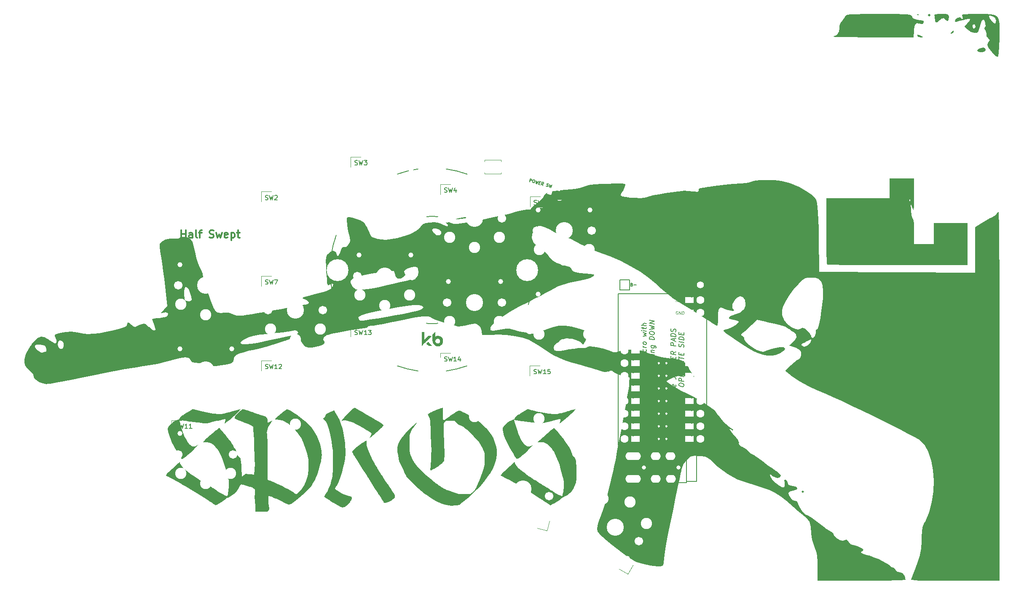
<source format=gto>
G04 #@! TF.GenerationSoftware,KiCad,Pcbnew,8.0.5*
G04 #@! TF.CreationDate,2024-09-27T20:56:44+02:00*
G04 #@! TF.ProjectId,half-swept,68616c66-2d73-4776-9570-742e6b696361,rev?*
G04 #@! TF.SameCoordinates,Original*
G04 #@! TF.FileFunction,Legend,Top*
G04 #@! TF.FilePolarity,Positive*
%FSLAX46Y46*%
G04 Gerber Fmt 4.6, Leading zero omitted, Abs format (unit mm)*
G04 Created by KiCad (PCBNEW 8.0.5) date 2024-09-27 20:56:44*
%MOMM*%
%LPD*%
G01*
G04 APERTURE LIST*
G04 Aperture macros list*
%AMRotRect*
0 Rectangle, with rotation*
0 The origin of the aperture is its center*
0 $1 length*
0 $2 width*
0 $3 Rotation angle, in degrees counterclockwise*
0 Add horizontal line*
21,1,$1,$2,0,0,$3*%
%AMFreePoly0*
4,1,6,0.600000,0.200000,0.000000,-0.400000,-0.600000,0.200000,-0.600000,0.400000,0.600000,0.400000,0.600000,0.200000,0.600000,0.200000,$1*%
%AMFreePoly1*
4,1,6,0.600000,-0.250000,-0.600000,-0.250000,-0.600000,1.000000,0.000000,0.400000,0.600000,1.000000,0.600000,-0.250000,0.600000,-0.250000,$1*%
G04 Aperture macros list end*
%ADD10C,0.150000*%
%ADD11C,0.300000*%
%ADD12C,0.120000*%
%ADD13C,0.160000*%
%ADD14C,0.100000*%
%ADD15C,0.200000*%
%ADD16C,0.010000*%
%ADD17C,0.000000*%
%ADD18C,1.397000*%
%ADD19C,0.250000*%
%ADD20C,0.800000*%
%ADD21O,2.000000X1.600000*%
%ADD22C,1.701800*%
%ADD23C,0.990600*%
%ADD24C,3.429000*%
%ADD25C,2.262000*%
%ADD26C,1.600000*%
%ADD27FreePoly0,270.000000*%
%ADD28FreePoly0,90.000000*%
%ADD29R,1.600000X1.600000*%
%ADD30FreePoly1,90.000000*%
%ADD31FreePoly1,270.000000*%
%ADD32C,4.400000*%
%ADD33C,1.000000*%
%ADD34RotRect,0.900000X0.900000X344.500000*%
%ADD35RotRect,0.900000X1.250000X344.500000*%
%ADD36R,0.900000X1.700000*%
G04 APERTURE END LIST*
D10*
X115626247Y-71586163D02*
X115626247Y-72157592D01*
X115626247Y-71871877D02*
X114626247Y-71746877D01*
X114626247Y-71746877D02*
X114769104Y-71859973D01*
X114769104Y-71859973D02*
X114864342Y-71967116D01*
X114864342Y-71967116D02*
X114911961Y-72068306D01*
X116007199Y-71300449D02*
X115959580Y-71246877D01*
X115959580Y-71246877D02*
X115816723Y-71133782D01*
X115816723Y-71133782D02*
X115721485Y-71074258D01*
X115721485Y-71074258D02*
X115578628Y-71008782D01*
X115578628Y-71008782D02*
X115340532Y-70931401D01*
X115340532Y-70931401D02*
X115150056Y-70907592D01*
X115150056Y-70907592D02*
X114911961Y-70925449D01*
X114911961Y-70925449D02*
X114769104Y-70955211D01*
X114769104Y-70955211D02*
X114673866Y-70990925D01*
X114673866Y-70990925D02*
X114531008Y-71068306D01*
X114531008Y-71068306D02*
X114483389Y-71109973D01*
X115626247Y-69729020D02*
X114626247Y-69604020D01*
X114626247Y-69604020D02*
X114626247Y-69223067D01*
X114626247Y-69223067D02*
X114673866Y-69133782D01*
X114673866Y-69133782D02*
X114721485Y-69092115D01*
X114721485Y-69092115D02*
X114816723Y-69056401D01*
X114816723Y-69056401D02*
X114959580Y-69074258D01*
X114959580Y-69074258D02*
X115054818Y-69133782D01*
X115054818Y-69133782D02*
X115102437Y-69187353D01*
X115102437Y-69187353D02*
X115150056Y-69288543D01*
X115150056Y-69288543D02*
X115150056Y-69669496D01*
X115626247Y-68586163D02*
X115578628Y-68675448D01*
X115578628Y-68675448D02*
X115483389Y-68711163D01*
X115483389Y-68711163D02*
X114626247Y-68604020D01*
X115626247Y-67776638D02*
X115102437Y-67711162D01*
X115102437Y-67711162D02*
X115007199Y-67746876D01*
X115007199Y-67746876D02*
X114959580Y-67836162D01*
X114959580Y-67836162D02*
X114959580Y-68026638D01*
X114959580Y-68026638D02*
X115007199Y-68127829D01*
X115578628Y-67770686D02*
X115626247Y-67871876D01*
X115626247Y-67871876D02*
X115626247Y-68109972D01*
X115626247Y-68109972D02*
X115578628Y-68199257D01*
X115578628Y-68199257D02*
X115483389Y-68234972D01*
X115483389Y-68234972D02*
X115388151Y-68223067D01*
X115388151Y-68223067D02*
X115292913Y-68163543D01*
X115292913Y-68163543D02*
X115245294Y-68062353D01*
X115245294Y-68062353D02*
X115245294Y-67824257D01*
X115245294Y-67824257D02*
X115197675Y-67723067D01*
X115578628Y-66865924D02*
X115626247Y-66967114D01*
X115626247Y-66967114D02*
X115626247Y-67157591D01*
X115626247Y-67157591D02*
X115578628Y-67246876D01*
X115578628Y-67246876D02*
X115531008Y-67288543D01*
X115531008Y-67288543D02*
X115435770Y-67324257D01*
X115435770Y-67324257D02*
X115150056Y-67288543D01*
X115150056Y-67288543D02*
X115054818Y-67229019D01*
X115054818Y-67229019D02*
X115007199Y-67175448D01*
X115007199Y-67175448D02*
X114959580Y-67074257D01*
X114959580Y-67074257D02*
X114959580Y-66883781D01*
X114959580Y-66883781D02*
X115007199Y-66794495D01*
X115578628Y-66056400D02*
X115626247Y-66157590D01*
X115626247Y-66157590D02*
X115626247Y-66348067D01*
X115626247Y-66348067D02*
X115578628Y-66437352D01*
X115578628Y-66437352D02*
X115483389Y-66473067D01*
X115483389Y-66473067D02*
X115102437Y-66425448D01*
X115102437Y-66425448D02*
X115007199Y-66365924D01*
X115007199Y-66365924D02*
X114959580Y-66264733D01*
X114959580Y-66264733D02*
X114959580Y-66074257D01*
X114959580Y-66074257D02*
X115007199Y-65984971D01*
X115007199Y-65984971D02*
X115102437Y-65949257D01*
X115102437Y-65949257D02*
X115197675Y-65961162D01*
X115197675Y-65961162D02*
X115292913Y-66449257D01*
X115626247Y-64824257D02*
X114626247Y-64699257D01*
X114626247Y-64699257D02*
X114626247Y-64318304D01*
X114626247Y-64318304D02*
X114673866Y-64229019D01*
X114673866Y-64229019D02*
X114721485Y-64187352D01*
X114721485Y-64187352D02*
X114816723Y-64151638D01*
X114816723Y-64151638D02*
X114959580Y-64169495D01*
X114959580Y-64169495D02*
X115054818Y-64229019D01*
X115054818Y-64229019D02*
X115102437Y-64282590D01*
X115102437Y-64282590D02*
X115150056Y-64383780D01*
X115150056Y-64383780D02*
X115150056Y-64764733D01*
X115626247Y-63824257D02*
X114959580Y-63740923D01*
X115150056Y-63764733D02*
X115054818Y-63705209D01*
X115054818Y-63705209D02*
X115007199Y-63651638D01*
X115007199Y-63651638D02*
X114959580Y-63550447D01*
X114959580Y-63550447D02*
X114959580Y-63455209D01*
X115626247Y-63062352D02*
X115578628Y-63151637D01*
X115578628Y-63151637D02*
X115531008Y-63193304D01*
X115531008Y-63193304D02*
X115435770Y-63229018D01*
X115435770Y-63229018D02*
X115150056Y-63193304D01*
X115150056Y-63193304D02*
X115054818Y-63133780D01*
X115054818Y-63133780D02*
X115007199Y-63080209D01*
X115007199Y-63080209D02*
X114959580Y-62979018D01*
X114959580Y-62979018D02*
X114959580Y-62836161D01*
X114959580Y-62836161D02*
X115007199Y-62746875D01*
X115007199Y-62746875D02*
X115054818Y-62705209D01*
X115054818Y-62705209D02*
X115150056Y-62669494D01*
X115150056Y-62669494D02*
X115435770Y-62705209D01*
X115435770Y-62705209D02*
X115531008Y-62764732D01*
X115531008Y-62764732D02*
X115578628Y-62818304D01*
X115578628Y-62818304D02*
X115626247Y-62919494D01*
X115626247Y-62919494D02*
X115626247Y-63062352D01*
X115245294Y-62252828D02*
X115245294Y-61490923D01*
X115626247Y-61062352D02*
X114626247Y-60937352D01*
X114626247Y-60937352D02*
X115340532Y-60693304D01*
X115340532Y-60693304D02*
X114626247Y-60270685D01*
X114626247Y-60270685D02*
X115626247Y-60395685D01*
X115626247Y-59919495D02*
X114959580Y-59836161D01*
X114626247Y-59794495D02*
X114673866Y-59848066D01*
X114673866Y-59848066D02*
X114721485Y-59806399D01*
X114721485Y-59806399D02*
X114673866Y-59752828D01*
X114673866Y-59752828D02*
X114626247Y-59794495D01*
X114626247Y-59794495D02*
X114721485Y-59806399D01*
X115578628Y-59008781D02*
X115626247Y-59109971D01*
X115626247Y-59109971D02*
X115626247Y-59300448D01*
X115626247Y-59300448D02*
X115578628Y-59389733D01*
X115578628Y-59389733D02*
X115531008Y-59431400D01*
X115531008Y-59431400D02*
X115435770Y-59467114D01*
X115435770Y-59467114D02*
X115150056Y-59431400D01*
X115150056Y-59431400D02*
X115054818Y-59371876D01*
X115054818Y-59371876D02*
X115007199Y-59318305D01*
X115007199Y-59318305D02*
X114959580Y-59217114D01*
X114959580Y-59217114D02*
X114959580Y-59026638D01*
X114959580Y-59026638D02*
X115007199Y-58937352D01*
X115626247Y-58586162D02*
X114959580Y-58502828D01*
X115150056Y-58526638D02*
X115054818Y-58467114D01*
X115054818Y-58467114D02*
X115007199Y-58413543D01*
X115007199Y-58413543D02*
X114959580Y-58312352D01*
X114959580Y-58312352D02*
X114959580Y-58217114D01*
X115626247Y-57824257D02*
X115578628Y-57913542D01*
X115578628Y-57913542D02*
X115531008Y-57955209D01*
X115531008Y-57955209D02*
X115435770Y-57990923D01*
X115435770Y-57990923D02*
X115150056Y-57955209D01*
X115150056Y-57955209D02*
X115054818Y-57895685D01*
X115054818Y-57895685D02*
X115007199Y-57842114D01*
X115007199Y-57842114D02*
X114959580Y-57740923D01*
X114959580Y-57740923D02*
X114959580Y-57598066D01*
X114959580Y-57598066D02*
X115007199Y-57508780D01*
X115007199Y-57508780D02*
X115054818Y-57467114D01*
X115054818Y-57467114D02*
X115150056Y-57431399D01*
X115150056Y-57431399D02*
X115435770Y-57467114D01*
X115435770Y-57467114D02*
X115531008Y-57526637D01*
X115531008Y-57526637D02*
X115578628Y-57580209D01*
X115578628Y-57580209D02*
X115626247Y-57681399D01*
X115626247Y-57681399D02*
X115626247Y-57824257D01*
X114959580Y-56312351D02*
X115626247Y-56205209D01*
X115626247Y-56205209D02*
X115150056Y-55955209D01*
X115150056Y-55955209D02*
X115626247Y-55824256D01*
X115626247Y-55824256D02*
X114959580Y-55550447D01*
X115626247Y-55252828D02*
X114959580Y-55169494D01*
X114626247Y-55127828D02*
X114673866Y-55181399D01*
X114673866Y-55181399D02*
X114721485Y-55139732D01*
X114721485Y-55139732D02*
X114673866Y-55086161D01*
X114673866Y-55086161D02*
X114626247Y-55127828D01*
X114626247Y-55127828D02*
X114721485Y-55139732D01*
X114959580Y-54836161D02*
X114959580Y-54455209D01*
X114626247Y-54651638D02*
X115483389Y-54758781D01*
X115483389Y-54758781D02*
X115578628Y-54723066D01*
X115578628Y-54723066D02*
X115626247Y-54633781D01*
X115626247Y-54633781D02*
X115626247Y-54538542D01*
X115626247Y-54205209D02*
X114626247Y-54080209D01*
X115626247Y-53776637D02*
X115102437Y-53711161D01*
X115102437Y-53711161D02*
X115007199Y-53746875D01*
X115007199Y-53746875D02*
X114959580Y-53836161D01*
X114959580Y-53836161D02*
X114959580Y-53979018D01*
X114959580Y-53979018D02*
X115007199Y-54080209D01*
X115007199Y-54080209D02*
X115054818Y-54133780D01*
X117188572Y-71675449D02*
X117236191Y-71776639D01*
X117236191Y-71776639D02*
X117236191Y-71967116D01*
X117236191Y-71967116D02*
X117188572Y-72056401D01*
X117188572Y-72056401D02*
X117140952Y-72098068D01*
X117140952Y-72098068D02*
X117045714Y-72133782D01*
X117045714Y-72133782D02*
X116760000Y-72098068D01*
X116760000Y-72098068D02*
X116664762Y-72038544D01*
X116664762Y-72038544D02*
X116617143Y-71984973D01*
X116617143Y-71984973D02*
X116569524Y-71883782D01*
X116569524Y-71883782D02*
X116569524Y-71693306D01*
X116569524Y-71693306D02*
X116617143Y-71604020D01*
X117236191Y-71109973D02*
X117188572Y-71199258D01*
X117188572Y-71199258D02*
X117140952Y-71240925D01*
X117140952Y-71240925D02*
X117045714Y-71276639D01*
X117045714Y-71276639D02*
X116760000Y-71240925D01*
X116760000Y-71240925D02*
X116664762Y-71181401D01*
X116664762Y-71181401D02*
X116617143Y-71127830D01*
X116617143Y-71127830D02*
X116569524Y-71026639D01*
X116569524Y-71026639D02*
X116569524Y-70883782D01*
X116569524Y-70883782D02*
X116617143Y-70794496D01*
X116617143Y-70794496D02*
X116664762Y-70752830D01*
X116664762Y-70752830D02*
X116760000Y-70717115D01*
X116760000Y-70717115D02*
X117045714Y-70752830D01*
X117045714Y-70752830D02*
X117140952Y-70812353D01*
X117140952Y-70812353D02*
X117188572Y-70865925D01*
X117188572Y-70865925D02*
X117236191Y-70967115D01*
X117236191Y-70967115D02*
X117236191Y-71109973D01*
X117236191Y-70348068D02*
X116569524Y-70264734D01*
X116664762Y-70276639D02*
X116617143Y-70223068D01*
X116617143Y-70223068D02*
X116569524Y-70121877D01*
X116569524Y-70121877D02*
X116569524Y-69979020D01*
X116569524Y-69979020D02*
X116617143Y-69889734D01*
X116617143Y-69889734D02*
X116712381Y-69854020D01*
X116712381Y-69854020D02*
X117236191Y-69919496D01*
X116712381Y-69854020D02*
X116617143Y-69794496D01*
X116617143Y-69794496D02*
X116569524Y-69693306D01*
X116569524Y-69693306D02*
X116569524Y-69550449D01*
X116569524Y-69550449D02*
X116617143Y-69461163D01*
X116617143Y-69461163D02*
X116712381Y-69425449D01*
X116712381Y-69425449D02*
X117236191Y-69490925D01*
X116569524Y-68931401D02*
X117569524Y-69056401D01*
X116617143Y-68937354D02*
X116569524Y-68836163D01*
X116569524Y-68836163D02*
X116569524Y-68645687D01*
X116569524Y-68645687D02*
X116617143Y-68556401D01*
X116617143Y-68556401D02*
X116664762Y-68514735D01*
X116664762Y-68514735D02*
X116760000Y-68479020D01*
X116760000Y-68479020D02*
X117045714Y-68514735D01*
X117045714Y-68514735D02*
X117140952Y-68574258D01*
X117140952Y-68574258D02*
X117188572Y-68627830D01*
X117188572Y-68627830D02*
X117236191Y-68729020D01*
X117236191Y-68729020D02*
X117236191Y-68919497D01*
X117236191Y-68919497D02*
X117188572Y-69008782D01*
X117236191Y-67967116D02*
X117188572Y-68056401D01*
X117188572Y-68056401D02*
X117140952Y-68098068D01*
X117140952Y-68098068D02*
X117045714Y-68133782D01*
X117045714Y-68133782D02*
X116760000Y-68098068D01*
X116760000Y-68098068D02*
X116664762Y-68038544D01*
X116664762Y-68038544D02*
X116617143Y-67984973D01*
X116617143Y-67984973D02*
X116569524Y-67883782D01*
X116569524Y-67883782D02*
X116569524Y-67740925D01*
X116569524Y-67740925D02*
X116617143Y-67651639D01*
X116617143Y-67651639D02*
X116664762Y-67609973D01*
X116664762Y-67609973D02*
X116760000Y-67574258D01*
X116760000Y-67574258D02*
X117045714Y-67609973D01*
X117045714Y-67609973D02*
X117140952Y-67669496D01*
X117140952Y-67669496D02*
X117188572Y-67723068D01*
X117188572Y-67723068D02*
X117236191Y-67824258D01*
X117236191Y-67824258D02*
X117236191Y-67967116D01*
X116569524Y-67121877D02*
X117236191Y-67205211D01*
X116664762Y-67133782D02*
X116617143Y-67080211D01*
X116617143Y-67080211D02*
X116569524Y-66979020D01*
X116569524Y-66979020D02*
X116569524Y-66836163D01*
X116569524Y-66836163D02*
X116617143Y-66746877D01*
X116617143Y-66746877D02*
X116712381Y-66711163D01*
X116712381Y-66711163D02*
X117236191Y-66776639D01*
X117188572Y-65913544D02*
X117236191Y-66014734D01*
X117236191Y-66014734D02*
X117236191Y-66205211D01*
X117236191Y-66205211D02*
X117188572Y-66294496D01*
X117188572Y-66294496D02*
X117093333Y-66330211D01*
X117093333Y-66330211D02*
X116712381Y-66282592D01*
X116712381Y-66282592D02*
X116617143Y-66223068D01*
X116617143Y-66223068D02*
X116569524Y-66121877D01*
X116569524Y-66121877D02*
X116569524Y-65931401D01*
X116569524Y-65931401D02*
X116617143Y-65842115D01*
X116617143Y-65842115D02*
X116712381Y-65806401D01*
X116712381Y-65806401D02*
X116807619Y-65818306D01*
X116807619Y-65818306D02*
X116902857Y-66306401D01*
X116569524Y-65359972D02*
X117236191Y-65443306D01*
X116664762Y-65371877D02*
X116617143Y-65318306D01*
X116617143Y-65318306D02*
X116569524Y-65217115D01*
X116569524Y-65217115D02*
X116569524Y-65074258D01*
X116569524Y-65074258D02*
X116617143Y-64984972D01*
X116617143Y-64984972D02*
X116712381Y-64949258D01*
X116712381Y-64949258D02*
X117236191Y-65014734D01*
X116569524Y-64598067D02*
X116569524Y-64217115D01*
X116236191Y-64413544D02*
X117093333Y-64520687D01*
X117093333Y-64520687D02*
X117188572Y-64484972D01*
X117188572Y-64484972D02*
X117236191Y-64395687D01*
X117236191Y-64395687D02*
X117236191Y-64300448D01*
X117188572Y-64008781D02*
X117236191Y-63919496D01*
X117236191Y-63919496D02*
X117236191Y-63729019D01*
X117236191Y-63729019D02*
X117188572Y-63627829D01*
X117188572Y-63627829D02*
X117093333Y-63568305D01*
X117093333Y-63568305D02*
X117045714Y-63562353D01*
X117045714Y-63562353D02*
X116950476Y-63598067D01*
X116950476Y-63598067D02*
X116902857Y-63687353D01*
X116902857Y-63687353D02*
X116902857Y-63830210D01*
X116902857Y-63830210D02*
X116855238Y-63919496D01*
X116855238Y-63919496D02*
X116760000Y-63955210D01*
X116760000Y-63955210D02*
X116712381Y-63949258D01*
X116712381Y-63949258D02*
X116617143Y-63889734D01*
X116617143Y-63889734D02*
X116569524Y-63788543D01*
X116569524Y-63788543D02*
X116569524Y-63645686D01*
X116569524Y-63645686D02*
X116617143Y-63556400D01*
X116569524Y-62455209D02*
X116569524Y-62074257D01*
X117236191Y-62395686D02*
X116379048Y-62288543D01*
X116379048Y-62288543D02*
X116283810Y-62229019D01*
X116283810Y-62229019D02*
X116236191Y-62127829D01*
X116236191Y-62127829D02*
X116236191Y-62032590D01*
X117236191Y-61395685D02*
X116712381Y-61330209D01*
X116712381Y-61330209D02*
X116617143Y-61365923D01*
X116617143Y-61365923D02*
X116569524Y-61455209D01*
X116569524Y-61455209D02*
X116569524Y-61645685D01*
X116569524Y-61645685D02*
X116617143Y-61746876D01*
X117188572Y-61389733D02*
X117236191Y-61490923D01*
X117236191Y-61490923D02*
X117236191Y-61729019D01*
X117236191Y-61729019D02*
X117188572Y-61818304D01*
X117188572Y-61818304D02*
X117093333Y-61854019D01*
X117093333Y-61854019D02*
X116998095Y-61842114D01*
X116998095Y-61842114D02*
X116902857Y-61782590D01*
X116902857Y-61782590D02*
X116855238Y-61681400D01*
X116855238Y-61681400D02*
X116855238Y-61443304D01*
X116855238Y-61443304D02*
X116807619Y-61342114D01*
X117188572Y-60484971D02*
X117236191Y-60586161D01*
X117236191Y-60586161D02*
X117236191Y-60776638D01*
X117236191Y-60776638D02*
X117188572Y-60865923D01*
X117188572Y-60865923D02*
X117140952Y-60907590D01*
X117140952Y-60907590D02*
X117045714Y-60943304D01*
X117045714Y-60943304D02*
X116760000Y-60907590D01*
X116760000Y-60907590D02*
X116664762Y-60848066D01*
X116664762Y-60848066D02*
X116617143Y-60794495D01*
X116617143Y-60794495D02*
X116569524Y-60693304D01*
X116569524Y-60693304D02*
X116569524Y-60502828D01*
X116569524Y-60502828D02*
X116617143Y-60413542D01*
X117236191Y-60062352D02*
X116569524Y-59979018D01*
X116236191Y-59937352D02*
X116283810Y-59990923D01*
X116283810Y-59990923D02*
X116331429Y-59949256D01*
X116331429Y-59949256D02*
X116283810Y-59895685D01*
X116283810Y-59895685D02*
X116236191Y-59937352D01*
X116236191Y-59937352D02*
X116331429Y-59949256D01*
X116569524Y-59502828D02*
X117236191Y-59586162D01*
X116664762Y-59514733D02*
X116617143Y-59461162D01*
X116617143Y-59461162D02*
X116569524Y-59359971D01*
X116569524Y-59359971D02*
X116569524Y-59217114D01*
X116569524Y-59217114D02*
X116617143Y-59127828D01*
X116617143Y-59127828D02*
X116712381Y-59092114D01*
X116712381Y-59092114D02*
X117236191Y-59157590D01*
X116569524Y-58169495D02*
X117379048Y-58270685D01*
X117379048Y-58270685D02*
X117474286Y-58330209D01*
X117474286Y-58330209D02*
X117521905Y-58383781D01*
X117521905Y-58383781D02*
X117569524Y-58484971D01*
X117569524Y-58484971D02*
X117569524Y-58627828D01*
X117569524Y-58627828D02*
X117521905Y-58717114D01*
X117188572Y-58246876D02*
X117236191Y-58348066D01*
X117236191Y-58348066D02*
X117236191Y-58538543D01*
X117236191Y-58538543D02*
X117188572Y-58627828D01*
X117188572Y-58627828D02*
X117140952Y-58669495D01*
X117140952Y-58669495D02*
X117045714Y-58705209D01*
X117045714Y-58705209D02*
X116760000Y-58669495D01*
X116760000Y-58669495D02*
X116664762Y-58609971D01*
X116664762Y-58609971D02*
X116617143Y-58556400D01*
X116617143Y-58556400D02*
X116569524Y-58455209D01*
X116569524Y-58455209D02*
X116569524Y-58264733D01*
X116569524Y-58264733D02*
X116617143Y-58175447D01*
X117236191Y-57014733D02*
X116236191Y-56889733D01*
X116236191Y-56889733D02*
X116236191Y-56651637D01*
X116236191Y-56651637D02*
X116283810Y-56514733D01*
X116283810Y-56514733D02*
X116379048Y-56431399D01*
X116379048Y-56431399D02*
X116474286Y-56395685D01*
X116474286Y-56395685D02*
X116664762Y-56371876D01*
X116664762Y-56371876D02*
X116807619Y-56389733D01*
X116807619Y-56389733D02*
X116998095Y-56461161D01*
X116998095Y-56461161D02*
X117093333Y-56520685D01*
X117093333Y-56520685D02*
X117188572Y-56627828D01*
X117188572Y-56627828D02*
X117236191Y-56776637D01*
X117236191Y-56776637D02*
X117236191Y-57014733D01*
X116236191Y-55699256D02*
X116236191Y-55508780D01*
X116236191Y-55508780D02*
X116283810Y-55419495D01*
X116283810Y-55419495D02*
X116379048Y-55336161D01*
X116379048Y-55336161D02*
X116569524Y-55312352D01*
X116569524Y-55312352D02*
X116902857Y-55354018D01*
X116902857Y-55354018D02*
X117093333Y-55425447D01*
X117093333Y-55425447D02*
X117188572Y-55532590D01*
X117188572Y-55532590D02*
X117236191Y-55633780D01*
X117236191Y-55633780D02*
X117236191Y-55824256D01*
X117236191Y-55824256D02*
X117188572Y-55913542D01*
X117188572Y-55913542D02*
X117093333Y-55996876D01*
X117093333Y-55996876D02*
X116902857Y-56020685D01*
X116902857Y-56020685D02*
X116569524Y-55979018D01*
X116569524Y-55979018D02*
X116379048Y-55907590D01*
X116379048Y-55907590D02*
X116283810Y-55800447D01*
X116283810Y-55800447D02*
X116236191Y-55699256D01*
X116236191Y-54937352D02*
X117236191Y-54824257D01*
X117236191Y-54824257D02*
X116521905Y-54544495D01*
X116521905Y-54544495D02*
X117236191Y-54443304D01*
X117236191Y-54443304D02*
X116236191Y-54080209D01*
X117236191Y-53824257D02*
X116236191Y-53699257D01*
X116236191Y-53699257D02*
X117236191Y-53252828D01*
X117236191Y-53252828D02*
X116236191Y-53127828D01*
D11*
X22189999Y-36492328D02*
X22189999Y-34992328D01*
X22189999Y-35706614D02*
X23047142Y-35706614D01*
X23047142Y-36492328D02*
X23047142Y-34992328D01*
X24404286Y-36492328D02*
X24404286Y-35706614D01*
X24404286Y-35706614D02*
X24332857Y-35563757D01*
X24332857Y-35563757D02*
X24190000Y-35492328D01*
X24190000Y-35492328D02*
X23904286Y-35492328D01*
X23904286Y-35492328D02*
X23761428Y-35563757D01*
X24404286Y-36420900D02*
X24261428Y-36492328D01*
X24261428Y-36492328D02*
X23904286Y-36492328D01*
X23904286Y-36492328D02*
X23761428Y-36420900D01*
X23761428Y-36420900D02*
X23690000Y-36278042D01*
X23690000Y-36278042D02*
X23690000Y-36135185D01*
X23690000Y-36135185D02*
X23761428Y-35992328D01*
X23761428Y-35992328D02*
X23904286Y-35920900D01*
X23904286Y-35920900D02*
X24261428Y-35920900D01*
X24261428Y-35920900D02*
X24404286Y-35849471D01*
X25332857Y-36492328D02*
X25190000Y-36420900D01*
X25190000Y-36420900D02*
X25118571Y-36278042D01*
X25118571Y-36278042D02*
X25118571Y-34992328D01*
X25690000Y-35492328D02*
X26261428Y-35492328D01*
X25904285Y-36492328D02*
X25904285Y-35206614D01*
X25904285Y-35206614D02*
X25975714Y-35063757D01*
X25975714Y-35063757D02*
X26118571Y-34992328D01*
X26118571Y-34992328D02*
X26261428Y-34992328D01*
X27832857Y-36420900D02*
X28047143Y-36492328D01*
X28047143Y-36492328D02*
X28404285Y-36492328D01*
X28404285Y-36492328D02*
X28547143Y-36420900D01*
X28547143Y-36420900D02*
X28618571Y-36349471D01*
X28618571Y-36349471D02*
X28690000Y-36206614D01*
X28690000Y-36206614D02*
X28690000Y-36063757D01*
X28690000Y-36063757D02*
X28618571Y-35920900D01*
X28618571Y-35920900D02*
X28547143Y-35849471D01*
X28547143Y-35849471D02*
X28404285Y-35778042D01*
X28404285Y-35778042D02*
X28118571Y-35706614D01*
X28118571Y-35706614D02*
X27975714Y-35635185D01*
X27975714Y-35635185D02*
X27904285Y-35563757D01*
X27904285Y-35563757D02*
X27832857Y-35420900D01*
X27832857Y-35420900D02*
X27832857Y-35278042D01*
X27832857Y-35278042D02*
X27904285Y-35135185D01*
X27904285Y-35135185D02*
X27975714Y-35063757D01*
X27975714Y-35063757D02*
X28118571Y-34992328D01*
X28118571Y-34992328D02*
X28475714Y-34992328D01*
X28475714Y-34992328D02*
X28690000Y-35063757D01*
X29189999Y-35492328D02*
X29475714Y-36492328D01*
X29475714Y-36492328D02*
X29761428Y-35778042D01*
X29761428Y-35778042D02*
X30047142Y-36492328D01*
X30047142Y-36492328D02*
X30332856Y-35492328D01*
X31475714Y-36420900D02*
X31332857Y-36492328D01*
X31332857Y-36492328D02*
X31047143Y-36492328D01*
X31047143Y-36492328D02*
X30904285Y-36420900D01*
X30904285Y-36420900D02*
X30832857Y-36278042D01*
X30832857Y-36278042D02*
X30832857Y-35706614D01*
X30832857Y-35706614D02*
X30904285Y-35563757D01*
X30904285Y-35563757D02*
X31047143Y-35492328D01*
X31047143Y-35492328D02*
X31332857Y-35492328D01*
X31332857Y-35492328D02*
X31475714Y-35563757D01*
X31475714Y-35563757D02*
X31547143Y-35706614D01*
X31547143Y-35706614D02*
X31547143Y-35849471D01*
X31547143Y-35849471D02*
X30832857Y-35992328D01*
X32189999Y-35492328D02*
X32189999Y-36992328D01*
X32189999Y-35563757D02*
X32332857Y-35492328D01*
X32332857Y-35492328D02*
X32618571Y-35492328D01*
X32618571Y-35492328D02*
X32761428Y-35563757D01*
X32761428Y-35563757D02*
X32832857Y-35635185D01*
X32832857Y-35635185D02*
X32904285Y-35778042D01*
X32904285Y-35778042D02*
X32904285Y-36206614D01*
X32904285Y-36206614D02*
X32832857Y-36349471D01*
X32832857Y-36349471D02*
X32761428Y-36420900D01*
X32761428Y-36420900D02*
X32618571Y-36492328D01*
X32618571Y-36492328D02*
X32332857Y-36492328D01*
X32332857Y-36492328D02*
X32189999Y-36420900D01*
X33332857Y-35492328D02*
X33904285Y-35492328D01*
X33547142Y-34992328D02*
X33547142Y-36278042D01*
X33547142Y-36278042D02*
X33618571Y-36420900D01*
X33618571Y-36420900D02*
X33761428Y-36492328D01*
X33761428Y-36492328D02*
X33904285Y-36492328D01*
D12*
X121897289Y-51312702D02*
X121840147Y-51284131D01*
X121840147Y-51284131D02*
X121754432Y-51284131D01*
X121754432Y-51284131D02*
X121668718Y-51312702D01*
X121668718Y-51312702D02*
X121611575Y-51369845D01*
X121611575Y-51369845D02*
X121583004Y-51426988D01*
X121583004Y-51426988D02*
X121554432Y-51541274D01*
X121554432Y-51541274D02*
X121554432Y-51626988D01*
X121554432Y-51626988D02*
X121583004Y-51741274D01*
X121583004Y-51741274D02*
X121611575Y-51798417D01*
X121611575Y-51798417D02*
X121668718Y-51855560D01*
X121668718Y-51855560D02*
X121754432Y-51884131D01*
X121754432Y-51884131D02*
X121811575Y-51884131D01*
X121811575Y-51884131D02*
X121897289Y-51855560D01*
X121897289Y-51855560D02*
X121925861Y-51826988D01*
X121925861Y-51826988D02*
X121925861Y-51626988D01*
X121925861Y-51626988D02*
X121811575Y-51626988D01*
X122183004Y-51884131D02*
X122183004Y-51284131D01*
X122183004Y-51284131D02*
X122525861Y-51884131D01*
X122525861Y-51884131D02*
X122525861Y-51284131D01*
X122811575Y-51884131D02*
X122811575Y-51284131D01*
X122811575Y-51284131D02*
X122954432Y-51284131D01*
X122954432Y-51284131D02*
X123040146Y-51312702D01*
X123040146Y-51312702D02*
X123097289Y-51369845D01*
X123097289Y-51369845D02*
X123125860Y-51426988D01*
X123125860Y-51426988D02*
X123154432Y-51541274D01*
X123154432Y-51541274D02*
X123154432Y-51626988D01*
X123154432Y-51626988D02*
X123125860Y-51741274D01*
X123125860Y-51741274D02*
X123097289Y-51798417D01*
X123097289Y-51798417D02*
X123040146Y-51855560D01*
X123040146Y-51855560D02*
X122954432Y-51884131D01*
X122954432Y-51884131D02*
X122811575Y-51884131D01*
D10*
X120614285Y-72044496D02*
X120566666Y-71990925D01*
X120566666Y-71990925D02*
X120519047Y-71889735D01*
X120519047Y-71889735D02*
X120519047Y-71651639D01*
X120519047Y-71651639D02*
X120566666Y-71562354D01*
X120566666Y-71562354D02*
X120614285Y-71520687D01*
X120614285Y-71520687D02*
X120709523Y-71484973D01*
X120709523Y-71484973D02*
X120804761Y-71496877D01*
X120804761Y-71496877D02*
X120947618Y-71562354D01*
X120947618Y-71562354D02*
X121519047Y-72205211D01*
X121519047Y-72205211D02*
X121519047Y-71586163D01*
X121899999Y-71300449D02*
X121852380Y-71246877D01*
X121852380Y-71246877D02*
X121709523Y-71133782D01*
X121709523Y-71133782D02*
X121614285Y-71074258D01*
X121614285Y-71074258D02*
X121471428Y-71008782D01*
X121471428Y-71008782D02*
X121233332Y-70931401D01*
X121233332Y-70931401D02*
X121042856Y-70907592D01*
X121042856Y-70907592D02*
X120804761Y-70925449D01*
X120804761Y-70925449D02*
X120661904Y-70955211D01*
X120661904Y-70955211D02*
X120566666Y-70990925D01*
X120566666Y-70990925D02*
X120423808Y-71068306D01*
X120423808Y-71068306D02*
X120376189Y-71109973D01*
X121423808Y-69145686D02*
X121471428Y-69199258D01*
X121471428Y-69199258D02*
X121519047Y-69348067D01*
X121519047Y-69348067D02*
X121519047Y-69443305D01*
X121519047Y-69443305D02*
X121471428Y-69580210D01*
X121471428Y-69580210D02*
X121376189Y-69663543D01*
X121376189Y-69663543D02*
X121280951Y-69699258D01*
X121280951Y-69699258D02*
X121090475Y-69723067D01*
X121090475Y-69723067D02*
X120947618Y-69705210D01*
X120947618Y-69705210D02*
X120757142Y-69633782D01*
X120757142Y-69633782D02*
X120661904Y-69574258D01*
X120661904Y-69574258D02*
X120566666Y-69467115D01*
X120566666Y-69467115D02*
X120519047Y-69318305D01*
X120519047Y-69318305D02*
X120519047Y-69223067D01*
X120519047Y-69223067D02*
X120566666Y-69086163D01*
X120566666Y-69086163D02*
X120614285Y-69044496D01*
X121519047Y-68586163D02*
X121471428Y-68675448D01*
X121471428Y-68675448D02*
X121376189Y-68711163D01*
X121376189Y-68711163D02*
X120519047Y-68604020D01*
X121519047Y-68062353D02*
X121471428Y-68151638D01*
X121471428Y-68151638D02*
X121423808Y-68193305D01*
X121423808Y-68193305D02*
X121328570Y-68229019D01*
X121328570Y-68229019D02*
X121042856Y-68193305D01*
X121042856Y-68193305D02*
X120947618Y-68133781D01*
X120947618Y-68133781D02*
X120899999Y-68080210D01*
X120899999Y-68080210D02*
X120852380Y-67979019D01*
X120852380Y-67979019D02*
X120852380Y-67836162D01*
X120852380Y-67836162D02*
X120899999Y-67746876D01*
X120899999Y-67746876D02*
X120947618Y-67705210D01*
X120947618Y-67705210D02*
X121042856Y-67669495D01*
X121042856Y-67669495D02*
X121328570Y-67705210D01*
X121328570Y-67705210D02*
X121423808Y-67764733D01*
X121423808Y-67764733D02*
X121471428Y-67818305D01*
X121471428Y-67818305D02*
X121519047Y-67919495D01*
X121519047Y-67919495D02*
X121519047Y-68062353D01*
X121471428Y-67342114D02*
X121519047Y-67252829D01*
X121519047Y-67252829D02*
X121519047Y-67062352D01*
X121519047Y-67062352D02*
X121471428Y-66961162D01*
X121471428Y-66961162D02*
X121376189Y-66901638D01*
X121376189Y-66901638D02*
X121328570Y-66895686D01*
X121328570Y-66895686D02*
X121233332Y-66931400D01*
X121233332Y-66931400D02*
X121185713Y-67020686D01*
X121185713Y-67020686D02*
X121185713Y-67163543D01*
X121185713Y-67163543D02*
X121138094Y-67252829D01*
X121138094Y-67252829D02*
X121042856Y-67288543D01*
X121042856Y-67288543D02*
X120995237Y-67282591D01*
X120995237Y-67282591D02*
X120899999Y-67223067D01*
X120899999Y-67223067D02*
X120852380Y-67121876D01*
X120852380Y-67121876D02*
X120852380Y-66979019D01*
X120852380Y-66979019D02*
X120899999Y-66889733D01*
X121471428Y-66104019D02*
X121519047Y-66205209D01*
X121519047Y-66205209D02*
X121519047Y-66395686D01*
X121519047Y-66395686D02*
X121471428Y-66484971D01*
X121471428Y-66484971D02*
X121376189Y-66520686D01*
X121376189Y-66520686D02*
X120995237Y-66473067D01*
X120995237Y-66473067D02*
X120899999Y-66413543D01*
X120899999Y-66413543D02*
X120852380Y-66312352D01*
X120852380Y-66312352D02*
X120852380Y-66121876D01*
X120852380Y-66121876D02*
X120899999Y-66032590D01*
X120899999Y-66032590D02*
X120995237Y-65996876D01*
X120995237Y-65996876D02*
X121090475Y-66008781D01*
X121090475Y-66008781D02*
X121185713Y-66496876D01*
X120519047Y-64461161D02*
X121233332Y-64550447D01*
X121233332Y-64550447D02*
X121376189Y-64615923D01*
X121376189Y-64615923D02*
X121471428Y-64723066D01*
X121471428Y-64723066D02*
X121519047Y-64871876D01*
X121519047Y-64871876D02*
X121519047Y-64967114D01*
X120519047Y-63984971D02*
X121328570Y-64086161D01*
X121328570Y-64086161D02*
X121423808Y-64050447D01*
X121423808Y-64050447D02*
X121471428Y-64008780D01*
X121471428Y-64008780D02*
X121519047Y-63919494D01*
X121519047Y-63919494D02*
X121519047Y-63729018D01*
X121519047Y-63729018D02*
X121471428Y-63627828D01*
X121471428Y-63627828D02*
X121423808Y-63574256D01*
X121423808Y-63574256D02*
X121328570Y-63514733D01*
X121328570Y-63514733D02*
X120519047Y-63413542D01*
X121519047Y-63062352D02*
X120519047Y-62937352D01*
X120519047Y-62937352D02*
X121233332Y-62693304D01*
X121233332Y-62693304D02*
X120519047Y-62270685D01*
X120519047Y-62270685D02*
X121519047Y-62395685D01*
X121519047Y-61919495D02*
X120519047Y-61794495D01*
X120519047Y-61794495D02*
X120519047Y-61413542D01*
X120519047Y-61413542D02*
X120566666Y-61324257D01*
X120566666Y-61324257D02*
X120614285Y-61282590D01*
X120614285Y-61282590D02*
X120709523Y-61246876D01*
X120709523Y-61246876D02*
X120852380Y-61264733D01*
X120852380Y-61264733D02*
X120947618Y-61324257D01*
X120947618Y-61324257D02*
X120995237Y-61377828D01*
X120995237Y-61377828D02*
X121042856Y-61479018D01*
X121042856Y-61479018D02*
X121042856Y-61859971D01*
X120995237Y-60854018D02*
X120995237Y-60520685D01*
X121519047Y-60443304D02*
X121519047Y-60919495D01*
X121519047Y-60919495D02*
X120519047Y-60794495D01*
X120519047Y-60794495D02*
X120519047Y-60318304D01*
X121519047Y-59443304D02*
X121042856Y-59717114D01*
X121519047Y-60014733D02*
X120519047Y-59889733D01*
X120519047Y-59889733D02*
X120519047Y-59508780D01*
X120519047Y-59508780D02*
X120566666Y-59419495D01*
X120566666Y-59419495D02*
X120614285Y-59377828D01*
X120614285Y-59377828D02*
X120709523Y-59342114D01*
X120709523Y-59342114D02*
X120852380Y-59359971D01*
X120852380Y-59359971D02*
X120947618Y-59419495D01*
X120947618Y-59419495D02*
X120995237Y-59473066D01*
X120995237Y-59473066D02*
X121042856Y-59574256D01*
X121042856Y-59574256D02*
X121042856Y-59955209D01*
X121519047Y-58252828D02*
X120519047Y-58127828D01*
X120519047Y-58127828D02*
X120519047Y-57746875D01*
X120519047Y-57746875D02*
X120566666Y-57657590D01*
X120566666Y-57657590D02*
X120614285Y-57615923D01*
X120614285Y-57615923D02*
X120709523Y-57580209D01*
X120709523Y-57580209D02*
X120852380Y-57598066D01*
X120852380Y-57598066D02*
X120947618Y-57657590D01*
X120947618Y-57657590D02*
X120995237Y-57711161D01*
X120995237Y-57711161D02*
X121042856Y-57812351D01*
X121042856Y-57812351D02*
X121042856Y-58193304D01*
X121233332Y-57264732D02*
X121233332Y-56788542D01*
X121519047Y-57395685D02*
X120519047Y-56937351D01*
X120519047Y-56937351D02*
X121519047Y-56729018D01*
X121519047Y-56395685D02*
X120519047Y-56270685D01*
X120519047Y-56270685D02*
X120519047Y-56032589D01*
X120519047Y-56032589D02*
X120566666Y-55895685D01*
X120566666Y-55895685D02*
X120661904Y-55812351D01*
X120661904Y-55812351D02*
X120757142Y-55776637D01*
X120757142Y-55776637D02*
X120947618Y-55752828D01*
X120947618Y-55752828D02*
X121090475Y-55770685D01*
X121090475Y-55770685D02*
X121280951Y-55842113D01*
X121280951Y-55842113D02*
X121376189Y-55901637D01*
X121376189Y-55901637D02*
X121471428Y-56008780D01*
X121471428Y-56008780D02*
X121519047Y-56157589D01*
X121519047Y-56157589D02*
X121519047Y-56395685D01*
X121471428Y-55437351D02*
X121519047Y-55300447D01*
X121519047Y-55300447D02*
X121519047Y-55062351D01*
X121519047Y-55062351D02*
X121471428Y-54961161D01*
X121471428Y-54961161D02*
X121423808Y-54907589D01*
X121423808Y-54907589D02*
X121328570Y-54848066D01*
X121328570Y-54848066D02*
X121233332Y-54836161D01*
X121233332Y-54836161D02*
X121138094Y-54871875D01*
X121138094Y-54871875D02*
X121090475Y-54913542D01*
X121090475Y-54913542D02*
X121042856Y-55002828D01*
X121042856Y-55002828D02*
X120995237Y-55187351D01*
X120995237Y-55187351D02*
X120947618Y-55276637D01*
X120947618Y-55276637D02*
X120899999Y-55318304D01*
X120899999Y-55318304D02*
X120804761Y-55354018D01*
X120804761Y-55354018D02*
X120709523Y-55342113D01*
X120709523Y-55342113D02*
X120614285Y-55282589D01*
X120614285Y-55282589D02*
X120566666Y-55229018D01*
X120566666Y-55229018D02*
X120519047Y-55127828D01*
X120519047Y-55127828D02*
X120519047Y-54889732D01*
X120519047Y-54889732D02*
X120566666Y-54752828D01*
X123128991Y-71967116D02*
X123081372Y-72056401D01*
X123081372Y-72056401D02*
X123033752Y-72098068D01*
X123033752Y-72098068D02*
X122938514Y-72133782D01*
X122938514Y-72133782D02*
X122652800Y-72098068D01*
X122652800Y-72098068D02*
X122557562Y-72038544D01*
X122557562Y-72038544D02*
X122509943Y-71984973D01*
X122509943Y-71984973D02*
X122462324Y-71883782D01*
X122462324Y-71883782D02*
X122462324Y-71740925D01*
X122462324Y-71740925D02*
X122509943Y-71651639D01*
X122509943Y-71651639D02*
X122557562Y-71609973D01*
X122557562Y-71609973D02*
X122652800Y-71574258D01*
X122652800Y-71574258D02*
X122938514Y-71609973D01*
X122938514Y-71609973D02*
X123033752Y-71669496D01*
X123033752Y-71669496D02*
X123081372Y-71723068D01*
X123081372Y-71723068D02*
X123128991Y-71824258D01*
X123128991Y-71824258D02*
X123128991Y-71967116D01*
X122462324Y-71121877D02*
X123128991Y-71205211D01*
X122557562Y-71133782D02*
X122509943Y-71080211D01*
X122509943Y-71080211D02*
X122462324Y-70979020D01*
X122462324Y-70979020D02*
X122462324Y-70836163D01*
X122462324Y-70836163D02*
X122509943Y-70746877D01*
X122509943Y-70746877D02*
X122605181Y-70711163D01*
X122605181Y-70711163D02*
X123128991Y-70776639D01*
X122462324Y-69598067D02*
X122462324Y-69217115D01*
X122128991Y-69413544D02*
X122986133Y-69520687D01*
X122986133Y-69520687D02*
X123081372Y-69484972D01*
X123081372Y-69484972D02*
X123128991Y-69395687D01*
X123128991Y-69395687D02*
X123128991Y-69300448D01*
X123128991Y-68967115D02*
X122128991Y-68842115D01*
X123128991Y-68538543D02*
X122605181Y-68473067D01*
X122605181Y-68473067D02*
X122509943Y-68508781D01*
X122509943Y-68508781D02*
X122462324Y-68598067D01*
X122462324Y-68598067D02*
X122462324Y-68740924D01*
X122462324Y-68740924D02*
X122509943Y-68842115D01*
X122509943Y-68842115D02*
X122557562Y-68895686D01*
X123081372Y-67675448D02*
X123128991Y-67776638D01*
X123128991Y-67776638D02*
X123128991Y-67967115D01*
X123128991Y-67967115D02*
X123081372Y-68056400D01*
X123081372Y-68056400D02*
X122986133Y-68092115D01*
X122986133Y-68092115D02*
X122605181Y-68044496D01*
X122605181Y-68044496D02*
X122509943Y-67984972D01*
X122509943Y-67984972D02*
X122462324Y-67883781D01*
X122462324Y-67883781D02*
X122462324Y-67693305D01*
X122462324Y-67693305D02*
X122509943Y-67604019D01*
X122509943Y-67604019D02*
X122605181Y-67568305D01*
X122605181Y-67568305D02*
X122700419Y-67580210D01*
X122700419Y-67580210D02*
X122795657Y-68068305D01*
X122128991Y-66127828D02*
X122128991Y-65937352D01*
X122128991Y-65937352D02*
X122176610Y-65848067D01*
X122176610Y-65848067D02*
X122271848Y-65764733D01*
X122271848Y-65764733D02*
X122462324Y-65740924D01*
X122462324Y-65740924D02*
X122795657Y-65782590D01*
X122795657Y-65782590D02*
X122986133Y-65854019D01*
X122986133Y-65854019D02*
X123081372Y-65961162D01*
X123081372Y-65961162D02*
X123128991Y-66062352D01*
X123128991Y-66062352D02*
X123128991Y-66252828D01*
X123128991Y-66252828D02*
X123081372Y-66342114D01*
X123081372Y-66342114D02*
X122986133Y-66425448D01*
X122986133Y-66425448D02*
X122795657Y-66449257D01*
X122795657Y-66449257D02*
X122462324Y-66407590D01*
X122462324Y-66407590D02*
X122271848Y-66336162D01*
X122271848Y-66336162D02*
X122176610Y-66229019D01*
X122176610Y-66229019D02*
X122128991Y-66127828D01*
X123128991Y-65395686D02*
X122128991Y-65270686D01*
X122128991Y-65270686D02*
X122128991Y-64889733D01*
X122128991Y-64889733D02*
X122176610Y-64800448D01*
X122176610Y-64800448D02*
X122224229Y-64758781D01*
X122224229Y-64758781D02*
X122319467Y-64723067D01*
X122319467Y-64723067D02*
X122462324Y-64740924D01*
X122462324Y-64740924D02*
X122557562Y-64800448D01*
X122557562Y-64800448D02*
X122605181Y-64854019D01*
X122605181Y-64854019D02*
X122652800Y-64955209D01*
X122652800Y-64955209D02*
X122652800Y-65336162D01*
X123128991Y-64395686D02*
X122128991Y-64270686D01*
X122128991Y-64270686D02*
X122128991Y-63889733D01*
X122128991Y-63889733D02*
X122176610Y-63800448D01*
X122176610Y-63800448D02*
X122224229Y-63758781D01*
X122224229Y-63758781D02*
X122319467Y-63723067D01*
X122319467Y-63723067D02*
X122462324Y-63740924D01*
X122462324Y-63740924D02*
X122557562Y-63800448D01*
X122557562Y-63800448D02*
X122605181Y-63854019D01*
X122605181Y-63854019D02*
X122652800Y-63955209D01*
X122652800Y-63955209D02*
X122652800Y-64336162D01*
X122128991Y-63080209D02*
X122128991Y-62889733D01*
X122128991Y-62889733D02*
X122176610Y-62800448D01*
X122176610Y-62800448D02*
X122271848Y-62717114D01*
X122271848Y-62717114D02*
X122462324Y-62693305D01*
X122462324Y-62693305D02*
X122795657Y-62734971D01*
X122795657Y-62734971D02*
X122986133Y-62806400D01*
X122986133Y-62806400D02*
X123081372Y-62913543D01*
X123081372Y-62913543D02*
X123128991Y-63014733D01*
X123128991Y-63014733D02*
X123128991Y-63205209D01*
X123128991Y-63205209D02*
X123081372Y-63294495D01*
X123081372Y-63294495D02*
X122986133Y-63377829D01*
X122986133Y-63377829D02*
X122795657Y-63401638D01*
X122795657Y-63401638D02*
X122462324Y-63359971D01*
X122462324Y-63359971D02*
X122271848Y-63288543D01*
X122271848Y-63288543D02*
X122176610Y-63181400D01*
X122176610Y-63181400D02*
X122128991Y-63080209D01*
X123081372Y-62389733D02*
X123128991Y-62252829D01*
X123128991Y-62252829D02*
X123128991Y-62014733D01*
X123128991Y-62014733D02*
X123081372Y-61913543D01*
X123081372Y-61913543D02*
X123033752Y-61859971D01*
X123033752Y-61859971D02*
X122938514Y-61800448D01*
X122938514Y-61800448D02*
X122843276Y-61788543D01*
X122843276Y-61788543D02*
X122748038Y-61824257D01*
X122748038Y-61824257D02*
X122700419Y-61865924D01*
X122700419Y-61865924D02*
X122652800Y-61955210D01*
X122652800Y-61955210D02*
X122605181Y-62139733D01*
X122605181Y-62139733D02*
X122557562Y-62229019D01*
X122557562Y-62229019D02*
X122509943Y-62270686D01*
X122509943Y-62270686D02*
X122414705Y-62306400D01*
X122414705Y-62306400D02*
X122319467Y-62294495D01*
X122319467Y-62294495D02*
X122224229Y-62234971D01*
X122224229Y-62234971D02*
X122176610Y-62181400D01*
X122176610Y-62181400D02*
X122128991Y-62080210D01*
X122128991Y-62080210D02*
X122128991Y-61842114D01*
X122128991Y-61842114D02*
X122176610Y-61705210D01*
X123128991Y-61395686D02*
X122128991Y-61270686D01*
X122128991Y-60937353D02*
X122128991Y-60365924D01*
X123128991Y-60776639D02*
X122128991Y-60651639D01*
X122605181Y-60092114D02*
X122605181Y-59758781D01*
X123128991Y-59681400D02*
X123128991Y-60157591D01*
X123128991Y-60157591D02*
X122128991Y-60032591D01*
X122128991Y-60032591D02*
X122128991Y-59556400D01*
X123081372Y-58532590D02*
X123128991Y-58395686D01*
X123128991Y-58395686D02*
X123128991Y-58157590D01*
X123128991Y-58157590D02*
X123081372Y-58056400D01*
X123081372Y-58056400D02*
X123033752Y-58002828D01*
X123033752Y-58002828D02*
X122938514Y-57943305D01*
X122938514Y-57943305D02*
X122843276Y-57931400D01*
X122843276Y-57931400D02*
X122748038Y-57967114D01*
X122748038Y-57967114D02*
X122700419Y-58008781D01*
X122700419Y-58008781D02*
X122652800Y-58098067D01*
X122652800Y-58098067D02*
X122605181Y-58282590D01*
X122605181Y-58282590D02*
X122557562Y-58371876D01*
X122557562Y-58371876D02*
X122509943Y-58413543D01*
X122509943Y-58413543D02*
X122414705Y-58449257D01*
X122414705Y-58449257D02*
X122319467Y-58437352D01*
X122319467Y-58437352D02*
X122224229Y-58377828D01*
X122224229Y-58377828D02*
X122176610Y-58324257D01*
X122176610Y-58324257D02*
X122128991Y-58223067D01*
X122128991Y-58223067D02*
X122128991Y-57984971D01*
X122128991Y-57984971D02*
X122176610Y-57848067D01*
X123128991Y-57538543D02*
X122128991Y-57413543D01*
X123128991Y-57062353D02*
X122128991Y-56937353D01*
X122128991Y-56937353D02*
X122128991Y-56699257D01*
X122128991Y-56699257D02*
X122176610Y-56562353D01*
X122176610Y-56562353D02*
X122271848Y-56479019D01*
X122271848Y-56479019D02*
X122367086Y-56443305D01*
X122367086Y-56443305D02*
X122557562Y-56419496D01*
X122557562Y-56419496D02*
X122700419Y-56437353D01*
X122700419Y-56437353D02*
X122890895Y-56508781D01*
X122890895Y-56508781D02*
X122986133Y-56568305D01*
X122986133Y-56568305D02*
X123081372Y-56675448D01*
X123081372Y-56675448D02*
X123128991Y-56824257D01*
X123128991Y-56824257D02*
X123128991Y-57062353D01*
X122605181Y-55996876D02*
X122605181Y-55663543D01*
X123128991Y-55586162D02*
X123128991Y-56062353D01*
X123128991Y-56062353D02*
X122128991Y-55937353D01*
X122128991Y-55937353D02*
X122128991Y-55461162D01*
X117110095Y-82131819D02*
X117681523Y-82131819D01*
X117395809Y-83131819D02*
X117395809Y-82131819D01*
X118586285Y-83131819D02*
X118252952Y-82655628D01*
X118014857Y-83131819D02*
X118014857Y-82131819D01*
X118014857Y-82131819D02*
X118395809Y-82131819D01*
X118395809Y-82131819D02*
X118491047Y-82179438D01*
X118491047Y-82179438D02*
X118538666Y-82227057D01*
X118538666Y-82227057D02*
X118586285Y-82322295D01*
X118586285Y-82322295D02*
X118586285Y-82465152D01*
X118586285Y-82465152D02*
X118538666Y-82560390D01*
X118538666Y-82560390D02*
X118491047Y-82608009D01*
X118491047Y-82608009D02*
X118395809Y-82655628D01*
X118395809Y-82655628D02*
X118014857Y-82655628D01*
X119586285Y-83131819D02*
X119252952Y-82655628D01*
X119014857Y-83131819D02*
X119014857Y-82131819D01*
X119014857Y-82131819D02*
X119395809Y-82131819D01*
X119395809Y-82131819D02*
X119491047Y-82179438D01*
X119491047Y-82179438D02*
X119538666Y-82227057D01*
X119538666Y-82227057D02*
X119586285Y-82322295D01*
X119586285Y-82322295D02*
X119586285Y-82465152D01*
X119586285Y-82465152D02*
X119538666Y-82560390D01*
X119538666Y-82560390D02*
X119491047Y-82608009D01*
X119491047Y-82608009D02*
X119395809Y-82655628D01*
X119395809Y-82655628D02*
X119014857Y-82655628D01*
X119967238Y-83084200D02*
X120110095Y-83131819D01*
X120110095Y-83131819D02*
X120348190Y-83131819D01*
X120348190Y-83131819D02*
X120443428Y-83084200D01*
X120443428Y-83084200D02*
X120491047Y-83036580D01*
X120491047Y-83036580D02*
X120538666Y-82941342D01*
X120538666Y-82941342D02*
X120538666Y-82846104D01*
X120538666Y-82846104D02*
X120491047Y-82750866D01*
X120491047Y-82750866D02*
X120443428Y-82703247D01*
X120443428Y-82703247D02*
X120348190Y-82655628D01*
X120348190Y-82655628D02*
X120157714Y-82608009D01*
X120157714Y-82608009D02*
X120062476Y-82560390D01*
X120062476Y-82560390D02*
X120014857Y-82512771D01*
X120014857Y-82512771D02*
X119967238Y-82417533D01*
X119967238Y-82417533D02*
X119967238Y-82322295D01*
X119967238Y-82322295D02*
X120014857Y-82227057D01*
X120014857Y-82227057D02*
X120062476Y-82179438D01*
X120062476Y-82179438D02*
X120157714Y-82131819D01*
X120157714Y-82131819D02*
X120395809Y-82131819D01*
X120395809Y-82131819D02*
X120538666Y-82179438D01*
D12*
X121925861Y-49344131D02*
X121725861Y-49058417D01*
X121583004Y-49344131D02*
X121583004Y-48744131D01*
X121583004Y-48744131D02*
X121811575Y-48744131D01*
X121811575Y-48744131D02*
X121868718Y-48772702D01*
X121868718Y-48772702D02*
X121897289Y-48801274D01*
X121897289Y-48801274D02*
X121925861Y-48858417D01*
X121925861Y-48858417D02*
X121925861Y-48944131D01*
X121925861Y-48944131D02*
X121897289Y-49001274D01*
X121897289Y-49001274D02*
X121868718Y-49029845D01*
X121868718Y-49029845D02*
X121811575Y-49058417D01*
X121811575Y-49058417D02*
X121583004Y-49058417D01*
X122154432Y-49172702D02*
X122440147Y-49172702D01*
X122097289Y-49344131D02*
X122297289Y-48744131D01*
X122297289Y-48744131D02*
X122497289Y-49344131D01*
X122640147Y-48744131D02*
X122783004Y-49344131D01*
X122783004Y-49344131D02*
X122897290Y-48915560D01*
X122897290Y-48915560D02*
X123011575Y-49344131D01*
X123011575Y-49344131D02*
X123154433Y-48744131D01*
D10*
X124385429Y-45929485D02*
X124471143Y-45958057D01*
X124471143Y-45958057D02*
X124499714Y-45986628D01*
X124499714Y-45986628D02*
X124528286Y-46043771D01*
X124528286Y-46043771D02*
X124528286Y-46129485D01*
X124528286Y-46129485D02*
X124499714Y-46186628D01*
X124499714Y-46186628D02*
X124471143Y-46215200D01*
X124471143Y-46215200D02*
X124414000Y-46243771D01*
X124414000Y-46243771D02*
X124185429Y-46243771D01*
X124185429Y-46243771D02*
X124185429Y-45643771D01*
X124185429Y-45643771D02*
X124385429Y-45643771D01*
X124385429Y-45643771D02*
X124442572Y-45672342D01*
X124442572Y-45672342D02*
X124471143Y-45700914D01*
X124471143Y-45700914D02*
X124499714Y-45758057D01*
X124499714Y-45758057D02*
X124499714Y-45815200D01*
X124499714Y-45815200D02*
X124471143Y-45872342D01*
X124471143Y-45872342D02*
X124442572Y-45900914D01*
X124442572Y-45900914D02*
X124385429Y-45929485D01*
X124385429Y-45929485D02*
X124185429Y-45929485D01*
X124785429Y-46015200D02*
X125242572Y-46015200D01*
X125014000Y-46243771D02*
X125014000Y-45786628D01*
X112701429Y-45929485D02*
X112787143Y-45958057D01*
X112787143Y-45958057D02*
X112815714Y-45986628D01*
X112815714Y-45986628D02*
X112844286Y-46043771D01*
X112844286Y-46043771D02*
X112844286Y-46129485D01*
X112844286Y-46129485D02*
X112815714Y-46186628D01*
X112815714Y-46186628D02*
X112787143Y-46215200D01*
X112787143Y-46215200D02*
X112730000Y-46243771D01*
X112730000Y-46243771D02*
X112501429Y-46243771D01*
X112501429Y-46243771D02*
X112501429Y-45643771D01*
X112501429Y-45643771D02*
X112701429Y-45643771D01*
X112701429Y-45643771D02*
X112758572Y-45672342D01*
X112758572Y-45672342D02*
X112787143Y-45700914D01*
X112787143Y-45700914D02*
X112815714Y-45758057D01*
X112815714Y-45758057D02*
X112815714Y-45815200D01*
X112815714Y-45815200D02*
X112787143Y-45872342D01*
X112787143Y-45872342D02*
X112758572Y-45900914D01*
X112758572Y-45900914D02*
X112701429Y-45929485D01*
X112701429Y-45929485D02*
X112501429Y-45929485D01*
X113101429Y-46015200D02*
X113558572Y-46015200D01*
D13*
X21057491Y-40806380D02*
X21186063Y-40849237D01*
X21186063Y-40849237D02*
X21400348Y-40849237D01*
X21400348Y-40849237D02*
X21486063Y-40806380D01*
X21486063Y-40806380D02*
X21528920Y-40763522D01*
X21528920Y-40763522D02*
X21571777Y-40677808D01*
X21571777Y-40677808D02*
X21571777Y-40592094D01*
X21571777Y-40592094D02*
X21528920Y-40506380D01*
X21528920Y-40506380D02*
X21486063Y-40463522D01*
X21486063Y-40463522D02*
X21400348Y-40420665D01*
X21400348Y-40420665D02*
X21228920Y-40377808D01*
X21228920Y-40377808D02*
X21143205Y-40334951D01*
X21143205Y-40334951D02*
X21100348Y-40292094D01*
X21100348Y-40292094D02*
X21057491Y-40206380D01*
X21057491Y-40206380D02*
X21057491Y-40120665D01*
X21057491Y-40120665D02*
X21100348Y-40034951D01*
X21100348Y-40034951D02*
X21143205Y-39992094D01*
X21143205Y-39992094D02*
X21228920Y-39949237D01*
X21228920Y-39949237D02*
X21443205Y-39949237D01*
X21443205Y-39949237D02*
X21571777Y-39992094D01*
X21871777Y-39949237D02*
X22086063Y-40849237D01*
X22086063Y-40849237D02*
X22257491Y-40206380D01*
X22257491Y-40206380D02*
X22428920Y-40849237D01*
X22428920Y-40849237D02*
X22643206Y-39949237D01*
X23457491Y-40849237D02*
X22943205Y-40849237D01*
X23200348Y-40849237D02*
X23200348Y-39949237D01*
X23200348Y-39949237D02*
X23114634Y-40077808D01*
X23114634Y-40077808D02*
X23028919Y-40163522D01*
X23028919Y-40163522D02*
X22943205Y-40206380D01*
X39057491Y-28806380D02*
X39186063Y-28849237D01*
X39186063Y-28849237D02*
X39400348Y-28849237D01*
X39400348Y-28849237D02*
X39486063Y-28806380D01*
X39486063Y-28806380D02*
X39528920Y-28763522D01*
X39528920Y-28763522D02*
X39571777Y-28677808D01*
X39571777Y-28677808D02*
X39571777Y-28592094D01*
X39571777Y-28592094D02*
X39528920Y-28506380D01*
X39528920Y-28506380D02*
X39486063Y-28463522D01*
X39486063Y-28463522D02*
X39400348Y-28420665D01*
X39400348Y-28420665D02*
X39228920Y-28377808D01*
X39228920Y-28377808D02*
X39143205Y-28334951D01*
X39143205Y-28334951D02*
X39100348Y-28292094D01*
X39100348Y-28292094D02*
X39057491Y-28206380D01*
X39057491Y-28206380D02*
X39057491Y-28120665D01*
X39057491Y-28120665D02*
X39100348Y-28034951D01*
X39100348Y-28034951D02*
X39143205Y-27992094D01*
X39143205Y-27992094D02*
X39228920Y-27949237D01*
X39228920Y-27949237D02*
X39443205Y-27949237D01*
X39443205Y-27949237D02*
X39571777Y-27992094D01*
X39871777Y-27949237D02*
X40086063Y-28849237D01*
X40086063Y-28849237D02*
X40257491Y-28206380D01*
X40257491Y-28206380D02*
X40428920Y-28849237D01*
X40428920Y-28849237D02*
X40643206Y-27949237D01*
X40943205Y-28034951D02*
X40986062Y-27992094D01*
X40986062Y-27992094D02*
X41071777Y-27949237D01*
X41071777Y-27949237D02*
X41286062Y-27949237D01*
X41286062Y-27949237D02*
X41371777Y-27992094D01*
X41371777Y-27992094D02*
X41414634Y-28034951D01*
X41414634Y-28034951D02*
X41457491Y-28120665D01*
X41457491Y-28120665D02*
X41457491Y-28206380D01*
X41457491Y-28206380D02*
X41414634Y-28334951D01*
X41414634Y-28334951D02*
X40900348Y-28849237D01*
X40900348Y-28849237D02*
X41457491Y-28849237D01*
X57057491Y-21806380D02*
X57186063Y-21849237D01*
X57186063Y-21849237D02*
X57400348Y-21849237D01*
X57400348Y-21849237D02*
X57486063Y-21806380D01*
X57486063Y-21806380D02*
X57528920Y-21763522D01*
X57528920Y-21763522D02*
X57571777Y-21677808D01*
X57571777Y-21677808D02*
X57571777Y-21592094D01*
X57571777Y-21592094D02*
X57528920Y-21506380D01*
X57528920Y-21506380D02*
X57486063Y-21463522D01*
X57486063Y-21463522D02*
X57400348Y-21420665D01*
X57400348Y-21420665D02*
X57228920Y-21377808D01*
X57228920Y-21377808D02*
X57143205Y-21334951D01*
X57143205Y-21334951D02*
X57100348Y-21292094D01*
X57100348Y-21292094D02*
X57057491Y-21206380D01*
X57057491Y-21206380D02*
X57057491Y-21120665D01*
X57057491Y-21120665D02*
X57100348Y-21034951D01*
X57100348Y-21034951D02*
X57143205Y-20992094D01*
X57143205Y-20992094D02*
X57228920Y-20949237D01*
X57228920Y-20949237D02*
X57443205Y-20949237D01*
X57443205Y-20949237D02*
X57571777Y-20992094D01*
X57871777Y-20949237D02*
X58086063Y-21849237D01*
X58086063Y-21849237D02*
X58257491Y-21206380D01*
X58257491Y-21206380D02*
X58428920Y-21849237D01*
X58428920Y-21849237D02*
X58643206Y-20949237D01*
X58900348Y-20949237D02*
X59457491Y-20949237D01*
X59457491Y-20949237D02*
X59157491Y-21292094D01*
X59157491Y-21292094D02*
X59286062Y-21292094D01*
X59286062Y-21292094D02*
X59371777Y-21334951D01*
X59371777Y-21334951D02*
X59414634Y-21377808D01*
X59414634Y-21377808D02*
X59457491Y-21463522D01*
X59457491Y-21463522D02*
X59457491Y-21677808D01*
X59457491Y-21677808D02*
X59414634Y-21763522D01*
X59414634Y-21763522D02*
X59371777Y-21806380D01*
X59371777Y-21806380D02*
X59286062Y-21849237D01*
X59286062Y-21849237D02*
X59028919Y-21849237D01*
X59028919Y-21849237D02*
X58943205Y-21806380D01*
X58943205Y-21806380D02*
X58900348Y-21763522D01*
X75057491Y-27306380D02*
X75186063Y-27349237D01*
X75186063Y-27349237D02*
X75400348Y-27349237D01*
X75400348Y-27349237D02*
X75486063Y-27306380D01*
X75486063Y-27306380D02*
X75528920Y-27263522D01*
X75528920Y-27263522D02*
X75571777Y-27177808D01*
X75571777Y-27177808D02*
X75571777Y-27092094D01*
X75571777Y-27092094D02*
X75528920Y-27006380D01*
X75528920Y-27006380D02*
X75486063Y-26963522D01*
X75486063Y-26963522D02*
X75400348Y-26920665D01*
X75400348Y-26920665D02*
X75228920Y-26877808D01*
X75228920Y-26877808D02*
X75143205Y-26834951D01*
X75143205Y-26834951D02*
X75100348Y-26792094D01*
X75100348Y-26792094D02*
X75057491Y-26706380D01*
X75057491Y-26706380D02*
X75057491Y-26620665D01*
X75057491Y-26620665D02*
X75100348Y-26534951D01*
X75100348Y-26534951D02*
X75143205Y-26492094D01*
X75143205Y-26492094D02*
X75228920Y-26449237D01*
X75228920Y-26449237D02*
X75443205Y-26449237D01*
X75443205Y-26449237D02*
X75571777Y-26492094D01*
X75871777Y-26449237D02*
X76086063Y-27349237D01*
X76086063Y-27349237D02*
X76257491Y-26706380D01*
X76257491Y-26706380D02*
X76428920Y-27349237D01*
X76428920Y-27349237D02*
X76643206Y-26449237D01*
X77371777Y-26749237D02*
X77371777Y-27349237D01*
X77157491Y-26406380D02*
X76943205Y-27049237D01*
X76943205Y-27049237D02*
X77500348Y-27049237D01*
X93057491Y-29806380D02*
X93186063Y-29849237D01*
X93186063Y-29849237D02*
X93400348Y-29849237D01*
X93400348Y-29849237D02*
X93486063Y-29806380D01*
X93486063Y-29806380D02*
X93528920Y-29763522D01*
X93528920Y-29763522D02*
X93571777Y-29677808D01*
X93571777Y-29677808D02*
X93571777Y-29592094D01*
X93571777Y-29592094D02*
X93528920Y-29506380D01*
X93528920Y-29506380D02*
X93486063Y-29463522D01*
X93486063Y-29463522D02*
X93400348Y-29420665D01*
X93400348Y-29420665D02*
X93228920Y-29377808D01*
X93228920Y-29377808D02*
X93143205Y-29334951D01*
X93143205Y-29334951D02*
X93100348Y-29292094D01*
X93100348Y-29292094D02*
X93057491Y-29206380D01*
X93057491Y-29206380D02*
X93057491Y-29120665D01*
X93057491Y-29120665D02*
X93100348Y-29034951D01*
X93100348Y-29034951D02*
X93143205Y-28992094D01*
X93143205Y-28992094D02*
X93228920Y-28949237D01*
X93228920Y-28949237D02*
X93443205Y-28949237D01*
X93443205Y-28949237D02*
X93571777Y-28992094D01*
X93871777Y-28949237D02*
X94086063Y-29849237D01*
X94086063Y-29849237D02*
X94257491Y-29206380D01*
X94257491Y-29206380D02*
X94428920Y-29849237D01*
X94428920Y-29849237D02*
X94643206Y-28949237D01*
X95414634Y-28949237D02*
X94986062Y-28949237D01*
X94986062Y-28949237D02*
X94943205Y-29377808D01*
X94943205Y-29377808D02*
X94986062Y-29334951D01*
X94986062Y-29334951D02*
X95071777Y-29292094D01*
X95071777Y-29292094D02*
X95286062Y-29292094D01*
X95286062Y-29292094D02*
X95371777Y-29334951D01*
X95371777Y-29334951D02*
X95414634Y-29377808D01*
X95414634Y-29377808D02*
X95457491Y-29463522D01*
X95457491Y-29463522D02*
X95457491Y-29677808D01*
X95457491Y-29677808D02*
X95414634Y-29763522D01*
X95414634Y-29763522D02*
X95371777Y-29806380D01*
X95371777Y-29806380D02*
X95286062Y-29849237D01*
X95286062Y-29849237D02*
X95071777Y-29849237D01*
X95071777Y-29849237D02*
X94986062Y-29806380D01*
X94986062Y-29806380D02*
X94943205Y-29763522D01*
X21057491Y-57806380D02*
X21186063Y-57849237D01*
X21186063Y-57849237D02*
X21400348Y-57849237D01*
X21400348Y-57849237D02*
X21486063Y-57806380D01*
X21486063Y-57806380D02*
X21528920Y-57763522D01*
X21528920Y-57763522D02*
X21571777Y-57677808D01*
X21571777Y-57677808D02*
X21571777Y-57592094D01*
X21571777Y-57592094D02*
X21528920Y-57506380D01*
X21528920Y-57506380D02*
X21486063Y-57463522D01*
X21486063Y-57463522D02*
X21400348Y-57420665D01*
X21400348Y-57420665D02*
X21228920Y-57377808D01*
X21228920Y-57377808D02*
X21143205Y-57334951D01*
X21143205Y-57334951D02*
X21100348Y-57292094D01*
X21100348Y-57292094D02*
X21057491Y-57206380D01*
X21057491Y-57206380D02*
X21057491Y-57120665D01*
X21057491Y-57120665D02*
X21100348Y-57034951D01*
X21100348Y-57034951D02*
X21143205Y-56992094D01*
X21143205Y-56992094D02*
X21228920Y-56949237D01*
X21228920Y-56949237D02*
X21443205Y-56949237D01*
X21443205Y-56949237D02*
X21571777Y-56992094D01*
X21871777Y-56949237D02*
X22086063Y-57849237D01*
X22086063Y-57849237D02*
X22257491Y-57206380D01*
X22257491Y-57206380D02*
X22428920Y-57849237D01*
X22428920Y-57849237D02*
X22643206Y-56949237D01*
X23371777Y-56949237D02*
X23200348Y-56949237D01*
X23200348Y-56949237D02*
X23114634Y-56992094D01*
X23114634Y-56992094D02*
X23071777Y-57034951D01*
X23071777Y-57034951D02*
X22986062Y-57163522D01*
X22986062Y-57163522D02*
X22943205Y-57334951D01*
X22943205Y-57334951D02*
X22943205Y-57677808D01*
X22943205Y-57677808D02*
X22986062Y-57763522D01*
X22986062Y-57763522D02*
X23028919Y-57806380D01*
X23028919Y-57806380D02*
X23114634Y-57849237D01*
X23114634Y-57849237D02*
X23286062Y-57849237D01*
X23286062Y-57849237D02*
X23371777Y-57806380D01*
X23371777Y-57806380D02*
X23414634Y-57763522D01*
X23414634Y-57763522D02*
X23457491Y-57677808D01*
X23457491Y-57677808D02*
X23457491Y-57463522D01*
X23457491Y-57463522D02*
X23414634Y-57377808D01*
X23414634Y-57377808D02*
X23371777Y-57334951D01*
X23371777Y-57334951D02*
X23286062Y-57292094D01*
X23286062Y-57292094D02*
X23114634Y-57292094D01*
X23114634Y-57292094D02*
X23028919Y-57334951D01*
X23028919Y-57334951D02*
X22986062Y-57377808D01*
X22986062Y-57377808D02*
X22943205Y-57463522D01*
X39057491Y-45780380D02*
X39186063Y-45823237D01*
X39186063Y-45823237D02*
X39400348Y-45823237D01*
X39400348Y-45823237D02*
X39486063Y-45780380D01*
X39486063Y-45780380D02*
X39528920Y-45737522D01*
X39528920Y-45737522D02*
X39571777Y-45651808D01*
X39571777Y-45651808D02*
X39571777Y-45566094D01*
X39571777Y-45566094D02*
X39528920Y-45480380D01*
X39528920Y-45480380D02*
X39486063Y-45437522D01*
X39486063Y-45437522D02*
X39400348Y-45394665D01*
X39400348Y-45394665D02*
X39228920Y-45351808D01*
X39228920Y-45351808D02*
X39143205Y-45308951D01*
X39143205Y-45308951D02*
X39100348Y-45266094D01*
X39100348Y-45266094D02*
X39057491Y-45180380D01*
X39057491Y-45180380D02*
X39057491Y-45094665D01*
X39057491Y-45094665D02*
X39100348Y-45008951D01*
X39100348Y-45008951D02*
X39143205Y-44966094D01*
X39143205Y-44966094D02*
X39228920Y-44923237D01*
X39228920Y-44923237D02*
X39443205Y-44923237D01*
X39443205Y-44923237D02*
X39571777Y-44966094D01*
X39871777Y-44923237D02*
X40086063Y-45823237D01*
X40086063Y-45823237D02*
X40257491Y-45180380D01*
X40257491Y-45180380D02*
X40428920Y-45823237D01*
X40428920Y-45823237D02*
X40643206Y-44923237D01*
X40900348Y-44923237D02*
X41500348Y-44923237D01*
X41500348Y-44923237D02*
X41114634Y-45823237D01*
X57057491Y-38922380D02*
X57186063Y-38965237D01*
X57186063Y-38965237D02*
X57400348Y-38965237D01*
X57400348Y-38965237D02*
X57486063Y-38922380D01*
X57486063Y-38922380D02*
X57528920Y-38879522D01*
X57528920Y-38879522D02*
X57571777Y-38793808D01*
X57571777Y-38793808D02*
X57571777Y-38708094D01*
X57571777Y-38708094D02*
X57528920Y-38622380D01*
X57528920Y-38622380D02*
X57486063Y-38579522D01*
X57486063Y-38579522D02*
X57400348Y-38536665D01*
X57400348Y-38536665D02*
X57228920Y-38493808D01*
X57228920Y-38493808D02*
X57143205Y-38450951D01*
X57143205Y-38450951D02*
X57100348Y-38408094D01*
X57100348Y-38408094D02*
X57057491Y-38322380D01*
X57057491Y-38322380D02*
X57057491Y-38236665D01*
X57057491Y-38236665D02*
X57100348Y-38150951D01*
X57100348Y-38150951D02*
X57143205Y-38108094D01*
X57143205Y-38108094D02*
X57228920Y-38065237D01*
X57228920Y-38065237D02*
X57443205Y-38065237D01*
X57443205Y-38065237D02*
X57571777Y-38108094D01*
X57871777Y-38065237D02*
X58086063Y-38965237D01*
X58086063Y-38965237D02*
X58257491Y-38322380D01*
X58257491Y-38322380D02*
X58428920Y-38965237D01*
X58428920Y-38965237D02*
X58643206Y-38065237D01*
X59114634Y-38450951D02*
X59028919Y-38408094D01*
X59028919Y-38408094D02*
X58986062Y-38365237D01*
X58986062Y-38365237D02*
X58943205Y-38279522D01*
X58943205Y-38279522D02*
X58943205Y-38236665D01*
X58943205Y-38236665D02*
X58986062Y-38150951D01*
X58986062Y-38150951D02*
X59028919Y-38108094D01*
X59028919Y-38108094D02*
X59114634Y-38065237D01*
X59114634Y-38065237D02*
X59286062Y-38065237D01*
X59286062Y-38065237D02*
X59371777Y-38108094D01*
X59371777Y-38108094D02*
X59414634Y-38150951D01*
X59414634Y-38150951D02*
X59457491Y-38236665D01*
X59457491Y-38236665D02*
X59457491Y-38279522D01*
X59457491Y-38279522D02*
X59414634Y-38365237D01*
X59414634Y-38365237D02*
X59371777Y-38408094D01*
X59371777Y-38408094D02*
X59286062Y-38450951D01*
X59286062Y-38450951D02*
X59114634Y-38450951D01*
X59114634Y-38450951D02*
X59028919Y-38493808D01*
X59028919Y-38493808D02*
X58986062Y-38536665D01*
X58986062Y-38536665D02*
X58943205Y-38622380D01*
X58943205Y-38622380D02*
X58943205Y-38793808D01*
X58943205Y-38793808D02*
X58986062Y-38879522D01*
X58986062Y-38879522D02*
X59028919Y-38922380D01*
X59028919Y-38922380D02*
X59114634Y-38965237D01*
X59114634Y-38965237D02*
X59286062Y-38965237D01*
X59286062Y-38965237D02*
X59371777Y-38922380D01*
X59371777Y-38922380D02*
X59414634Y-38879522D01*
X59414634Y-38879522D02*
X59457491Y-38793808D01*
X59457491Y-38793808D02*
X59457491Y-38622380D01*
X59457491Y-38622380D02*
X59414634Y-38536665D01*
X59414634Y-38536665D02*
X59371777Y-38493808D01*
X59371777Y-38493808D02*
X59286062Y-38450951D01*
X75057491Y-44256380D02*
X75186063Y-44299237D01*
X75186063Y-44299237D02*
X75400348Y-44299237D01*
X75400348Y-44299237D02*
X75486063Y-44256380D01*
X75486063Y-44256380D02*
X75528920Y-44213522D01*
X75528920Y-44213522D02*
X75571777Y-44127808D01*
X75571777Y-44127808D02*
X75571777Y-44042094D01*
X75571777Y-44042094D02*
X75528920Y-43956380D01*
X75528920Y-43956380D02*
X75486063Y-43913522D01*
X75486063Y-43913522D02*
X75400348Y-43870665D01*
X75400348Y-43870665D02*
X75228920Y-43827808D01*
X75228920Y-43827808D02*
X75143205Y-43784951D01*
X75143205Y-43784951D02*
X75100348Y-43742094D01*
X75100348Y-43742094D02*
X75057491Y-43656380D01*
X75057491Y-43656380D02*
X75057491Y-43570665D01*
X75057491Y-43570665D02*
X75100348Y-43484951D01*
X75100348Y-43484951D02*
X75143205Y-43442094D01*
X75143205Y-43442094D02*
X75228920Y-43399237D01*
X75228920Y-43399237D02*
X75443205Y-43399237D01*
X75443205Y-43399237D02*
X75571777Y-43442094D01*
X75871777Y-43399237D02*
X76086063Y-44299237D01*
X76086063Y-44299237D02*
X76257491Y-43656380D01*
X76257491Y-43656380D02*
X76428920Y-44299237D01*
X76428920Y-44299237D02*
X76643206Y-43399237D01*
X77028919Y-44299237D02*
X77200348Y-44299237D01*
X77200348Y-44299237D02*
X77286062Y-44256380D01*
X77286062Y-44256380D02*
X77328919Y-44213522D01*
X77328919Y-44213522D02*
X77414634Y-44084951D01*
X77414634Y-44084951D02*
X77457491Y-43913522D01*
X77457491Y-43913522D02*
X77457491Y-43570665D01*
X77457491Y-43570665D02*
X77414634Y-43484951D01*
X77414634Y-43484951D02*
X77371777Y-43442094D01*
X77371777Y-43442094D02*
X77286062Y-43399237D01*
X77286062Y-43399237D02*
X77114634Y-43399237D01*
X77114634Y-43399237D02*
X77028919Y-43442094D01*
X77028919Y-43442094D02*
X76986062Y-43484951D01*
X76986062Y-43484951D02*
X76943205Y-43570665D01*
X76943205Y-43570665D02*
X76943205Y-43784951D01*
X76943205Y-43784951D02*
X76986062Y-43870665D01*
X76986062Y-43870665D02*
X77028919Y-43913522D01*
X77028919Y-43913522D02*
X77114634Y-43956380D01*
X77114634Y-43956380D02*
X77286062Y-43956380D01*
X77286062Y-43956380D02*
X77371777Y-43913522D01*
X77371777Y-43913522D02*
X77414634Y-43870665D01*
X77414634Y-43870665D02*
X77457491Y-43784951D01*
X93037491Y-46796380D02*
X93166063Y-46839237D01*
X93166063Y-46839237D02*
X93380348Y-46839237D01*
X93380348Y-46839237D02*
X93466063Y-46796380D01*
X93466063Y-46796380D02*
X93508920Y-46753522D01*
X93508920Y-46753522D02*
X93551777Y-46667808D01*
X93551777Y-46667808D02*
X93551777Y-46582094D01*
X93551777Y-46582094D02*
X93508920Y-46496380D01*
X93508920Y-46496380D02*
X93466063Y-46453522D01*
X93466063Y-46453522D02*
X93380348Y-46410665D01*
X93380348Y-46410665D02*
X93208920Y-46367808D01*
X93208920Y-46367808D02*
X93123205Y-46324951D01*
X93123205Y-46324951D02*
X93080348Y-46282094D01*
X93080348Y-46282094D02*
X93037491Y-46196380D01*
X93037491Y-46196380D02*
X93037491Y-46110665D01*
X93037491Y-46110665D02*
X93080348Y-46024951D01*
X93080348Y-46024951D02*
X93123205Y-45982094D01*
X93123205Y-45982094D02*
X93208920Y-45939237D01*
X93208920Y-45939237D02*
X93423205Y-45939237D01*
X93423205Y-45939237D02*
X93551777Y-45982094D01*
X93851777Y-45939237D02*
X94066063Y-46839237D01*
X94066063Y-46839237D02*
X94237491Y-46196380D01*
X94237491Y-46196380D02*
X94408920Y-46839237D01*
X94408920Y-46839237D02*
X94623206Y-45939237D01*
X95437491Y-46839237D02*
X94923205Y-46839237D01*
X95180348Y-46839237D02*
X95180348Y-45939237D01*
X95180348Y-45939237D02*
X95094634Y-46067808D01*
X95094634Y-46067808D02*
X95008919Y-46153522D01*
X95008919Y-46153522D02*
X94923205Y-46196380D01*
X95994634Y-45939237D02*
X96080348Y-45939237D01*
X96080348Y-45939237D02*
X96166062Y-45982094D01*
X96166062Y-45982094D02*
X96208920Y-46024951D01*
X96208920Y-46024951D02*
X96251777Y-46110665D01*
X96251777Y-46110665D02*
X96294634Y-46282094D01*
X96294634Y-46282094D02*
X96294634Y-46496380D01*
X96294634Y-46496380D02*
X96251777Y-46667808D01*
X96251777Y-46667808D02*
X96208920Y-46753522D01*
X96208920Y-46753522D02*
X96166062Y-46796380D01*
X96166062Y-46796380D02*
X96080348Y-46839237D01*
X96080348Y-46839237D02*
X95994634Y-46839237D01*
X95994634Y-46839237D02*
X95908920Y-46796380D01*
X95908920Y-46796380D02*
X95866062Y-46753522D01*
X95866062Y-46753522D02*
X95823205Y-46667808D01*
X95823205Y-46667808D02*
X95780348Y-46496380D01*
X95780348Y-46496380D02*
X95780348Y-46282094D01*
X95780348Y-46282094D02*
X95823205Y-46110665D01*
X95823205Y-46110665D02*
X95866062Y-46024951D01*
X95866062Y-46024951D02*
X95908920Y-45982094D01*
X95908920Y-45982094D02*
X95994634Y-45939237D01*
X21057491Y-74806380D02*
X21186063Y-74849237D01*
X21186063Y-74849237D02*
X21400348Y-74849237D01*
X21400348Y-74849237D02*
X21486063Y-74806380D01*
X21486063Y-74806380D02*
X21528920Y-74763522D01*
X21528920Y-74763522D02*
X21571777Y-74677808D01*
X21571777Y-74677808D02*
X21571777Y-74592094D01*
X21571777Y-74592094D02*
X21528920Y-74506380D01*
X21528920Y-74506380D02*
X21486063Y-74463522D01*
X21486063Y-74463522D02*
X21400348Y-74420665D01*
X21400348Y-74420665D02*
X21228920Y-74377808D01*
X21228920Y-74377808D02*
X21143205Y-74334951D01*
X21143205Y-74334951D02*
X21100348Y-74292094D01*
X21100348Y-74292094D02*
X21057491Y-74206380D01*
X21057491Y-74206380D02*
X21057491Y-74120665D01*
X21057491Y-74120665D02*
X21100348Y-74034951D01*
X21100348Y-74034951D02*
X21143205Y-73992094D01*
X21143205Y-73992094D02*
X21228920Y-73949237D01*
X21228920Y-73949237D02*
X21443205Y-73949237D01*
X21443205Y-73949237D02*
X21571777Y-73992094D01*
X21871777Y-73949237D02*
X22086063Y-74849237D01*
X22086063Y-74849237D02*
X22257491Y-74206380D01*
X22257491Y-74206380D02*
X22428920Y-74849237D01*
X22428920Y-74849237D02*
X22643206Y-73949237D01*
X23457491Y-74849237D02*
X22943205Y-74849237D01*
X23200348Y-74849237D02*
X23200348Y-73949237D01*
X23200348Y-73949237D02*
X23114634Y-74077808D01*
X23114634Y-74077808D02*
X23028919Y-74163522D01*
X23028919Y-74163522D02*
X22943205Y-74206380D01*
X24314634Y-74849237D02*
X23800348Y-74849237D01*
X24057491Y-74849237D02*
X24057491Y-73949237D01*
X24057491Y-73949237D02*
X23971777Y-74077808D01*
X23971777Y-74077808D02*
X23886062Y-74163522D01*
X23886062Y-74163522D02*
X23800348Y-74206380D01*
X39057491Y-62798380D02*
X39186063Y-62841237D01*
X39186063Y-62841237D02*
X39400348Y-62841237D01*
X39400348Y-62841237D02*
X39486063Y-62798380D01*
X39486063Y-62798380D02*
X39528920Y-62755522D01*
X39528920Y-62755522D02*
X39571777Y-62669808D01*
X39571777Y-62669808D02*
X39571777Y-62584094D01*
X39571777Y-62584094D02*
X39528920Y-62498380D01*
X39528920Y-62498380D02*
X39486063Y-62455522D01*
X39486063Y-62455522D02*
X39400348Y-62412665D01*
X39400348Y-62412665D02*
X39228920Y-62369808D01*
X39228920Y-62369808D02*
X39143205Y-62326951D01*
X39143205Y-62326951D02*
X39100348Y-62284094D01*
X39100348Y-62284094D02*
X39057491Y-62198380D01*
X39057491Y-62198380D02*
X39057491Y-62112665D01*
X39057491Y-62112665D02*
X39100348Y-62026951D01*
X39100348Y-62026951D02*
X39143205Y-61984094D01*
X39143205Y-61984094D02*
X39228920Y-61941237D01*
X39228920Y-61941237D02*
X39443205Y-61941237D01*
X39443205Y-61941237D02*
X39571777Y-61984094D01*
X39871777Y-61941237D02*
X40086063Y-62841237D01*
X40086063Y-62841237D02*
X40257491Y-62198380D01*
X40257491Y-62198380D02*
X40428920Y-62841237D01*
X40428920Y-62841237D02*
X40643206Y-61941237D01*
X41457491Y-62841237D02*
X40943205Y-62841237D01*
X41200348Y-62841237D02*
X41200348Y-61941237D01*
X41200348Y-61941237D02*
X41114634Y-62069808D01*
X41114634Y-62069808D02*
X41028919Y-62155522D01*
X41028919Y-62155522D02*
X40943205Y-62198380D01*
X41800348Y-62026951D02*
X41843205Y-61984094D01*
X41843205Y-61984094D02*
X41928920Y-61941237D01*
X41928920Y-61941237D02*
X42143205Y-61941237D01*
X42143205Y-61941237D02*
X42228920Y-61984094D01*
X42228920Y-61984094D02*
X42271777Y-62026951D01*
X42271777Y-62026951D02*
X42314634Y-62112665D01*
X42314634Y-62112665D02*
X42314634Y-62198380D01*
X42314634Y-62198380D02*
X42271777Y-62326951D01*
X42271777Y-62326951D02*
X41757491Y-62841237D01*
X41757491Y-62841237D02*
X42314634Y-62841237D01*
X57057491Y-55940380D02*
X57186063Y-55983237D01*
X57186063Y-55983237D02*
X57400348Y-55983237D01*
X57400348Y-55983237D02*
X57486063Y-55940380D01*
X57486063Y-55940380D02*
X57528920Y-55897522D01*
X57528920Y-55897522D02*
X57571777Y-55811808D01*
X57571777Y-55811808D02*
X57571777Y-55726094D01*
X57571777Y-55726094D02*
X57528920Y-55640380D01*
X57528920Y-55640380D02*
X57486063Y-55597522D01*
X57486063Y-55597522D02*
X57400348Y-55554665D01*
X57400348Y-55554665D02*
X57228920Y-55511808D01*
X57228920Y-55511808D02*
X57143205Y-55468951D01*
X57143205Y-55468951D02*
X57100348Y-55426094D01*
X57100348Y-55426094D02*
X57057491Y-55340380D01*
X57057491Y-55340380D02*
X57057491Y-55254665D01*
X57057491Y-55254665D02*
X57100348Y-55168951D01*
X57100348Y-55168951D02*
X57143205Y-55126094D01*
X57143205Y-55126094D02*
X57228920Y-55083237D01*
X57228920Y-55083237D02*
X57443205Y-55083237D01*
X57443205Y-55083237D02*
X57571777Y-55126094D01*
X57871777Y-55083237D02*
X58086063Y-55983237D01*
X58086063Y-55983237D02*
X58257491Y-55340380D01*
X58257491Y-55340380D02*
X58428920Y-55983237D01*
X58428920Y-55983237D02*
X58643206Y-55083237D01*
X59457491Y-55983237D02*
X58943205Y-55983237D01*
X59200348Y-55983237D02*
X59200348Y-55083237D01*
X59200348Y-55083237D02*
X59114634Y-55211808D01*
X59114634Y-55211808D02*
X59028919Y-55297522D01*
X59028919Y-55297522D02*
X58943205Y-55340380D01*
X59757491Y-55083237D02*
X60314634Y-55083237D01*
X60314634Y-55083237D02*
X60014634Y-55426094D01*
X60014634Y-55426094D02*
X60143205Y-55426094D01*
X60143205Y-55426094D02*
X60228920Y-55468951D01*
X60228920Y-55468951D02*
X60271777Y-55511808D01*
X60271777Y-55511808D02*
X60314634Y-55597522D01*
X60314634Y-55597522D02*
X60314634Y-55811808D01*
X60314634Y-55811808D02*
X60271777Y-55897522D01*
X60271777Y-55897522D02*
X60228920Y-55940380D01*
X60228920Y-55940380D02*
X60143205Y-55983237D01*
X60143205Y-55983237D02*
X59886062Y-55983237D01*
X59886062Y-55983237D02*
X59800348Y-55940380D01*
X59800348Y-55940380D02*
X59757491Y-55897522D01*
X75057491Y-61274380D02*
X75186063Y-61317237D01*
X75186063Y-61317237D02*
X75400348Y-61317237D01*
X75400348Y-61317237D02*
X75486063Y-61274380D01*
X75486063Y-61274380D02*
X75528920Y-61231522D01*
X75528920Y-61231522D02*
X75571777Y-61145808D01*
X75571777Y-61145808D02*
X75571777Y-61060094D01*
X75571777Y-61060094D02*
X75528920Y-60974380D01*
X75528920Y-60974380D02*
X75486063Y-60931522D01*
X75486063Y-60931522D02*
X75400348Y-60888665D01*
X75400348Y-60888665D02*
X75228920Y-60845808D01*
X75228920Y-60845808D02*
X75143205Y-60802951D01*
X75143205Y-60802951D02*
X75100348Y-60760094D01*
X75100348Y-60760094D02*
X75057491Y-60674380D01*
X75057491Y-60674380D02*
X75057491Y-60588665D01*
X75057491Y-60588665D02*
X75100348Y-60502951D01*
X75100348Y-60502951D02*
X75143205Y-60460094D01*
X75143205Y-60460094D02*
X75228920Y-60417237D01*
X75228920Y-60417237D02*
X75443205Y-60417237D01*
X75443205Y-60417237D02*
X75571777Y-60460094D01*
X75871777Y-60417237D02*
X76086063Y-61317237D01*
X76086063Y-61317237D02*
X76257491Y-60674380D01*
X76257491Y-60674380D02*
X76428920Y-61317237D01*
X76428920Y-61317237D02*
X76643206Y-60417237D01*
X77457491Y-61317237D02*
X76943205Y-61317237D01*
X77200348Y-61317237D02*
X77200348Y-60417237D01*
X77200348Y-60417237D02*
X77114634Y-60545808D01*
X77114634Y-60545808D02*
X77028919Y-60631522D01*
X77028919Y-60631522D02*
X76943205Y-60674380D01*
X78228920Y-60717237D02*
X78228920Y-61317237D01*
X78014634Y-60374380D02*
X77800348Y-61017237D01*
X77800348Y-61017237D02*
X78357491Y-61017237D01*
X93037491Y-63814380D02*
X93166063Y-63857237D01*
X93166063Y-63857237D02*
X93380348Y-63857237D01*
X93380348Y-63857237D02*
X93466063Y-63814380D01*
X93466063Y-63814380D02*
X93508920Y-63771522D01*
X93508920Y-63771522D02*
X93551777Y-63685808D01*
X93551777Y-63685808D02*
X93551777Y-63600094D01*
X93551777Y-63600094D02*
X93508920Y-63514380D01*
X93508920Y-63514380D02*
X93466063Y-63471522D01*
X93466063Y-63471522D02*
X93380348Y-63428665D01*
X93380348Y-63428665D02*
X93208920Y-63385808D01*
X93208920Y-63385808D02*
X93123205Y-63342951D01*
X93123205Y-63342951D02*
X93080348Y-63300094D01*
X93080348Y-63300094D02*
X93037491Y-63214380D01*
X93037491Y-63214380D02*
X93037491Y-63128665D01*
X93037491Y-63128665D02*
X93080348Y-63042951D01*
X93080348Y-63042951D02*
X93123205Y-63000094D01*
X93123205Y-63000094D02*
X93208920Y-62957237D01*
X93208920Y-62957237D02*
X93423205Y-62957237D01*
X93423205Y-62957237D02*
X93551777Y-63000094D01*
X93851777Y-62957237D02*
X94066063Y-63857237D01*
X94066063Y-63857237D02*
X94237491Y-63214380D01*
X94237491Y-63214380D02*
X94408920Y-63857237D01*
X94408920Y-63857237D02*
X94623206Y-62957237D01*
X95437491Y-63857237D02*
X94923205Y-63857237D01*
X95180348Y-63857237D02*
X95180348Y-62957237D01*
X95180348Y-62957237D02*
X95094634Y-63085808D01*
X95094634Y-63085808D02*
X95008919Y-63171522D01*
X95008919Y-63171522D02*
X94923205Y-63214380D01*
X96251777Y-62957237D02*
X95823205Y-62957237D01*
X95823205Y-62957237D02*
X95780348Y-63385808D01*
X95780348Y-63385808D02*
X95823205Y-63342951D01*
X95823205Y-63342951D02*
X95908920Y-63300094D01*
X95908920Y-63300094D02*
X96123205Y-63300094D01*
X96123205Y-63300094D02*
X96208920Y-63342951D01*
X96208920Y-63342951D02*
X96251777Y-63385808D01*
X96251777Y-63385808D02*
X96294634Y-63471522D01*
X96294634Y-63471522D02*
X96294634Y-63685808D01*
X96294634Y-63685808D02*
X96251777Y-63771522D01*
X96251777Y-63771522D02*
X96208920Y-63814380D01*
X96208920Y-63814380D02*
X96123205Y-63857237D01*
X96123205Y-63857237D02*
X95908920Y-63857237D01*
X95908920Y-63857237D02*
X95823205Y-63814380D01*
X95823205Y-63814380D02*
X95780348Y-63771522D01*
D14*
X72116752Y-38447499D02*
X73116752Y-38447499D01*
X72164371Y-38447499D02*
X72116752Y-38352261D01*
X72116752Y-38352261D02*
X72116752Y-38161785D01*
X72116752Y-38161785D02*
X72164371Y-38066547D01*
X72164371Y-38066547D02*
X72211990Y-38018928D01*
X72211990Y-38018928D02*
X72307228Y-37971309D01*
X72307228Y-37971309D02*
X72592942Y-37971309D01*
X72592942Y-37971309D02*
X72688180Y-38018928D01*
X72688180Y-38018928D02*
X72735800Y-38066547D01*
X72735800Y-38066547D02*
X72783419Y-38161785D01*
X72783419Y-38161785D02*
X72783419Y-38352261D01*
X72783419Y-38352261D02*
X72735800Y-38447499D01*
X72116752Y-37114166D02*
X72783419Y-37114166D01*
X72116752Y-37542737D02*
X72640561Y-37542737D01*
X72640561Y-37542737D02*
X72735800Y-37495118D01*
X72735800Y-37495118D02*
X72783419Y-37399880D01*
X72783419Y-37399880D02*
X72783419Y-37257023D01*
X72783419Y-37257023D02*
X72735800Y-37161785D01*
X72735800Y-37161785D02*
X72688180Y-37114166D01*
X72735800Y-36209404D02*
X72783419Y-36304642D01*
X72783419Y-36304642D02*
X72783419Y-36495118D01*
X72783419Y-36495118D02*
X72735800Y-36590356D01*
X72735800Y-36590356D02*
X72688180Y-36637975D01*
X72688180Y-36637975D02*
X72592942Y-36685594D01*
X72592942Y-36685594D02*
X72307228Y-36685594D01*
X72307228Y-36685594D02*
X72211990Y-36637975D01*
X72211990Y-36637975D02*
X72164371Y-36590356D01*
X72164371Y-36590356D02*
X72116752Y-36495118D01*
X72116752Y-36495118D02*
X72116752Y-36304642D01*
X72116752Y-36304642D02*
X72164371Y-36209404D01*
X72783419Y-35780832D02*
X71783419Y-35780832D01*
X72402466Y-35685594D02*
X72783419Y-35399880D01*
X72116752Y-35399880D02*
X72497704Y-35780832D01*
X72180252Y-52337999D02*
X72180252Y-51957047D01*
X71846919Y-52195142D02*
X72704061Y-52195142D01*
X72704061Y-52195142D02*
X72799300Y-52147523D01*
X72799300Y-52147523D02*
X72846919Y-52052285D01*
X72846919Y-52052285D02*
X72846919Y-51957047D01*
X72799300Y-51242761D02*
X72846919Y-51337999D01*
X72846919Y-51337999D02*
X72846919Y-51528475D01*
X72846919Y-51528475D02*
X72799300Y-51623713D01*
X72799300Y-51623713D02*
X72704061Y-51671332D01*
X72704061Y-51671332D02*
X72323109Y-51671332D01*
X72323109Y-51671332D02*
X72227871Y-51623713D01*
X72227871Y-51623713D02*
X72180252Y-51528475D01*
X72180252Y-51528475D02*
X72180252Y-51337999D01*
X72180252Y-51337999D02*
X72227871Y-51242761D01*
X72227871Y-51242761D02*
X72323109Y-51195142D01*
X72323109Y-51195142D02*
X72418347Y-51195142D01*
X72418347Y-51195142D02*
X72513585Y-51671332D01*
X72180252Y-50766570D02*
X72846919Y-50766570D01*
X72275490Y-50766570D02*
X72227871Y-50718951D01*
X72227871Y-50718951D02*
X72180252Y-50623713D01*
X72180252Y-50623713D02*
X72180252Y-50480856D01*
X72180252Y-50480856D02*
X72227871Y-50385618D01*
X72227871Y-50385618D02*
X72323109Y-50337999D01*
X72323109Y-50337999D02*
X72846919Y-50337999D01*
X72180252Y-50004665D02*
X72180252Y-49623713D01*
X71846919Y-49861808D02*
X72704061Y-49861808D01*
X72704061Y-49861808D02*
X72799300Y-49814189D01*
X72799300Y-49814189D02*
X72846919Y-49718951D01*
X72846919Y-49718951D02*
X72846919Y-49623713D01*
X72846919Y-49290379D02*
X72180252Y-49290379D01*
X71846919Y-49290379D02*
X71894538Y-49337998D01*
X71894538Y-49337998D02*
X71942157Y-49290379D01*
X71942157Y-49290379D02*
X71894538Y-49242760D01*
X71894538Y-49242760D02*
X71846919Y-49290379D01*
X71846919Y-49290379D02*
X71942157Y-49290379D01*
X72180252Y-48814189D02*
X72846919Y-48814189D01*
X72275490Y-48814189D02*
X72227871Y-48766570D01*
X72227871Y-48766570D02*
X72180252Y-48671332D01*
X72180252Y-48671332D02*
X72180252Y-48528475D01*
X72180252Y-48528475D02*
X72227871Y-48433237D01*
X72227871Y-48433237D02*
X72323109Y-48385618D01*
X72323109Y-48385618D02*
X72846919Y-48385618D01*
X72180252Y-47480856D02*
X72989776Y-47480856D01*
X72989776Y-47480856D02*
X73085014Y-47528475D01*
X73085014Y-47528475D02*
X73132633Y-47576094D01*
X73132633Y-47576094D02*
X73180252Y-47671332D01*
X73180252Y-47671332D02*
X73180252Y-47814189D01*
X73180252Y-47814189D02*
X73132633Y-47909427D01*
X72799300Y-47480856D02*
X72846919Y-47576094D01*
X72846919Y-47576094D02*
X72846919Y-47766570D01*
X72846919Y-47766570D02*
X72799300Y-47861808D01*
X72799300Y-47861808D02*
X72751680Y-47909427D01*
X72751680Y-47909427D02*
X72656442Y-47957046D01*
X72656442Y-47957046D02*
X72370728Y-47957046D01*
X72370728Y-47957046D02*
X72275490Y-47909427D01*
X72275490Y-47909427D02*
X72227871Y-47861808D01*
X72227871Y-47861808D02*
X72180252Y-47766570D01*
X72180252Y-47766570D02*
X72180252Y-47576094D01*
X72180252Y-47576094D02*
X72227871Y-47480856D01*
D10*
X92135507Y-25210204D02*
X92295850Y-24632026D01*
X92295850Y-24632026D02*
X92516108Y-24693109D01*
X92516108Y-24693109D02*
X92563538Y-24735912D01*
X92563538Y-24735912D02*
X92583435Y-24771080D01*
X92583435Y-24771080D02*
X92595696Y-24833780D01*
X92595696Y-24833780D02*
X92572790Y-24916376D01*
X92572790Y-24916376D02*
X92529987Y-24963806D01*
X92529987Y-24963806D02*
X92494819Y-24983703D01*
X92494819Y-24983703D02*
X92432119Y-24995964D01*
X92432119Y-24995964D02*
X92211861Y-24934881D01*
X92984158Y-24822910D02*
X93094287Y-24853452D01*
X93094287Y-24853452D02*
X93141716Y-24896255D01*
X93141716Y-24896255D02*
X93181510Y-24966590D01*
X93181510Y-24966590D02*
X93178501Y-25084355D01*
X93178501Y-25084355D02*
X93125053Y-25277081D01*
X93125053Y-25277081D02*
X93066979Y-25379575D01*
X93066979Y-25379575D02*
X92996644Y-25419369D01*
X92996644Y-25419369D02*
X92933944Y-25431630D01*
X92933944Y-25431630D02*
X92823815Y-25401089D01*
X92823815Y-25401089D02*
X92776385Y-25358286D01*
X92776385Y-25358286D02*
X92736591Y-25287950D01*
X92736591Y-25287950D02*
X92739601Y-25170186D01*
X92739601Y-25170186D02*
X92793048Y-24977460D01*
X92793048Y-24977460D02*
X92851122Y-24874966D01*
X92851122Y-24874966D02*
X92921458Y-24835172D01*
X92921458Y-24835172D02*
X92984158Y-24822910D01*
X93424674Y-24945076D02*
X93401992Y-25561432D01*
X93401992Y-25561432D02*
X93626652Y-25178989D01*
X93626652Y-25178989D02*
X93622251Y-25622515D01*
X93622251Y-25622515D02*
X93920255Y-25082513D01*
X94064160Y-25418919D02*
X94256886Y-25472367D01*
X94255493Y-25798128D02*
X93980170Y-25721774D01*
X93980170Y-25721774D02*
X94140513Y-25143596D01*
X94140513Y-25143596D02*
X94415836Y-25219950D01*
X94833671Y-25958471D02*
X94717299Y-25629701D01*
X94503284Y-25866847D02*
X94663627Y-25288668D01*
X94663627Y-25288668D02*
X94883885Y-25349751D01*
X94883885Y-25349751D02*
X94931315Y-25392555D01*
X94931315Y-25392555D02*
X94951211Y-25427722D01*
X94951211Y-25427722D02*
X94963473Y-25490422D01*
X94963473Y-25490422D02*
X94940567Y-25573019D01*
X94940567Y-25573019D02*
X94897764Y-25620448D01*
X94897764Y-25620448D02*
X94862596Y-25640345D01*
X94862596Y-25640345D02*
X94799896Y-25652607D01*
X94799896Y-25652607D02*
X94579638Y-25591524D01*
X95502082Y-26114188D02*
X95577044Y-26164627D01*
X95577044Y-26164627D02*
X95714705Y-26202804D01*
X95714705Y-26202804D02*
X95777405Y-26190542D01*
X95777405Y-26190542D02*
X95812573Y-26170645D01*
X95812573Y-26170645D02*
X95855376Y-26123216D01*
X95855376Y-26123216D02*
X95870647Y-26068151D01*
X95870647Y-26068151D02*
X95858385Y-26005451D01*
X95858385Y-26005451D02*
X95838488Y-25970284D01*
X95838488Y-25970284D02*
X95791059Y-25927481D01*
X95791059Y-25927481D02*
X95688565Y-25869407D01*
X95688565Y-25869407D02*
X95641136Y-25826604D01*
X95641136Y-25826604D02*
X95621239Y-25791436D01*
X95621239Y-25791436D02*
X95608978Y-25728736D01*
X95608978Y-25728736D02*
X95624248Y-25673671D01*
X95624248Y-25673671D02*
X95667051Y-25626242D01*
X95667051Y-25626242D02*
X95702219Y-25606345D01*
X95702219Y-25606345D02*
X95764919Y-25594084D01*
X95764919Y-25594084D02*
X95902581Y-25632261D01*
X95902581Y-25632261D02*
X95977542Y-25682699D01*
X96177904Y-25708615D02*
X96155222Y-26324970D01*
X96155222Y-26324970D02*
X96379882Y-25942527D01*
X96379882Y-25942527D02*
X96375481Y-26386053D01*
X96375481Y-26386053D02*
X96673485Y-25846051D01*
D11*
X85178572Y-47749757D02*
X85035715Y-47678328D01*
X85035715Y-47678328D02*
X84821429Y-47678328D01*
X84821429Y-47678328D02*
X84607143Y-47749757D01*
X84607143Y-47749757D02*
X84464286Y-47892614D01*
X84464286Y-47892614D02*
X84392857Y-48035471D01*
X84392857Y-48035471D02*
X84321429Y-48321185D01*
X84321429Y-48321185D02*
X84321429Y-48535471D01*
X84321429Y-48535471D02*
X84392857Y-48821185D01*
X84392857Y-48821185D02*
X84464286Y-48964042D01*
X84464286Y-48964042D02*
X84607143Y-49106900D01*
X84607143Y-49106900D02*
X84821429Y-49178328D01*
X84821429Y-49178328D02*
X84964286Y-49178328D01*
X84964286Y-49178328D02*
X85178572Y-49106900D01*
X85178572Y-49106900D02*
X85250000Y-49035471D01*
X85250000Y-49035471D02*
X85250000Y-48535471D01*
X85250000Y-48535471D02*
X84964286Y-48535471D01*
X86107143Y-47678328D02*
X86107143Y-48035471D01*
X85750000Y-47892614D02*
X86107143Y-48035471D01*
X86107143Y-48035471D02*
X86464286Y-47892614D01*
X85892857Y-48321185D02*
X86107143Y-48035471D01*
X86107143Y-48035471D02*
X86321429Y-48321185D01*
X87250000Y-47678328D02*
X87250000Y-48035471D01*
X86892857Y-47892614D02*
X87250000Y-48035471D01*
X87250000Y-48035471D02*
X87607143Y-47892614D01*
X87035714Y-48321185D02*
X87250000Y-48035471D01*
X87250000Y-48035471D02*
X87464286Y-48321185D01*
X88392857Y-47678328D02*
X88392857Y-48035471D01*
X88035714Y-47892614D02*
X88392857Y-48035471D01*
X88392857Y-48035471D02*
X88750000Y-47892614D01*
X88178571Y-48321185D02*
X88392857Y-48035471D01*
X88392857Y-48035471D02*
X88607143Y-48321185D01*
X33178572Y-85249757D02*
X33035715Y-85178328D01*
X33035715Y-85178328D02*
X32821429Y-85178328D01*
X32821429Y-85178328D02*
X32607143Y-85249757D01*
X32607143Y-85249757D02*
X32464286Y-85392614D01*
X32464286Y-85392614D02*
X32392857Y-85535471D01*
X32392857Y-85535471D02*
X32321429Y-85821185D01*
X32321429Y-85821185D02*
X32321429Y-86035471D01*
X32321429Y-86035471D02*
X32392857Y-86321185D01*
X32392857Y-86321185D02*
X32464286Y-86464042D01*
X32464286Y-86464042D02*
X32607143Y-86606900D01*
X32607143Y-86606900D02*
X32821429Y-86678328D01*
X32821429Y-86678328D02*
X32964286Y-86678328D01*
X32964286Y-86678328D02*
X33178572Y-86606900D01*
X33178572Y-86606900D02*
X33250000Y-86535471D01*
X33250000Y-86535471D02*
X33250000Y-86035471D01*
X33250000Y-86035471D02*
X32964286Y-86035471D01*
X34107143Y-85178328D02*
X34107143Y-85535471D01*
X33750000Y-85392614D02*
X34107143Y-85535471D01*
X34107143Y-85535471D02*
X34464286Y-85392614D01*
X33892857Y-85821185D02*
X34107143Y-85535471D01*
X34107143Y-85535471D02*
X34321429Y-85821185D01*
X35250000Y-85178328D02*
X35250000Y-85535471D01*
X34892857Y-85392614D02*
X35250000Y-85535471D01*
X35250000Y-85535471D02*
X35607143Y-85392614D01*
X35035714Y-85821185D02*
X35250000Y-85535471D01*
X35250000Y-85535471D02*
X35464286Y-85821185D01*
X36392857Y-85178328D02*
X36392857Y-85535471D01*
X36035714Y-85392614D02*
X36392857Y-85535471D01*
X36392857Y-85535471D02*
X36750000Y-85392614D01*
X36178571Y-85821185D02*
X36392857Y-85535471D01*
X36392857Y-85535471D02*
X36607143Y-85821185D01*
D10*
X125492000Y-44974000D02*
X125492000Y-46974000D01*
X125492000Y-46974000D02*
X127492000Y-46974000D01*
X127492000Y-44974000D02*
X125492000Y-44974000D01*
X127492000Y-46974000D02*
X127492000Y-44974000D01*
X110252000Y-44974000D02*
X110252000Y-46974000D01*
X110252000Y-46974000D02*
X112252000Y-46974000D01*
X112252000Y-44974000D02*
X110252000Y-44974000D01*
X112252000Y-46974000D02*
X112252000Y-44974000D01*
X111598000Y-85800000D02*
X111598000Y-79700000D01*
X123698000Y-79700000D02*
X111598000Y-79700000D01*
X123698000Y-79950000D02*
X125698000Y-79950000D01*
X123698000Y-85550000D02*
X125698000Y-85550000D01*
X123698000Y-85800000D02*
X111598000Y-85800000D01*
X123698000Y-85800000D02*
X123698000Y-79700000D01*
X125698000Y-85550000D02*
X125698000Y-79950000D01*
D12*
X20222000Y-39222000D02*
X20222000Y-41254000D01*
X20222000Y-39222000D02*
X22254000Y-39222000D01*
X38222000Y-27222000D02*
X38222000Y-29254000D01*
X38222000Y-27222000D02*
X40254000Y-27222000D01*
X56222000Y-20222000D02*
X56222000Y-22254000D01*
X56222000Y-20222000D02*
X58254000Y-20222000D01*
X74222000Y-25722000D02*
X74222000Y-27754000D01*
X74222000Y-25722000D02*
X76254000Y-25722000D01*
X92222000Y-28222000D02*
X92222000Y-30254000D01*
X92222000Y-28222000D02*
X94254000Y-28222000D01*
X20222000Y-56222000D02*
X20222000Y-58254000D01*
X20222000Y-56222000D02*
X22254000Y-56222000D01*
X38222000Y-44196000D02*
X38222000Y-46228000D01*
X38222000Y-44196000D02*
X40254000Y-44196000D01*
X56222000Y-37338000D02*
X56222000Y-39370000D01*
X56222000Y-37338000D02*
X58254000Y-37338000D01*
X74222000Y-42672000D02*
X74222000Y-44704000D01*
X74222000Y-42672000D02*
X76254000Y-42672000D01*
X92202000Y-45212000D02*
X92202000Y-47244000D01*
X92202000Y-45212000D02*
X94234000Y-45212000D01*
X20222000Y-73222000D02*
X20222000Y-75254000D01*
X20222000Y-73222000D02*
X22254000Y-73222000D01*
X38222000Y-61214000D02*
X38222000Y-63246000D01*
X38222000Y-61214000D02*
X40254000Y-61214000D01*
X56222000Y-54356000D02*
X56222000Y-56388000D01*
X56222000Y-54356000D02*
X58254000Y-54356000D01*
X74222000Y-59690000D02*
X74222000Y-61722000D01*
X74222000Y-59690000D02*
X76254000Y-59690000D01*
X92202000Y-62230000D02*
X92202000Y-64262000D01*
X92202000Y-62230000D02*
X94234000Y-62230000D01*
X111866202Y-104148202D02*
X110106439Y-103132202D01*
X111866202Y-104148202D02*
X112882202Y-102388439D01*
X95645338Y-95429300D02*
X93682577Y-94903380D01*
X95645338Y-95429300D02*
X96171259Y-93466539D01*
D10*
X109982000Y-47752000D02*
X109982000Y-78232000D01*
X109982000Y-47752000D02*
X127762000Y-47752000D01*
X127762000Y-47752000D02*
X127762000Y-78232000D01*
X127762000Y-78232000D02*
X109982000Y-78232000D01*
D15*
X52260000Y-40122500D02*
G75*
G02*
X53293866Y-35971952I20319983J-2857496D01*
G01*
X53293866Y-49988047D02*
G75*
G02*
X52260000Y-45837500I19286087J7008037D01*
G01*
X65571952Y-23693866D02*
G75*
G02*
X69722500Y-22660000I7008044J-19286117D01*
G01*
X69722500Y-63300000D02*
G75*
G02*
X65571954Y-62266135I2857500J20320000D01*
G01*
X71451615Y-32244136D02*
G75*
G02*
X72580000Y-32185000I1128379J-10735785D01*
G01*
X72580000Y-32185000D02*
G75*
G02*
X73708385Y-32244137I0J-10794900D01*
G01*
X72580000Y-53775000D02*
G75*
G02*
X71451615Y-53715864I-6J10794921D01*
G01*
X73708385Y-53715864D02*
G75*
G02*
X72580000Y-53775001I-1128385J10735764D01*
G01*
X75437500Y-22660000D02*
G75*
G02*
X79588047Y-23693866I-2857500J-20320000D01*
G01*
X79588047Y-62266134D02*
G75*
G02*
X75437500Y-63300000I-7008047J19286134D01*
G01*
X91866135Y-35971955D02*
G75*
G02*
X92900000Y-40122500I-19286154J-7008051D01*
G01*
X92900000Y-45837500D02*
G75*
G02*
X91866135Y-49988046I-20320050J2857512D01*
G01*
D16*
X70953245Y-57061867D02*
X71756191Y-56259167D01*
X72044559Y-56262261D01*
X72332927Y-56265354D01*
X71485703Y-57125491D01*
X71367778Y-57245214D01*
X71252979Y-57361763D01*
X71142525Y-57473903D01*
X71037633Y-57580396D01*
X70939521Y-57680007D01*
X70849406Y-57771500D01*
X70768507Y-57853637D01*
X70698040Y-57925182D01*
X70639224Y-57984900D01*
X70593277Y-58031554D01*
X70561416Y-58063907D01*
X70547635Y-58077903D01*
X70456791Y-58170179D01*
X70456791Y-55428309D01*
X70953245Y-55428309D01*
X70953245Y-57061867D01*
G36*
X70953245Y-57061867D02*
G01*
X71756191Y-56259167D01*
X72044559Y-56262261D01*
X72332927Y-56265354D01*
X71485703Y-57125491D01*
X71367778Y-57245214D01*
X71252979Y-57361763D01*
X71142525Y-57473903D01*
X71037633Y-57580396D01*
X70939521Y-57680007D01*
X70849406Y-57771500D01*
X70768507Y-57853637D01*
X70698040Y-57925182D01*
X70639224Y-57984900D01*
X70593277Y-58031554D01*
X70561416Y-58063907D01*
X70547635Y-58077903D01*
X70456791Y-58170179D01*
X70456791Y-55428309D01*
X70953245Y-55428309D01*
X70953245Y-57061867D01*
G37*
X71760025Y-57468398D02*
X71782728Y-57491261D01*
X71817207Y-57526792D01*
X71861476Y-57572884D01*
X71913543Y-57627430D01*
X71971422Y-57688324D01*
X72033121Y-57753459D01*
X72096654Y-57820729D01*
X72160029Y-57888027D01*
X72221259Y-57953246D01*
X72278355Y-58014281D01*
X72329327Y-58069024D01*
X72372187Y-58115369D01*
X72404945Y-58151209D01*
X72425613Y-58174438D01*
X72427906Y-58177129D01*
X72456207Y-58210764D01*
X71836193Y-58210764D01*
X71662843Y-58034695D01*
X71609101Y-57979952D01*
X71558818Y-57928439D01*
X71515002Y-57883259D01*
X71480656Y-57847513D01*
X71458788Y-57824304D01*
X71455611Y-57820812D01*
X71421729Y-57782997D01*
X71582764Y-57621653D01*
X71632477Y-57572198D01*
X71676701Y-57528873D01*
X71712848Y-57494160D01*
X71738330Y-57470540D01*
X71750559Y-57460492D01*
X71751090Y-57460309D01*
X71760025Y-57468398D01*
G36*
X71760025Y-57468398D02*
G01*
X71782728Y-57491261D01*
X71817207Y-57526792D01*
X71861476Y-57572884D01*
X71913543Y-57627430D01*
X71971422Y-57688324D01*
X72033121Y-57753459D01*
X72096654Y-57820729D01*
X72160029Y-57888027D01*
X72221259Y-57953246D01*
X72278355Y-58014281D01*
X72329327Y-58069024D01*
X72372187Y-58115369D01*
X72404945Y-58151209D01*
X72425613Y-58174438D01*
X72427906Y-58177129D01*
X72456207Y-58210764D01*
X71836193Y-58210764D01*
X71662843Y-58034695D01*
X71609101Y-57979952D01*
X71558818Y-57928439D01*
X71515002Y-57883259D01*
X71480656Y-57847513D01*
X71458788Y-57824304D01*
X71455611Y-57820812D01*
X71421729Y-57782997D01*
X71582764Y-57621653D01*
X71632477Y-57572198D01*
X71676701Y-57528873D01*
X71712848Y-57494160D01*
X71738330Y-57470540D01*
X71750559Y-57460492D01*
X71751090Y-57460309D01*
X71760025Y-57468398D01*
G37*
X73158279Y-55927650D02*
X73158471Y-56031890D01*
X73158960Y-56128635D01*
X73159710Y-56215521D01*
X73160686Y-56290183D01*
X73161855Y-56350258D01*
X73163182Y-56393381D01*
X73164631Y-56417188D01*
X73165539Y-56421218D01*
X73177970Y-56414904D01*
X73202816Y-56398561D01*
X73226950Y-56381359D01*
X73341647Y-56310637D01*
X73463863Y-56261533D01*
X73594246Y-56233857D01*
X73733447Y-56227419D01*
X73751259Y-56228087D01*
X73840894Y-56234639D01*
X73917377Y-56246576D01*
X73989029Y-56266068D01*
X74064167Y-56295285D01*
X74134018Y-56327924D01*
X74261951Y-56403217D01*
X74374871Y-56495197D01*
X74471765Y-56602186D01*
X74551623Y-56722511D01*
X74613433Y-56854496D01*
X74656185Y-56996465D01*
X74678866Y-57146744D01*
X74682427Y-57236414D01*
X74672136Y-57388892D01*
X74640780Y-57533456D01*
X74587635Y-57672692D01*
X74530380Y-57779611D01*
X74444668Y-57899904D01*
X74343055Y-58004753D01*
X74227722Y-58093075D01*
X74100847Y-58163789D01*
X73964611Y-58215812D01*
X73821192Y-58248065D01*
X73672771Y-58259464D01*
X73572525Y-58254981D01*
X73427917Y-58230100D01*
X73287349Y-58183825D01*
X73154176Y-58117846D01*
X73031756Y-58033849D01*
X72923444Y-57933523D01*
X72915050Y-57924357D01*
X72833919Y-57820237D01*
X72764227Y-57702055D01*
X72709061Y-57576192D01*
X72671508Y-57449032D01*
X72662639Y-57402582D01*
X72660026Y-57374187D01*
X72657681Y-57324115D01*
X72656212Y-57273781D01*
X73152550Y-57273781D01*
X73163122Y-57371330D01*
X73193554Y-57465349D01*
X73222208Y-57519494D01*
X73289142Y-57607777D01*
X73368623Y-57678654D01*
X73458055Y-57731147D01*
X73554841Y-57764279D01*
X73656382Y-57777073D01*
X73760083Y-57768552D01*
X73832910Y-57749264D01*
X73875907Y-57733178D01*
X73916812Y-57715818D01*
X73932979Y-57708042D01*
X73978265Y-57677038D01*
X74027588Y-57630844D01*
X74075645Y-57575388D01*
X74117130Y-57516594D01*
X74138618Y-57478267D01*
X74158799Y-57434021D01*
X74171444Y-57395413D01*
X74178801Y-57353121D01*
X74183119Y-57297818D01*
X74183401Y-57292528D01*
X74180033Y-57185283D01*
X74157177Y-57087391D01*
X74113525Y-56993968D01*
X74095755Y-56965439D01*
X74031213Y-56887535D01*
X73952396Y-56825365D01*
X73862760Y-56779869D01*
X73765761Y-56751991D01*
X73664857Y-56742671D01*
X73563505Y-56752853D01*
X73465159Y-56783478D01*
X73451156Y-56789764D01*
X73363204Y-56842713D01*
X73289214Y-56910927D01*
X73230171Y-56991273D01*
X73187058Y-57080620D01*
X73160856Y-57175833D01*
X73152550Y-57273781D01*
X72656212Y-57273781D01*
X72655628Y-57253778D01*
X72653889Y-57164589D01*
X72652486Y-57057960D01*
X72651442Y-56935304D01*
X72650778Y-56798032D01*
X72650517Y-56647558D01*
X72650514Y-56635822D01*
X72650427Y-55944108D01*
X73158131Y-55434082D01*
X73158279Y-55927650D01*
G36*
X73158279Y-55927650D02*
G01*
X73158471Y-56031890D01*
X73158960Y-56128635D01*
X73159710Y-56215521D01*
X73160686Y-56290183D01*
X73161855Y-56350258D01*
X73163182Y-56393381D01*
X73164631Y-56417188D01*
X73165539Y-56421218D01*
X73177970Y-56414904D01*
X73202816Y-56398561D01*
X73226950Y-56381359D01*
X73341647Y-56310637D01*
X73463863Y-56261533D01*
X73594246Y-56233857D01*
X73733447Y-56227419D01*
X73751259Y-56228087D01*
X73840894Y-56234639D01*
X73917377Y-56246576D01*
X73989029Y-56266068D01*
X74064167Y-56295285D01*
X74134018Y-56327924D01*
X74261951Y-56403217D01*
X74374871Y-56495197D01*
X74471765Y-56602186D01*
X74551623Y-56722511D01*
X74613433Y-56854496D01*
X74656185Y-56996465D01*
X74678866Y-57146744D01*
X74682427Y-57236414D01*
X74672136Y-57388892D01*
X74640780Y-57533456D01*
X74587635Y-57672692D01*
X74530380Y-57779611D01*
X74444668Y-57899904D01*
X74343055Y-58004753D01*
X74227722Y-58093075D01*
X74100847Y-58163789D01*
X73964611Y-58215812D01*
X73821192Y-58248065D01*
X73672771Y-58259464D01*
X73572525Y-58254981D01*
X73427917Y-58230100D01*
X73287349Y-58183825D01*
X73154176Y-58117846D01*
X73031756Y-58033849D01*
X72923444Y-57933523D01*
X72915050Y-57924357D01*
X72833919Y-57820237D01*
X72764227Y-57702055D01*
X72709061Y-57576192D01*
X72671508Y-57449032D01*
X72662639Y-57402582D01*
X72660026Y-57374187D01*
X72657681Y-57324115D01*
X72656212Y-57273781D01*
X73152550Y-57273781D01*
X73163122Y-57371330D01*
X73193554Y-57465349D01*
X73222208Y-57519494D01*
X73289142Y-57607777D01*
X73368623Y-57678654D01*
X73458055Y-57731147D01*
X73554841Y-57764279D01*
X73656382Y-57777073D01*
X73760083Y-57768552D01*
X73832910Y-57749264D01*
X73875907Y-57733178D01*
X73916812Y-57715818D01*
X73932979Y-57708042D01*
X73978265Y-57677038D01*
X74027588Y-57630844D01*
X74075645Y-57575388D01*
X74117130Y-57516594D01*
X74138618Y-57478267D01*
X74158799Y-57434021D01*
X74171444Y-57395413D01*
X74178801Y-57353121D01*
X74183119Y-57297818D01*
X74183401Y-57292528D01*
X74180033Y-57185283D01*
X74157177Y-57087391D01*
X74113525Y-56993968D01*
X74095755Y-56965439D01*
X74031213Y-56887535D01*
X73952396Y-56825365D01*
X73862760Y-56779869D01*
X73765761Y-56751991D01*
X73664857Y-56742671D01*
X73563505Y-56752853D01*
X73465159Y-56783478D01*
X73451156Y-56789764D01*
X73363204Y-56842713D01*
X73289214Y-56910927D01*
X73230171Y-56991273D01*
X73187058Y-57080620D01*
X73160856Y-57175833D01*
X73152550Y-57273781D01*
X72656212Y-57273781D01*
X72655628Y-57253778D01*
X72653889Y-57164589D01*
X72652486Y-57057960D01*
X72651442Y-56935304D01*
X72650778Y-56798032D01*
X72650517Y-56647558D01*
X72650514Y-56635822D01*
X72650427Y-55944108D01*
X73158131Y-55434082D01*
X73158279Y-55927650D01*
G37*
D12*
X83135200Y-20850400D02*
X86435200Y-20850400D01*
X83135200Y-21150400D02*
X83135200Y-20850400D01*
X83135200Y-23350400D02*
X83135200Y-23650400D01*
X83135200Y-23650400D02*
X86435200Y-23650400D01*
X86435200Y-20850400D02*
X86435200Y-21150400D01*
X86435200Y-23650400D02*
X86435200Y-23350400D01*
D17*
G36*
X80938562Y-32147712D02*
G01*
X80904379Y-32295754D01*
X80772549Y-32313725D01*
X80567578Y-32222613D01*
X80606536Y-32147712D01*
X80902064Y-32117909D01*
X80938562Y-32147712D01*
G37*
G36*
X170336601Y8442484D02*
G01*
X170302418Y8294442D01*
X170170588Y8276471D01*
X169965617Y8367583D01*
X170004575Y8442484D01*
X170300103Y8472287D01*
X170336601Y8442484D01*
G37*
G36*
X177333397Y4909826D02*
G01*
X177082116Y4622343D01*
X176848930Y4541177D01*
X176748551Y4683458D01*
X176899112Y4920724D01*
X177203613Y5181771D01*
X177328068Y5186311D01*
X177333397Y4909826D01*
G37*
G36*
X79900980Y-32372651D02*
G01*
X79153921Y-32562745D01*
X78387083Y-32706175D01*
X77784314Y-32757479D01*
X77161765Y-32762120D01*
X77784314Y-32562745D01*
X78517502Y-32413219D01*
X79153921Y-32368010D01*
X79900980Y-32372651D01*
G37*
G36*
X147253548Y-87536556D02*
G01*
X147260784Y-87596078D01*
X147071287Y-87837861D01*
X147011765Y-87845098D01*
X146769981Y-87655600D01*
X146762745Y-87596078D01*
X146952243Y-87354295D01*
X147011765Y-87347059D01*
X147253548Y-87536556D01*
G37*
G36*
X172653548Y8335993D02*
G01*
X172660784Y8276471D01*
X172471287Y8034688D01*
X172411765Y8027451D01*
X172169981Y8216949D01*
X172162745Y8276471D01*
X172352243Y8518254D01*
X172411765Y8525490D01*
X172653548Y8335993D01*
G37*
G36*
X170354281Y4336013D02*
G01*
X170362957Y4331569D01*
X170932787Y4066350D01*
X171166667Y3971937D01*
X171252613Y3867342D01*
X170890909Y3814053D01*
X170882034Y3813777D01*
X170326012Y3930173D01*
X170078325Y4173409D01*
X170052809Y4425683D01*
X170354281Y4336013D01*
G37*
G36*
X183663985Y1606211D02*
G01*
X183815767Y1232914D01*
X183548709Y940508D01*
X182942005Y807428D01*
X182855892Y805883D01*
X182275909Y918006D01*
X182123529Y1174668D01*
X182334174Y1498643D01*
X182817893Y1709104D01*
X183352364Y1743770D01*
X183663985Y1606211D01*
G37*
G36*
X175712828Y8512376D02*
G01*
X176168234Y8442170D01*
X176357357Y8268579D01*
X176396014Y7945311D01*
X176396078Y7917638D01*
X176296907Y7382978D01*
X176069725Y7129409D01*
X175820028Y7242587D01*
X175745128Y7389119D01*
X175427637Y7741320D01*
X174955876Y7647596D01*
X174528431Y7280392D01*
X174035093Y6851887D01*
X173741665Y6870224D01*
X173656863Y7260026D01*
X173577844Y7885332D01*
X173505710Y8131594D01*
X173493927Y8350683D01*
X173734480Y8470938D01*
X174321707Y8519490D01*
X174875318Y8525490D01*
X175712828Y8512376D01*
G37*
G36*
X164340185Y8522141D02*
G01*
X165908528Y8510154D01*
X167084134Y8486619D01*
X167919636Y8448628D01*
X168467669Y8393270D01*
X168780867Y8317637D01*
X168911865Y8218818D01*
X168925490Y8160723D01*
X169152258Y7726696D01*
X169750300Y7412764D01*
X170596219Y7281178D01*
X170670516Y7280392D01*
X171213234Y7220488D01*
X171374785Y6995352D01*
X171356901Y6844608D01*
X171207789Y6522576D01*
X170872631Y6491524D01*
X170419608Y6636777D01*
X169900760Y6657965D01*
X169559810Y6248228D01*
X169383285Y5387771D01*
X169362459Y5083707D01*
X169299019Y3786518D01*
X160956863Y3827429D01*
X159001655Y3840292D01*
X157238119Y3858240D01*
X155719358Y3880231D01*
X154498471Y3905224D01*
X153628563Y3932174D01*
X153162733Y3960039D01*
X153112745Y3981447D01*
X153917400Y4352457D01*
X154349516Y4970444D01*
X154377948Y5623493D01*
X154366075Y6203296D01*
X154638970Y6769528D01*
X154980677Y7194252D01*
X155431061Y7756171D01*
X155696946Y8182520D01*
X155727451Y8285136D01*
X155970603Y8360083D01*
X156676842Y8422623D01*
X157811338Y8471487D01*
X159339263Y8505406D01*
X161225789Y8523112D01*
X162326470Y8525490D01*
X164340185Y8522141D01*
G37*
G36*
X169397419Y-28018137D02*
G01*
X169384487Y-29367400D01*
X169364404Y-30272179D01*
X169328876Y-30786030D01*
X169269611Y-30962505D01*
X169178317Y-30855160D01*
X169046700Y-30517550D01*
X169021463Y-30446078D01*
X168671618Y-29450000D01*
X168800996Y-31068627D01*
X168902155Y-31908620D01*
X169040188Y-32522962D01*
X169176952Y-32770261D01*
X169285738Y-33042652D01*
X169368593Y-33714344D01*
X169416005Y-34686866D01*
X169423529Y-35322712D01*
X169423529Y-37792157D01*
X171415686Y-37792157D01*
X173407843Y-37792157D01*
X173407843Y-35675490D01*
X173407843Y-33558823D01*
X176769608Y-33558823D01*
X180131372Y-33558823D01*
X180131372Y-37792157D01*
X180131372Y-42025490D01*
X166103268Y-42025490D01*
X163505626Y-42022623D01*
X161058165Y-42014375D01*
X158806005Y-42001272D01*
X156794270Y-41983843D01*
X155068082Y-41962616D01*
X153672563Y-41938118D01*
X152652836Y-41910877D01*
X152054023Y-41881421D01*
X151909150Y-41859477D01*
X151864764Y-41575586D01*
X151824855Y-40860842D01*
X151791081Y-39782421D01*
X151765100Y-38407500D01*
X151748573Y-36803257D01*
X151743137Y-35135947D01*
X151743137Y-28931209D01*
X168447110Y-28931209D01*
X168492894Y-29254191D01*
X168577900Y-29258047D01*
X168637345Y-28924762D01*
X168597560Y-28780760D01*
X168486987Y-28686436D01*
X168447110Y-28931209D01*
X151743137Y-28931209D01*
X151743137Y-28578431D01*
X158093137Y-28578431D01*
X164443137Y-28578431D01*
X164443137Y-26586274D01*
X164443137Y-24594117D01*
X166933333Y-24594117D01*
X169423529Y-24594117D01*
X169397419Y-28018137D01*
G37*
G36*
X183809002Y8524171D02*
G01*
X184900996Y8477098D01*
X185666774Y8319596D01*
X186161983Y7986993D01*
X186442266Y7414615D01*
X186563267Y6537788D01*
X186580633Y5291838D01*
X186550276Y3626413D01*
X186499554Y1952855D01*
X186419696Y773007D01*
X186310375Y83377D01*
X186199014Y-118607D01*
X185894904Y3952D01*
X185408192Y418676D01*
X185016171Y839593D01*
X184386666Y1678639D01*
X184143037Y2310114D01*
X184263862Y2813069D01*
X184426961Y3014019D01*
X184587027Y3319692D01*
X184330701Y3629679D01*
X184277515Y3669804D01*
X183983294Y4036740D01*
X183987704Y4286540D01*
X183989293Y4675291D01*
X183770069Y5156074D01*
X183559553Y5616054D01*
X183629931Y5831873D01*
X183760552Y6111024D01*
X183721598Y6697390D01*
X183714920Y6731771D01*
X183517353Y7312674D01*
X183264802Y7408416D01*
X182971801Y7026998D01*
X182652886Y6176424D01*
X182642325Y6141245D01*
X182406044Y5355741D01*
X182235392Y4932104D01*
X182039565Y4759361D01*
X181727765Y4726545D01*
X181485888Y4727941D01*
X180829396Y4913216D01*
X180180619Y5374818D01*
X179533742Y6021695D01*
X179545991Y6035294D01*
X181127451Y6035294D01*
X181242192Y5640333D01*
X181438725Y5599510D01*
X181727897Y5905363D01*
X181750000Y6035294D01*
X181553628Y6409201D01*
X181438725Y6471079D01*
X181188798Y6355504D01*
X181127451Y6035294D01*
X179545991Y6035294D01*
X180044531Y6588789D01*
X180555207Y7192517D01*
X180686171Y7502944D01*
X180406553Y7567916D01*
X179685483Y7435279D01*
X179522530Y7397858D01*
X178727039Y7195163D01*
X178121059Y7008620D01*
X177910335Y6919310D01*
X177679017Y6962398D01*
X177641176Y7132425D01*
X177811134Y7516508D01*
X178191264Y7806574D01*
X178586949Y7890270D01*
X178761348Y7779105D01*
X179057833Y7512810D01*
X179228511Y7640442D01*
X179135294Y8027451D01*
X179104536Y8097213D01*
X184460890Y8097213D01*
X184634205Y7628670D01*
X184852536Y7294730D01*
X185354335Y6704616D01*
X185687164Y6576336D01*
X185845530Y6910619D01*
X185858823Y7161221D01*
X185653139Y7775085D01*
X185235222Y8073241D01*
X184663145Y8249301D01*
X184460890Y8097213D01*
X179104536Y8097213D01*
X179048355Y8224636D01*
X179082121Y8361427D01*
X179307486Y8448859D01*
X179795346Y8497966D01*
X180616595Y8519782D01*
X181842127Y8525342D01*
X182335148Y8525490D01*
X183809002Y8524171D01*
G37*
G36*
X141347926Y-24927447D02*
G01*
X142714456Y-25078007D01*
X144434316Y-25505437D01*
X146287344Y-26282214D01*
X148126245Y-27346118D01*
X148198428Y-27394442D01*
X148733154Y-27759407D01*
X149158448Y-28094427D01*
X149487947Y-28459465D01*
X149735286Y-28914479D01*
X149914104Y-29519431D01*
X150038036Y-30334281D01*
X150120719Y-31418991D01*
X150175790Y-32833519D01*
X150216886Y-34637828D01*
X150249019Y-36410891D01*
X150373529Y-43395098D01*
X165999510Y-43459224D01*
X181625490Y-43523350D01*
X181625490Y-38940575D01*
X181625490Y-34357800D01*
X182811391Y-33596810D01*
X183679619Y-33079392D01*
X184558592Y-32616431D01*
X184938893Y-32442393D01*
X185569447Y-32108508D01*
X185973702Y-31764394D01*
X186020811Y-31683307D01*
X186265682Y-31358702D01*
X186383505Y-31317647D01*
X186411326Y-31562985D01*
X186437838Y-32284280D01*
X186462909Y-33459451D01*
X186486406Y-35066414D01*
X186508197Y-37083090D01*
X186528150Y-39487396D01*
X186546132Y-42257251D01*
X186562012Y-45370575D01*
X186575656Y-48805284D01*
X186586932Y-52539299D01*
X186595708Y-56550537D01*
X186601852Y-60816917D01*
X186605231Y-65316357D01*
X186605882Y-68421568D01*
X186605882Y-105525490D01*
X177614534Y-105525490D01*
X175175544Y-105522147D01*
X173195451Y-105511201D01*
X171635150Y-105491278D01*
X170455537Y-105461003D01*
X169617509Y-105419002D01*
X169081962Y-105363901D01*
X168809791Y-105294323D01*
X168759277Y-105214215D01*
X169561330Y-103306368D01*
X170146734Y-101714667D01*
X170545100Y-100322360D01*
X170786037Y-99012699D01*
X170899157Y-97668931D01*
X170918181Y-96701814D01*
X170959512Y-95610942D01*
X171121357Y-94767791D01*
X171461672Y-93925987D01*
X171665298Y-93525827D01*
X172444878Y-91693942D01*
X172985663Y-89670766D01*
X173292348Y-87539790D01*
X173369633Y-85384505D01*
X173222213Y-83288403D01*
X172854786Y-81334974D01*
X172272050Y-79607711D01*
X171478701Y-78190104D01*
X170757394Y-77388296D01*
X170286537Y-77065964D01*
X169419040Y-76563331D01*
X168210778Y-75908119D01*
X166717623Y-75128053D01*
X164995450Y-74250859D01*
X163100131Y-73304259D01*
X161087540Y-72315979D01*
X159013551Y-71313743D01*
X156934038Y-70325275D01*
X154904873Y-69378300D01*
X152981930Y-68500543D01*
X151652935Y-67908675D01*
X149845789Y-67105272D01*
X148416550Y-66444632D01*
X147281908Y-65881580D01*
X146358552Y-65370944D01*
X145563170Y-64867548D01*
X144812451Y-64326218D01*
X144285417Y-63913760D01*
X143476585Y-63265755D01*
X144683881Y-62114140D01*
X145341791Y-61526801D01*
X145889203Y-61109889D01*
X146197707Y-60956752D01*
X146487600Y-60737604D01*
X146674206Y-60230064D01*
X146710603Y-59640580D01*
X146589802Y-59231555D01*
X146209748Y-58910941D01*
X145556256Y-58588511D01*
X145307256Y-58499165D01*
X144270993Y-58164017D01*
X144388961Y-58053818D01*
X146792751Y-58053818D01*
X146877015Y-58195197D01*
X147275782Y-58446572D01*
X147832982Y-58295609D01*
X148256863Y-57962745D01*
X148593702Y-57535573D01*
X148756931Y-57163464D01*
X148700897Y-56985243D01*
X148568137Y-57016160D01*
X148230737Y-57177683D01*
X147668413Y-57444715D01*
X147634314Y-57460863D01*
X147043902Y-57744997D01*
X146797674Y-57909396D01*
X146792751Y-58053818D01*
X144388961Y-58053818D01*
X145018830Y-57465432D01*
X145489423Y-56969034D01*
X145748946Y-56584905D01*
X145766667Y-56513595D01*
X145641732Y-55934415D01*
X145346607Y-55538165D01*
X145160883Y-55472549D01*
X144795065Y-55304801D01*
X144317550Y-54897325D01*
X144282636Y-54860737D01*
X143469566Y-54322860D01*
X142309327Y-53980983D01*
X141240345Y-53763973D01*
X140034665Y-53501752D01*
X139382823Y-53352050D01*
X137854862Y-52991061D01*
X136761036Y-54045040D01*
X136059989Y-54703254D01*
X135408795Y-55286171D01*
X135075297Y-55565502D01*
X134693084Y-55910217D01*
X134688607Y-56119100D01*
X134895614Y-56262680D01*
X135246442Y-56660779D01*
X135307850Y-56916785D01*
X135515267Y-57360968D01*
X136066179Y-57926666D01*
X136853594Y-58523012D01*
X137770523Y-59059139D01*
X137911949Y-59128428D01*
X138582180Y-59392269D01*
X139108737Y-59400348D01*
X139613349Y-59232593D01*
X140522536Y-58920931D01*
X141499424Y-58676994D01*
X142383526Y-58531990D01*
X143014357Y-58517124D01*
X143141030Y-58546642D01*
X143477977Y-58774773D01*
X143395614Y-59070806D01*
X142872592Y-59473254D01*
X142508513Y-59687706D01*
X141786079Y-60026302D01*
X141062942Y-60173092D01*
X140110705Y-60170445D01*
X139956062Y-60161199D01*
X139090481Y-60046361D01*
X138211434Y-59787832D01*
X137230002Y-59344329D01*
X136057263Y-58674569D01*
X134604298Y-57737270D01*
X134311765Y-57540753D01*
X133579493Y-57050554D01*
X132696400Y-56464705D01*
X132257353Y-56175341D01*
X131455327Y-55593568D01*
X131107675Y-55201653D01*
X131215865Y-55001803D01*
X131457960Y-54974510D01*
X131995753Y-54842165D01*
X132730269Y-54514818D01*
X133460334Y-54096996D01*
X133984772Y-53693229D01*
X134039125Y-53633362D01*
X134179500Y-53389765D01*
X134060389Y-53219413D01*
X133603580Y-53080788D01*
X132730864Y-52932372D01*
X132713772Y-52929793D01*
X132234238Y-52759092D01*
X132202312Y-52499576D01*
X132589250Y-52207789D01*
X133193801Y-51985539D01*
X134416340Y-51524387D01*
X134976003Y-51097453D01*
X142857502Y-51097453D01*
X142924325Y-52045842D01*
X143342025Y-53049651D01*
X144015079Y-53943464D01*
X144847965Y-54561864D01*
X144861984Y-54568576D01*
X145607312Y-54881075D01*
X146115315Y-54947675D01*
X146574174Y-54781296D01*
X146717459Y-54695981D01*
X147063134Y-54581741D01*
X147442510Y-54746873D01*
X147959178Y-55213175D01*
X148443022Y-55770543D01*
X148725218Y-56237858D01*
X148754902Y-56363273D01*
X148878831Y-56684794D01*
X149169297Y-56626629D01*
X149504318Y-56215048D01*
X149512375Y-56200149D01*
X149678786Y-55649568D01*
X149653461Y-55328580D01*
X149661363Y-55020149D01*
X149764959Y-54974510D01*
X149985083Y-54856467D01*
X150185067Y-54467280D01*
X150378213Y-53754359D01*
X150577825Y-52665115D01*
X150797208Y-51146961D01*
X150866048Y-50621892D01*
X151075204Y-48697834D01*
X151135331Y-47205429D01*
X151029235Y-46096054D01*
X150739722Y-45321088D01*
X150249599Y-44831912D01*
X149541671Y-44579902D01*
X148706741Y-44515686D01*
X148013253Y-44538227D01*
X147509845Y-44658556D01*
X147041758Y-44955732D01*
X146454234Y-45508815D01*
X146147604Y-45823039D01*
X145199057Y-46911656D01*
X144317678Y-48119819D01*
X143579907Y-49324990D01*
X143062182Y-50404627D01*
X142857502Y-51097453D01*
X134976003Y-51097453D01*
X135183514Y-50939155D01*
X135529075Y-50199617D01*
X135556863Y-49869321D01*
X135395917Y-48987172D01*
X134978110Y-48450347D01*
X134400985Y-48298024D01*
X133762086Y-48569384D01*
X133362516Y-48987955D01*
X132893029Y-49868119D01*
X132894283Y-50598540D01*
X133128921Y-50970596D01*
X133248947Y-51167036D01*
X133029081Y-51208514D01*
X132475716Y-51127874D01*
X131720466Y-50941417D01*
X131116636Y-50706194D01*
X131050069Y-50668122D01*
X130540344Y-50511885D01*
X130203658Y-50797326D01*
X130034405Y-51535090D01*
X130021705Y-52621359D01*
X130025206Y-53441279D01*
X129968289Y-54020058D01*
X129869007Y-54227451D01*
X129585360Y-54095816D01*
X128983245Y-53738612D01*
X128154623Y-53212393D01*
X127311027Y-52654373D01*
X126146639Y-51890487D01*
X124918431Y-51116964D01*
X123808281Y-50447017D01*
X123275824Y-50142582D01*
X120968886Y-48665308D01*
X118577123Y-46734143D01*
X117378431Y-45627734D01*
X116068720Y-44531942D01*
X114401907Y-43380514D01*
X112502947Y-42242970D01*
X110496796Y-41188831D01*
X108508409Y-40287619D01*
X106662740Y-39608852D01*
X106434856Y-39539103D01*
X105280386Y-39126647D01*
X103976401Y-38557412D01*
X102789341Y-37948524D01*
X102699562Y-37897066D01*
X101610806Y-37309520D01*
X100460929Y-36757733D01*
X99473854Y-36348174D01*
X99349496Y-36304157D01*
X98320717Y-35899181D01*
X97156995Y-35364001D01*
X96320798Y-34929021D01*
X95256194Y-34380155D01*
X94490684Y-34123952D01*
X93925340Y-34153704D01*
X93461234Y-34462702D01*
X93236192Y-34719873D01*
X92662496Y-35696167D01*
X92557813Y-36596779D01*
X92930361Y-37451254D01*
X93788352Y-38289139D01*
X94333884Y-38667924D01*
X95121130Y-39247324D01*
X95770910Y-39859764D01*
X96087827Y-40283459D01*
X96671149Y-41014442D01*
X97606009Y-41572640D01*
X98956755Y-41994726D01*
X99176577Y-42043730D01*
X100099531Y-42332928D01*
X100542198Y-42704082D01*
X100568108Y-42767824D01*
X100719968Y-43081708D01*
X101002730Y-43300400D01*
X101510904Y-43453999D01*
X102339002Y-43572605D01*
X103406908Y-43671890D01*
X104374018Y-43758587D01*
X104921740Y-43839695D01*
X105127276Y-43947600D01*
X105067828Y-44114690D01*
X104897077Y-44297040D01*
X104314751Y-44626642D01*
X103313791Y-44905078D01*
X102626692Y-45025302D01*
X100167508Y-45529071D01*
X97948174Y-46267170D01*
X96211765Y-47125333D01*
X95429661Y-47571430D01*
X94350085Y-48155439D01*
X93123366Y-48797286D01*
X92048017Y-49343124D01*
X90005283Y-50406280D01*
X88211055Y-51427136D01*
X86704408Y-52378609D01*
X85524416Y-53233614D01*
X84710156Y-53965066D01*
X84300701Y-54545881D01*
X84258823Y-54742162D01*
X84284188Y-55015951D01*
X84423596Y-55163438D01*
X84772021Y-55193690D01*
X85424436Y-55115775D01*
X86419916Y-54948499D01*
X87394669Y-54811112D01*
X88098082Y-54816637D01*
X88738809Y-54975153D01*
X88997804Y-55073009D01*
X89854556Y-55333485D01*
X90697970Y-55467659D01*
X90842131Y-55472549D01*
X91438596Y-55548078D01*
X91771100Y-55732513D01*
X91783191Y-55758396D01*
X92060860Y-55873460D01*
X92674078Y-55832198D01*
X93495709Y-55662595D01*
X94398622Y-55392631D01*
X95255684Y-55050291D01*
X95464706Y-54948069D01*
X96670021Y-54491098D01*
X98040689Y-54222721D01*
X99382562Y-54165530D01*
X100501494Y-54342120D01*
X100545930Y-54356751D01*
X101477233Y-54640832D01*
X102423258Y-54882861D01*
X102578601Y-54916433D01*
X103220698Y-55096113D01*
X103521260Y-55377563D01*
X103634587Y-55909348D01*
X103637190Y-55935680D01*
X103569125Y-56729633D01*
X103318757Y-57359983D01*
X102920978Y-57967071D01*
X102206996Y-57439201D01*
X101497962Y-57076005D01*
X100611454Y-56821581D01*
X100363350Y-56784002D01*
X99575675Y-56755494D01*
X98914044Y-56922924D01*
X98131868Y-57350276D01*
X98097314Y-57371963D01*
X97407259Y-57859311D01*
X97079695Y-58262804D01*
X97021098Y-58698817D01*
X97022138Y-58709804D01*
X97090755Y-59032256D01*
X97274736Y-59224814D01*
X97656192Y-59294331D01*
X98317232Y-59247662D01*
X99339967Y-59091661D01*
X100071568Y-58964369D01*
X101087620Y-58809925D01*
X102031516Y-58709550D01*
X102657744Y-58685142D01*
X103324264Y-58635904D01*
X103787551Y-58476053D01*
X103802209Y-58464646D01*
X104240305Y-58359774D01*
X105022336Y-58404057D01*
X106024285Y-58576166D01*
X107122137Y-58854774D01*
X108191873Y-59218553D01*
X108196470Y-59220363D01*
X108942446Y-59487718D01*
X109458127Y-59558090D01*
X109966785Y-59440212D01*
X110312839Y-59303157D01*
X111530813Y-59027287D01*
X112502934Y-59056507D01*
X113365785Y-59140585D01*
X114109600Y-59193932D01*
X114353911Y-59202814D01*
X114994575Y-59311945D01*
X115717445Y-59565856D01*
X115723519Y-59568635D01*
X117129662Y-60094197D01*
X118787653Y-60530971D01*
X120452146Y-60819141D01*
X121113725Y-60882802D01*
X122102373Y-60988534D01*
X122767622Y-61181581D01*
X123283201Y-61519079D01*
X123417157Y-61640365D01*
X123864806Y-62139894D01*
X124094088Y-62543076D01*
X124101961Y-62597091D01*
X124251710Y-62969314D01*
X124625005Y-63519545D01*
X124765399Y-63693377D01*
X125160031Y-64311420D01*
X125136618Y-64684623D01*
X124727045Y-64781699D01*
X123963197Y-64571362D01*
X123897901Y-64544575D01*
X122968503Y-64247214D01*
X122125791Y-64224868D01*
X121214786Y-64498073D01*
X120163392Y-65039436D01*
X119586588Y-65371212D01*
X120278600Y-65915548D01*
X120779090Y-66245017D01*
X121606950Y-66722086D01*
X122640544Y-67278864D01*
X123594620Y-67766386D01*
X125077853Y-68522593D01*
X126277195Y-69183266D01*
X127365978Y-69850328D01*
X128517536Y-70625702D01*
X128833333Y-70846855D01*
X129304330Y-71221766D01*
X129545566Y-71492089D01*
X129829846Y-71937706D01*
X130342910Y-72577730D01*
X130978167Y-73296351D01*
X131629030Y-73977759D01*
X132188909Y-74506144D01*
X132551215Y-74765695D01*
X132561986Y-74769461D01*
X132968299Y-75005776D01*
X133066667Y-75192370D01*
X132924456Y-75291839D01*
X132693137Y-75145098D01*
X132364328Y-74922101D01*
X132326202Y-75018433D01*
X132546208Y-75374526D01*
X132991792Y-75930816D01*
X133329482Y-76309496D01*
X133984000Y-77129512D01*
X134216316Y-77709021D01*
X134200241Y-77843399D01*
X134230639Y-78193386D01*
X134637923Y-78478884D01*
X134939821Y-78599457D01*
X135644170Y-78978098D01*
X136181653Y-79474378D01*
X136214369Y-79521344D01*
X136615620Y-79961023D01*
X136968403Y-80125490D01*
X137311277Y-80273810D01*
X137927985Y-80670904D01*
X138711210Y-81244974D01*
X139108628Y-81557353D01*
X140021510Y-82268312D01*
X140902082Y-82915811D01*
X141600807Y-83391060D01*
X141772295Y-83495177D01*
X142328752Y-83897088D01*
X142633988Y-84278062D01*
X142653921Y-84366746D01*
X142455556Y-84691349D01*
X141980451Y-84806745D01*
X141408590Y-84702332D01*
X141013232Y-84463367D01*
X140573316Y-84153281D01*
X140394503Y-84201942D01*
X140486799Y-84537989D01*
X140860210Y-85090058D01*
X140915917Y-85157395D01*
X141583629Y-85838306D01*
X142283519Y-86375119D01*
X142896504Y-86690664D01*
X143303505Y-86707775D01*
X143306020Y-86706247D01*
X143434869Y-86376549D01*
X143389292Y-85799727D01*
X143323543Y-85279818D01*
X143465303Y-85137057D01*
X143561478Y-85158135D01*
X143871028Y-85469340D01*
X143974705Y-85780512D01*
X144171203Y-86156688D01*
X144697489Y-86382906D01*
X145051808Y-86451755D01*
X145735949Y-86651446D01*
X145937526Y-86915594D01*
X145656616Y-87185764D01*
X145050608Y-87374046D01*
X144376316Y-87546265D01*
X144132083Y-87781525D01*
X144255353Y-88216181D01*
X144476927Y-88624538D01*
X144959476Y-89245308D01*
X145460122Y-89408309D01*
X145466211Y-89407671D01*
X145875821Y-89500389D01*
X146110612Y-89964440D01*
X146142868Y-90098440D01*
X146403024Y-90764854D01*
X146840826Y-91455267D01*
X147340874Y-92021213D01*
X147787763Y-92314230D01*
X147875507Y-92327451D01*
X148224883Y-92466853D01*
X148895665Y-92892850D01*
X149904624Y-93617126D01*
X151268531Y-94651365D01*
X151780361Y-95047886D01*
X152360387Y-95453389D01*
X152835229Y-95712728D01*
X152838694Y-95714068D01*
X153184464Y-95998034D01*
X153237255Y-96167067D01*
X153421598Y-96497158D01*
X153878069Y-96936406D01*
X154011525Y-97039566D01*
X154609760Y-97405367D01*
X155073773Y-97451196D01*
X155349600Y-97355122D01*
X155802464Y-97236730D01*
X156106711Y-97479839D01*
X156236036Y-97701078D01*
X156632869Y-98149993D01*
X157026994Y-98303921D01*
X157523644Y-98413605D01*
X158216390Y-98677199D01*
X158871809Y-98996517D01*
X159206514Y-99220699D01*
X159134917Y-99417293D01*
X158964706Y-99549019D01*
X158739590Y-99756275D01*
X158835430Y-99946603D01*
X159305820Y-100154646D01*
X160204355Y-100415049D01*
X160372392Y-100458958D01*
X161208285Y-100730001D01*
X162161248Y-101120597D01*
X163106909Y-101568947D01*
X163920897Y-102013250D01*
X164478841Y-102391706D01*
X164650653Y-102584834D01*
X164936894Y-102777365D01*
X165026537Y-102786274D01*
X165374829Y-102976194D01*
X165630444Y-103284313D01*
X166126566Y-103685198D01*
X166568077Y-103782353D01*
X167122213Y-104005322D01*
X167530400Y-104572260D01*
X167680392Y-105292681D01*
X167437647Y-105353655D01*
X166734423Y-105406962D01*
X165608236Y-105451615D01*
X164096599Y-105486627D01*
X162237029Y-105511008D01*
X160067041Y-105523772D01*
X158840196Y-105525490D01*
X150000000Y-105525490D01*
X150000000Y-102811001D01*
X149985827Y-101533377D01*
X149928803Y-100611382D01*
X149807175Y-99903049D01*
X149599186Y-99266415D01*
X149379883Y-98764432D01*
X148861143Y-97185281D01*
X148757334Y-96037649D01*
X148663897Y-94681350D01*
X148358419Y-93676184D01*
X147794931Y-92903749D01*
X147413515Y-92576470D01*
X146838731Y-92110785D01*
X146049324Y-91433802D01*
X145194631Y-90674188D01*
X144997291Y-90494711D01*
X143757426Y-89407667D01*
X142623533Y-88539110D01*
X141486283Y-87832530D01*
X140236352Y-87231417D01*
X138764410Y-86679260D01*
X136961133Y-86119548D01*
X136011087Y-85849782D01*
X133839082Y-85077116D01*
X131865552Y-83998024D01*
X129965050Y-82538184D01*
X129148174Y-81783712D01*
X128442751Y-81125551D01*
X127907253Y-80739219D01*
X127362670Y-80541177D01*
X126629993Y-80447884D01*
X126226056Y-80420030D01*
X125336659Y-80378928D01*
X124768326Y-80431973D01*
X124345796Y-80631963D01*
X123893814Y-81031697D01*
X123762480Y-81162225D01*
X123091650Y-82037553D01*
X122687302Y-83128308D01*
X122632910Y-83369911D01*
X122503229Y-83987956D01*
X122288020Y-85009751D01*
X122004903Y-86351801D01*
X121671500Y-87930616D01*
X121305432Y-89662703D01*
X121005188Y-91082353D01*
X120431701Y-93834460D01*
X119968799Y-96151385D01*
X119607791Y-98081488D01*
X119339986Y-99673132D01*
X119156695Y-100974680D01*
X119058718Y-101914706D01*
X118989550Y-102371735D01*
X118787808Y-102577517D01*
X118311154Y-102613327D01*
X117876470Y-102589777D01*
X116389591Y-102424543D01*
X114941653Y-102140956D01*
X113709035Y-101778214D01*
X113145098Y-101538324D01*
X112621882Y-101213134D01*
X111814845Y-100642485D01*
X110817122Y-99899369D01*
X109721845Y-99056776D01*
X108622148Y-98187700D01*
X107611164Y-97365131D01*
X106782028Y-96662061D01*
X106227871Y-96151482D01*
X106110294Y-96024929D01*
X105816701Y-95576794D01*
X105708850Y-95069242D01*
X105795994Y-94397291D01*
X106087386Y-93455963D01*
X106412752Y-92593533D01*
X106976438Y-91000757D01*
X107562853Y-89034780D01*
X108182953Y-86655966D01*
X108847692Y-83824679D01*
X108895453Y-83611764D01*
X109121778Y-82554018D01*
X109401870Y-81172520D01*
X109722224Y-79540732D01*
X110069331Y-77732115D01*
X110429685Y-75820132D01*
X110789780Y-73878243D01*
X111136108Y-71979909D01*
X111455163Y-70198594D01*
X111733438Y-68607758D01*
X111957425Y-67280862D01*
X112113619Y-66291369D01*
X112188512Y-65712739D01*
X112190138Y-65692518D01*
X112273529Y-64582095D01*
X110799553Y-64250656D01*
X109958035Y-64006421D01*
X109298311Y-63715664D01*
X109021440Y-63503286D01*
X108717823Y-63233846D01*
X108303665Y-63284060D01*
X108068462Y-63382987D01*
X107219309Y-63542931D01*
X106789948Y-63439218D01*
X106329165Y-63285440D01*
X105494709Y-63026986D01*
X104391858Y-62695740D01*
X103125892Y-62323588D01*
X102664072Y-62189663D01*
X100750591Y-61618102D01*
X99223736Y-61111139D01*
X97983928Y-60625448D01*
X96931586Y-60117702D01*
X95967132Y-59544572D01*
X94990986Y-58862731D01*
X94952787Y-58834437D01*
X93986530Y-58164631D01*
X92973828Y-57537013D01*
X92128311Y-57083701D01*
X92102941Y-57071958D01*
X90871182Y-56647231D01*
X89290034Y-56313587D01*
X87503103Y-56091396D01*
X85653994Y-56001027D01*
X84652966Y-56015269D01*
X82640196Y-56095098D01*
X82561803Y-55280951D01*
X82267755Y-54445975D01*
X81871401Y-54065799D01*
X81508428Y-53864966D01*
X81129424Y-53791947D01*
X80588910Y-53847918D01*
X79741410Y-54034053D01*
X79531760Y-54084697D01*
X78545729Y-54299498D01*
X77893651Y-54365482D01*
X77436409Y-54289549D01*
X77233927Y-54198675D01*
X76691251Y-53986495D01*
X75855966Y-53743618D01*
X75067000Y-53557433D01*
X74084821Y-53299969D01*
X73180220Y-52977365D01*
X72671921Y-52728704D01*
X72278208Y-52508194D01*
X71877028Y-52360838D01*
X71398545Y-52291678D01*
X70772924Y-52305752D01*
X69930331Y-52408101D01*
X68800928Y-52603765D01*
X67314882Y-52897783D01*
X65706863Y-53231372D01*
X64192112Y-53541487D01*
X62805191Y-53812176D01*
X61634957Y-54027141D01*
X60770266Y-54170084D01*
X60299975Y-54224706D01*
X60290686Y-54224823D01*
X59793654Y-54304885D01*
X59605882Y-54476470D01*
X59390255Y-54654288D01*
X58891078Y-54725490D01*
X58208052Y-54776364D01*
X57189201Y-54912903D01*
X55965297Y-55110976D01*
X54667109Y-55346457D01*
X53425407Y-55595216D01*
X52370961Y-55833125D01*
X51634541Y-56036056D01*
X51479250Y-56093044D01*
X50825925Y-56498080D01*
X50659572Y-56956903D01*
X50918809Y-57393711D01*
X50960283Y-57678087D01*
X50619948Y-57969512D01*
X50012606Y-58237367D01*
X49253060Y-58451037D01*
X48456113Y-58579904D01*
X47736569Y-58593350D01*
X47209231Y-58460760D01*
X47125816Y-58405268D01*
X46727938Y-57991903D01*
X46256685Y-57387136D01*
X46180480Y-57277941D01*
X45735760Y-56757711D01*
X45326783Y-56481942D01*
X45249526Y-56468627D01*
X44850504Y-56557198D01*
X44131320Y-56792026D01*
X43231111Y-57126786D01*
X43009922Y-57214312D01*
X41913455Y-57616204D01*
X40602641Y-58041097D01*
X39230630Y-58444886D01*
X37950570Y-58783471D01*
X36915610Y-59012746D01*
X36571568Y-59068388D01*
X35807249Y-59222018D01*
X34827110Y-59486130D01*
X33878890Y-59789122D01*
X33311457Y-60010626D01*
X32815735Y-60446991D01*
X32711765Y-60835951D01*
X32638213Y-61289914D01*
X32361597Y-61614479D01*
X31797972Y-61854041D01*
X30863395Y-62052994D01*
X30222822Y-62152267D01*
X29200847Y-62279704D01*
X28530608Y-62298714D01*
X28076628Y-62204145D01*
X27803642Y-62060238D01*
X27189010Y-61837953D01*
X26260327Y-61713589D01*
X25764758Y-61698039D01*
X24911559Y-61673867D01*
X24428778Y-61575862D01*
X24190069Y-61365793D01*
X24120772Y-61200578D01*
X23744772Y-60717278D01*
X23015631Y-60551215D01*
X21919992Y-60701019D01*
X21206073Y-60901679D01*
X17292614Y-61911573D01*
X14035294Y-62427767D01*
X13189416Y-62546572D01*
X11953552Y-62750791D01*
X10424980Y-63022809D01*
X8700979Y-63345009D01*
X6878829Y-63699776D01*
X5693137Y-63938421D01*
X3191041Y-64447705D01*
X1128892Y-64864119D01*
X-540899Y-65196523D01*
X-1865924Y-65453776D01*
X-2893773Y-65644739D01*
X-3672038Y-65778270D01*
X-4248309Y-65863230D01*
X-4670176Y-65908480D01*
X-4965371Y-65922684D01*
X-5637335Y-65812350D01*
X-6363585Y-65521076D01*
X-7005263Y-65130818D01*
X-7423511Y-64723530D01*
X-7500114Y-64426672D01*
X-7605674Y-64026333D01*
X-8047730Y-63435681D01*
X-8403279Y-63072555D01*
X-8987883Y-62484378D01*
X-9277599Y-62032744D01*
X-9354243Y-61528412D01*
X-9317047Y-60959006D01*
X-9054099Y-59960029D01*
X-8506171Y-58833158D01*
X-8087315Y-58209677D01*
X-7254592Y-58209677D01*
X-7210670Y-58548314D01*
X-6876941Y-58985289D01*
X-6402747Y-59384013D01*
X-5937432Y-59607899D01*
X-5730324Y-59603765D01*
X-5259109Y-59472004D01*
X-5118849Y-59456862D01*
X-4922022Y-59265704D01*
X-4917064Y-58835814D01*
X-5091330Y-58382576D01*
X-5189020Y-58261568D01*
X-5632576Y-58053004D01*
X-6274029Y-57970719D01*
X-6889035Y-58020350D01*
X-7253248Y-58207533D01*
X-7254592Y-58209677D01*
X-8087315Y-58209677D01*
X-7921950Y-57963526D01*
X-2623715Y-57963526D01*
X-2458387Y-58485107D01*
X-2141349Y-58841233D01*
X-1786789Y-58880176D01*
X-1549619Y-58594422D01*
X-1447061Y-58240808D01*
X-1508929Y-57626777D01*
X-1517360Y-57615072D01*
X34082734Y-57615072D01*
X34102855Y-57748485D01*
X34451004Y-57884303D01*
X35193771Y-57903190D01*
X36243553Y-57812749D01*
X37512752Y-57620583D01*
X38913765Y-57334296D01*
X38937255Y-57328881D01*
X40482181Y-56982186D01*
X42106466Y-56634648D01*
X43616438Y-56326852D01*
X44726961Y-56115675D01*
X45357850Y-55919889D01*
X45653800Y-55653152D01*
X45660784Y-55606526D01*
X45470706Y-55231919D01*
X44893612Y-55150571D01*
X44166667Y-55289703D01*
X43556052Y-55406540D01*
X42595906Y-55537564D01*
X41433660Y-55664290D01*
X40555882Y-55742383D01*
X39299998Y-55859347D01*
X38101830Y-55999606D01*
X37125627Y-56142519D01*
X36675177Y-56230033D01*
X35746313Y-56515410D01*
X34935217Y-56882343D01*
X34345990Y-57269381D01*
X34082734Y-57615072D01*
X-1517360Y-57615072D01*
X-1813751Y-57203606D01*
X-2249537Y-57117882D01*
X-2293697Y-57132620D01*
X-2585947Y-57453646D01*
X-2623715Y-57963526D01*
X-7921950Y-57963526D01*
X-7782109Y-57755367D01*
X-6990760Y-56903629D01*
X-6674425Y-56662354D01*
X-6036931Y-56383159D01*
X-5386676Y-56443673D01*
X-4601601Y-56867234D01*
X-4244142Y-57127007D01*
X-3676095Y-57507020D01*
X-3244893Y-57705436D01*
X-3185809Y-57713725D01*
X-2940506Y-57519431D01*
X-2936193Y-57036179D01*
X-3146871Y-56468978D01*
X-3249619Y-56185667D01*
X-3150597Y-55978237D01*
X-2774070Y-55810477D01*
X-2044302Y-55646179D01*
X-1079457Y-55480534D01*
X134387Y-55383438D01*
X1332433Y-55537990D01*
X1738059Y-55636098D01*
X2597773Y-55815009D01*
X3478607Y-55885747D01*
X4482603Y-55841197D01*
X5711800Y-55674246D01*
X7268239Y-55377780D01*
X8155498Y-55188698D01*
X9496614Y-54876163D01*
X10412829Y-54606439D01*
X10972068Y-54350467D01*
X11242257Y-54079190D01*
X11296078Y-53845160D01*
X11387499Y-53523820D01*
X11689948Y-53590178D01*
X12203220Y-54011850D01*
X12606123Y-54343997D01*
X12953327Y-54403595D01*
X13469312Y-54210281D01*
X13626511Y-54136360D01*
X14272277Y-53846543D01*
X14694616Y-53780406D01*
X15091633Y-53970570D01*
X15661436Y-54449656D01*
X15691967Y-54476470D01*
X16423453Y-55050537D01*
X16859041Y-55224180D01*
X17002764Y-54994575D01*
X16858657Y-54358895D01*
X16646731Y-53807689D01*
X16428738Y-53214630D01*
X16351132Y-52851349D01*
X16361957Y-52813860D01*
X16642039Y-52745005D01*
X17256598Y-52670219D01*
X17711675Y-52632084D01*
X18676610Y-52525440D01*
X18816557Y-52481286D01*
X57749892Y-52481286D01*
X57756390Y-52686401D01*
X57890165Y-52890882D01*
X58008166Y-53043114D01*
X58123009Y-53143548D01*
X58316660Y-53188809D01*
X58671085Y-53175521D01*
X59268248Y-53100306D01*
X60190115Y-52959789D01*
X61518650Y-52750593D01*
X61598039Y-52738142D01*
X63458850Y-52431720D01*
X65244361Y-52110355D01*
X66884781Y-51789025D01*
X68310323Y-51482709D01*
X69451199Y-51206384D01*
X70237619Y-50975029D01*
X70596741Y-50806788D01*
X70809769Y-50423804D01*
X70569890Y-50171993D01*
X69904592Y-50051136D01*
X68841364Y-50061014D01*
X67407694Y-50201407D01*
X65631069Y-50472096D01*
X63587983Y-50862693D01*
X61673683Y-51264649D01*
X60200332Y-51590792D01*
X59119604Y-51858325D01*
X58383173Y-52084450D01*
X57942711Y-52286370D01*
X57749892Y-52481286D01*
X18816557Y-52481286D01*
X19235639Y-52349063D01*
X19480078Y-52061743D01*
X19513725Y-51818804D01*
X19378698Y-51554165D01*
X18905526Y-51523495D01*
X18760535Y-51542253D01*
X18007344Y-51652798D01*
X18679421Y-50951300D01*
X19351498Y-50249803D01*
X19112756Y-48051012D01*
X22753941Y-48051012D01*
X22797311Y-48698926D01*
X22910132Y-49073620D01*
X22916993Y-49081045D01*
X23271054Y-49209426D01*
X23696634Y-49247059D01*
X24094301Y-49200523D01*
X24227749Y-48964838D01*
X24172080Y-48395887D01*
X24164552Y-48349151D01*
X23958944Y-47574920D01*
X23646770Y-46906606D01*
X23302429Y-46468199D01*
X23000316Y-46383684D01*
X22989060Y-46390094D01*
X22854963Y-46704382D01*
X22774874Y-47322093D01*
X22753941Y-48051012D01*
X19112756Y-48051012D01*
X18925284Y-46324411D01*
X18744303Y-44765101D01*
X18540129Y-43179862D01*
X18334202Y-41725115D01*
X18147963Y-40557285D01*
X18093756Y-40257705D01*
X17927493Y-39238994D01*
X17834538Y-38373706D01*
X17828242Y-37802550D01*
X17850524Y-37694010D01*
X18256151Y-37236628D01*
X18990052Y-36869532D01*
X19883408Y-36652279D01*
X20767403Y-36644428D01*
X20808128Y-36650569D01*
X21455908Y-36695284D01*
X21748061Y-36583788D01*
X21754902Y-36550001D01*
X21975232Y-36389657D01*
X22523166Y-36303014D01*
X22712385Y-36298039D01*
X23456739Y-36390007D01*
X24005150Y-36713565D01*
X24409382Y-37340193D01*
X24721198Y-38341372D01*
X24919536Y-39345871D01*
X25180939Y-40537436D01*
X25521780Y-41637305D01*
X25879425Y-42443362D01*
X26240344Y-43140324D01*
X26457664Y-43710849D01*
X26486274Y-43879829D01*
X26564430Y-44299963D01*
X26774033Y-45073479D01*
X27077792Y-46085176D01*
X27438415Y-47219853D01*
X27818607Y-48362309D01*
X28181077Y-49397343D01*
X28488532Y-50209754D01*
X28667119Y-50616666D01*
X29071729Y-51282892D01*
X29517722Y-51596366D01*
X30177210Y-51639875D01*
X30673241Y-51581629D01*
X31683757Y-51560698D01*
X32556719Y-51862773D01*
X32571236Y-51870552D01*
X32953189Y-52057933D01*
X33324709Y-52163890D01*
X33795695Y-52188850D01*
X34476049Y-52133239D01*
X35475669Y-51997481D01*
X36228387Y-51884711D01*
X37568521Y-51670523D01*
X39203143Y-51392539D01*
X40938362Y-51084574D01*
X42580288Y-50780446D01*
X42797059Y-50739067D01*
X44146545Y-50482821D01*
X45362490Y-50256548D01*
X46342174Y-50079019D01*
X46982878Y-49969006D01*
X47135397Y-49946252D01*
X47698327Y-49752512D01*
X47811746Y-49437271D01*
X47472704Y-49099540D01*
X47164650Y-48964123D01*
X46674303Y-48748522D01*
X46501247Y-48578797D01*
X46510530Y-48563325D01*
X46793215Y-48453384D01*
X47448960Y-48262156D01*
X48365723Y-48021121D01*
X48988627Y-47867098D01*
X50351639Y-47520041D01*
X51311161Y-47223863D01*
X51953698Y-46940291D01*
X52365756Y-46631050D01*
X52633839Y-46257865D01*
X52636388Y-46253116D01*
X52744851Y-45849758D01*
X52488439Y-45764549D01*
X51907391Y-45998502D01*
X51716284Y-46064131D01*
X51581070Y-45970209D01*
X51484747Y-45641321D01*
X51479290Y-45594451D01*
X56184026Y-45594451D01*
X56564964Y-46258084D01*
X56635721Y-46349751D01*
X56949552Y-46686857D01*
X57316426Y-46894116D01*
X57827824Y-46977497D01*
X58575226Y-46942971D01*
X59650112Y-46796510D01*
X60726470Y-46616755D01*
X62009772Y-46376956D01*
X63422773Y-46083326D01*
X64874370Y-45758195D01*
X66273458Y-45423894D01*
X67528936Y-45102756D01*
X68549698Y-44817110D01*
X69244641Y-44589288D01*
X69502534Y-44465577D01*
X69720420Y-44047751D01*
X69807068Y-43413026D01*
X69757243Y-42788016D01*
X69565709Y-42399330D01*
X69550509Y-42389033D01*
X69068967Y-42313068D01*
X68359452Y-42420218D01*
X67635813Y-42663737D01*
X67226284Y-42897125D01*
X66913977Y-43245596D01*
X67025756Y-43582760D01*
X67038640Y-43598535D01*
X67167216Y-43945468D01*
X66892111Y-44331916D01*
X66847107Y-44373388D01*
X66226270Y-44708631D01*
X65632583Y-44678760D01*
X65218084Y-44315192D01*
X65125482Y-44017647D01*
X64999969Y-43473813D01*
X64873492Y-43217813D01*
X64537012Y-43155703D01*
X63818591Y-43191435D01*
X62820639Y-43306876D01*
X61645562Y-43483891D01*
X60395767Y-43704347D01*
X59173662Y-43950108D01*
X58081656Y-44203040D01*
X57222154Y-44445009D01*
X56697565Y-44657880D01*
X56679902Y-44668741D01*
X56221488Y-45097034D01*
X56184026Y-45594451D01*
X51479290Y-45594451D01*
X51410314Y-45002053D01*
X51340769Y-43976990D01*
X51303900Y-43321541D01*
X51242612Y-42045398D01*
X51229363Y-41162360D01*
X51272940Y-40569044D01*
X51382131Y-40162064D01*
X51565724Y-39838037D01*
X51604561Y-39784313D01*
X52153775Y-39295817D01*
X52727572Y-39162276D01*
X53189694Y-39385939D01*
X53373498Y-39755110D01*
X53516901Y-40147851D01*
X53712783Y-40099985D01*
X53800490Y-40002737D01*
X54074813Y-39507001D01*
X54262664Y-38958754D01*
X54502589Y-38451007D01*
X54786371Y-38394205D01*
X55219485Y-38329472D01*
X55686479Y-37958765D01*
X56032424Y-37436974D01*
X56119608Y-37061309D01*
X56032254Y-36438596D01*
X55905395Y-36002975D01*
X55763294Y-35448137D01*
X55615488Y-34603844D01*
X55519500Y-33870098D01*
X55436242Y-33023461D01*
X55442864Y-32557607D01*
X55568258Y-32359030D01*
X55841318Y-32314223D01*
X55915665Y-32313725D01*
X56501816Y-32407785D01*
X57254846Y-32647649D01*
X58029475Y-32969843D01*
X58680422Y-33310893D01*
X59062404Y-33607325D01*
X59107843Y-33708404D01*
X59251022Y-34054920D01*
X59319510Y-34098366D01*
X59516351Y-34365160D01*
X59774342Y-34947141D01*
X59900151Y-35300747D01*
X60134897Y-35935703D01*
X60406193Y-36305624D01*
X60862863Y-36529741D01*
X61653730Y-36727288D01*
X61691105Y-36735587D01*
X62442058Y-36875819D01*
X63119958Y-36918443D01*
X63886743Y-36856390D01*
X64904355Y-36682589D01*
X65463624Y-36570868D01*
X66930198Y-36190033D01*
X68253523Y-35694295D01*
X69343228Y-35129562D01*
X69668863Y-34879582D01*
X72547469Y-34879582D01*
X72776372Y-35364249D01*
X72967026Y-35593627D01*
X73495018Y-35964242D01*
X74016915Y-36018460D01*
X74361945Y-35741519D01*
X74372867Y-35715163D01*
X74363370Y-35189146D01*
X73886818Y-34809827D01*
X73351837Y-34652034D01*
X72743206Y-34632595D01*
X72547469Y-34879582D01*
X69668863Y-34879582D01*
X70108944Y-34541745D01*
X70443232Y-34041118D01*
X70689875Y-33753318D01*
X71271776Y-33554439D01*
X72035266Y-33436820D01*
X72988823Y-33369498D01*
X73701378Y-33459240D01*
X74414906Y-33741550D01*
X74540228Y-33804358D01*
X75295005Y-34133426D01*
X75694966Y-34182308D01*
X75715712Y-33957770D01*
X75420009Y-33560350D01*
X75131530Y-33209386D01*
X75149379Y-33089401D01*
X75524914Y-33192470D01*
X76156825Y-33446659D01*
X76590620Y-33605809D01*
X77021490Y-33685830D01*
X77560760Y-33682683D01*
X78319756Y-33592330D01*
X79409803Y-33410733D01*
X79984785Y-33307787D01*
X82653505Y-32813311D01*
X84866009Y-32375718D01*
X86659858Y-31986853D01*
X88072612Y-31638563D01*
X89141829Y-31322694D01*
X89166281Y-31314541D01*
X90136536Y-31044563D01*
X91088240Y-30866646D01*
X91584150Y-30825731D01*
X92156572Y-30786981D01*
X92410199Y-30697429D01*
X92399941Y-30660072D01*
X92487014Y-30477287D01*
X93936032Y-30477287D01*
X94266787Y-30520400D01*
X94344118Y-30522042D01*
X94769399Y-30495125D01*
X94806842Y-30417171D01*
X94784641Y-30407247D01*
X94290291Y-30357985D01*
X94037582Y-30398020D01*
X93936032Y-30477287D01*
X92487014Y-30477287D01*
X92499157Y-30451797D01*
X92924782Y-30087232D01*
X93340781Y-29802698D01*
X94070626Y-29238370D01*
X94315314Y-28976992D01*
X97690636Y-28976992D01*
X98034966Y-29016289D01*
X98203921Y-29018697D01*
X98656967Y-28992735D01*
X98710360Y-28928095D01*
X98639706Y-28904815D01*
X98008135Y-28866087D01*
X97768137Y-28904815D01*
X97690636Y-28976992D01*
X94315314Y-28976992D01*
X94663155Y-28605425D01*
X94840348Y-28332909D01*
X95147033Y-27862947D01*
X95563870Y-27514142D01*
X96172751Y-27260082D01*
X97055569Y-27074355D01*
X98294214Y-26930552D01*
X99481593Y-26836058D01*
X101231214Y-26666710D01*
X102496234Y-26442801D01*
X103216887Y-26194861D01*
X103700048Y-26006116D01*
X104372662Y-25864781D01*
X105318911Y-25760527D01*
X106622978Y-25683026D01*
X107728921Y-25641243D01*
X109155197Y-25599552D01*
X110157592Y-25586144D01*
X110809782Y-25607287D01*
X111185438Y-25669247D01*
X111358234Y-25778292D01*
X111401842Y-25940690D01*
X111401961Y-25953703D01*
X111263491Y-26441867D01*
X110926304Y-27051697D01*
X110888175Y-27106428D01*
X110582349Y-27642054D01*
X110499701Y-28018773D01*
X110512919Y-28052119D01*
X110833768Y-28197933D01*
X111516182Y-28323620D01*
X112423826Y-28420862D01*
X113420364Y-28481338D01*
X114369462Y-28496727D01*
X115134785Y-28458709D01*
X115576046Y-28361120D01*
X116086219Y-28184089D01*
X116971153Y-27969612D01*
X118110989Y-27738501D01*
X119385868Y-27511568D01*
X120675931Y-27309625D01*
X121861317Y-27153484D01*
X122822169Y-27063956D01*
X123118866Y-27051419D01*
X124064766Y-27071086D01*
X124943645Y-27149653D01*
X125284804Y-27207949D01*
X125847092Y-27287819D01*
X126070181Y-27156574D01*
X126094118Y-26988067D01*
X126146463Y-26638120D01*
X126196721Y-26586274D01*
X126472579Y-26542723D01*
X127112375Y-26427208D01*
X127991090Y-26262441D01*
X128225907Y-26217658D01*
X129290772Y-26050917D01*
X130655867Y-25889726D01*
X132123631Y-25755371D01*
X133165950Y-25685402D01*
X134477475Y-25588745D01*
X135614647Y-25457021D01*
X136461758Y-25306018D01*
X136851849Y-25182449D01*
X137544733Y-24988412D01*
X138606485Y-24879781D01*
X139914938Y-24858734D01*
X141347926Y-24927447D01*
G37*
G36*
X57658783Y-71030860D02*
G01*
X57899080Y-71174750D01*
X58194601Y-71351062D01*
X58518319Y-71543710D01*
X58843208Y-71736607D01*
X59087594Y-71881353D01*
X59351384Y-72037685D01*
X59677164Y-72231238D01*
X60045016Y-72450150D01*
X60435024Y-72682558D01*
X60827268Y-72916600D01*
X61201831Y-73140415D01*
X61236090Y-73160905D01*
X61560671Y-73354593D01*
X61862788Y-73534003D01*
X62131685Y-73692814D01*
X62356604Y-73824705D01*
X62526787Y-73923357D01*
X62631477Y-73982448D01*
X62656485Y-73995453D01*
X62739907Y-74068283D01*
X62763910Y-74195297D01*
X62754176Y-74268505D01*
X62717677Y-74346938D01*
X62643468Y-74444872D01*
X62520605Y-74576585D01*
X62338143Y-74756352D01*
X62321406Y-74772502D01*
X62103841Y-74980253D01*
X61888534Y-75181248D01*
X61661561Y-75387958D01*
X61409001Y-75612852D01*
X61116933Y-75868401D01*
X60771435Y-76167075D01*
X60600261Y-76314201D01*
X60377417Y-76504876D01*
X60216654Y-76640376D01*
X60108024Y-76728217D01*
X60041583Y-76775916D01*
X60007385Y-76790989D01*
X59995483Y-76780954D01*
X59994737Y-76771831D01*
X60015208Y-76720735D01*
X60070423Y-76604167D01*
X60151085Y-76441378D01*
X60216183Y-76313218D01*
X60304629Y-76130162D01*
X60367457Y-75979183D01*
X60397266Y-75879482D01*
X60394546Y-75850504D01*
X60343424Y-75815871D01*
X60225202Y-75736688D01*
X60052315Y-75621252D01*
X59837192Y-75477861D01*
X59592266Y-75314813D01*
X59516616Y-75264490D01*
X58726945Y-74758361D01*
X57990284Y-74325489D01*
X57307359Y-73966155D01*
X56678897Y-73680637D01*
X56105626Y-73469215D01*
X55588273Y-73332168D01*
X55127565Y-73269775D01*
X54724231Y-73282316D01*
X54485160Y-73333168D01*
X54359793Y-73364505D01*
X54284917Y-73370681D01*
X54274659Y-73360704D01*
X54312958Y-73306338D01*
X54397027Y-73207053D01*
X54481408Y-73113909D01*
X54578574Y-73007640D01*
X54723388Y-72846980D01*
X54900384Y-72649194D01*
X55094093Y-72431546D01*
X55221445Y-72287824D01*
X55592471Y-71877931D01*
X55918725Y-71539173D01*
X56208951Y-71263599D01*
X56471892Y-71043259D01*
X56716292Y-70870203D01*
X56896827Y-70764446D01*
X57065499Y-70674568D01*
X57658783Y-71030860D01*
G37*
G36*
X59389804Y-77580151D02*
G01*
X59388528Y-77920525D01*
X59444142Y-78313846D01*
X59557632Y-78762748D01*
X59729979Y-79269869D01*
X59962168Y-79837842D01*
X60255181Y-80469304D01*
X60610002Y-81166890D01*
X60986326Y-81859399D01*
X61127970Y-82111269D01*
X61269709Y-82359688D01*
X61397673Y-82580585D01*
X61497994Y-82749889D01*
X61522719Y-82790414D01*
X61615962Y-82941983D01*
X61742875Y-83149049D01*
X61887496Y-83385533D01*
X62033863Y-83625358D01*
X62048769Y-83649812D01*
X62158793Y-83826057D01*
X62314654Y-84069623D01*
X62508588Y-84368805D01*
X62732832Y-84711897D01*
X62979623Y-85087195D01*
X63241198Y-85482993D01*
X63509795Y-85887585D01*
X63777651Y-86289266D01*
X64037002Y-86676330D01*
X64280086Y-87037073D01*
X64499140Y-87359788D01*
X64686400Y-87632770D01*
X64770829Y-87754322D01*
X64911683Y-87958460D01*
X65005939Y-88105999D01*
X65062910Y-88217751D01*
X65091910Y-88314525D01*
X65102254Y-88417132D01*
X65103384Y-88497364D01*
X65098448Y-88628712D01*
X65075588Y-88733967D01*
X65022726Y-88828429D01*
X64927782Y-88927394D01*
X64778678Y-89046159D01*
X64563335Y-89200023D01*
X64530451Y-89222979D01*
X64154824Y-89461863D01*
X63794979Y-89646213D01*
X63464498Y-89770255D01*
X63176961Y-89828216D01*
X63098120Y-89831864D01*
X62970091Y-89814320D01*
X62878666Y-89744622D01*
X62829688Y-89677212D01*
X62768317Y-89582437D01*
X62667614Y-89425824D01*
X62539565Y-89226057D01*
X62396158Y-89001823D01*
X62332219Y-88901692D01*
X62169005Y-88646319D01*
X61999641Y-88381923D01*
X61841869Y-88136163D01*
X61713428Y-87936697D01*
X61689115Y-87899060D01*
X61536388Y-87662310D01*
X61341508Y-87359373D01*
X61113651Y-87004583D01*
X60861995Y-86612272D01*
X60595719Y-86196773D01*
X60323999Y-85772419D01*
X60056013Y-85353540D01*
X59800938Y-84954472D01*
X59567952Y-84589544D01*
X59366233Y-84273091D01*
X59212777Y-84031767D01*
X59026305Y-83738263D01*
X58829998Y-83429758D01*
X58639798Y-83131273D01*
X58471646Y-82867828D01*
X58361027Y-82694925D01*
X57950800Y-82050954D01*
X57590504Y-81477257D01*
X57280779Y-80974925D01*
X57022265Y-80545048D01*
X56815603Y-80188713D01*
X56661434Y-79907012D01*
X56560396Y-79701033D01*
X56513130Y-79571866D01*
X56509399Y-79543772D01*
X56519140Y-79470768D01*
X56555744Y-79392861D01*
X56630280Y-79295765D01*
X56753818Y-79165200D01*
X56937427Y-78986882D01*
X56951034Y-78973936D01*
X57168263Y-78782908D01*
X57449388Y-78558969D01*
X57774994Y-78315864D01*
X58125664Y-78067341D01*
X58481982Y-77827144D01*
X58824530Y-77609022D01*
X59133893Y-77426720D01*
X59145827Y-77420076D01*
X59418910Y-77268458D01*
X59389804Y-77580151D01*
G37*
G36*
X53157074Y-71676649D02*
G01*
X53587232Y-72394972D01*
X53961961Y-73156840D01*
X54283016Y-73968441D01*
X54552155Y-74835968D01*
X54771130Y-75765608D01*
X54941700Y-76763553D01*
X55065618Y-77835992D01*
X55124242Y-78612782D01*
X55149671Y-79072107D01*
X55164376Y-79456266D01*
X55167768Y-79785045D01*
X55159259Y-80078227D01*
X55138260Y-80355597D01*
X55104185Y-80636939D01*
X55056445Y-80942037D01*
X55054712Y-80952256D01*
X54879914Y-81891470D01*
X54683341Y-82784110D01*
X54467285Y-83622953D01*
X54234037Y-84400774D01*
X53985891Y-85110349D01*
X53725138Y-85744454D01*
X53454071Y-86295865D01*
X53247585Y-86647367D01*
X53159075Y-86791353D01*
X53095930Y-86904808D01*
X53071805Y-86963194D01*
X53071805Y-86963221D01*
X53111332Y-87029143D01*
X53220617Y-87131418D01*
X53385710Y-87260449D01*
X53592662Y-87406637D01*
X53827525Y-87560384D01*
X54076351Y-87712092D01*
X54325191Y-87852164D01*
X54480263Y-87932387D01*
X54856187Y-88109455D01*
X55201312Y-88248562D01*
X55558729Y-88365543D01*
X55936466Y-88467489D01*
X56390038Y-88581181D01*
X56404948Y-88809889D01*
X56410268Y-88970084D01*
X56396151Y-89100418D01*
X56353283Y-89224718D01*
X56272353Y-89366809D01*
X56144048Y-89550519D01*
X56083181Y-89633167D01*
X55835600Y-89944328D01*
X55584800Y-90217818D01*
X55344721Y-90440070D01*
X55129302Y-90597516D01*
X55045740Y-90642852D01*
X54814214Y-90715187D01*
X54567195Y-90733353D01*
X54346283Y-90695109D01*
X54313158Y-90682342D01*
X54048812Y-90564563D01*
X53793284Y-90439469D01*
X53521540Y-90293920D01*
X53208543Y-90114774D01*
X53024060Y-90005701D01*
X52804721Y-89872564D01*
X52554528Y-89716698D01*
X52285562Y-89546054D01*
X52009904Y-89368581D01*
X51739634Y-89192231D01*
X51486835Y-89024954D01*
X51263587Y-88874699D01*
X51081972Y-88749419D01*
X50954070Y-88657063D01*
X50891963Y-88605582D01*
X50888148Y-88600076D01*
X50907872Y-88548866D01*
X50970068Y-88436735D01*
X51064100Y-88282119D01*
X51141101Y-88161654D01*
X51501207Y-87546987D01*
X51826401Y-86869489D01*
X52103696Y-86159268D01*
X52320105Y-85446432D01*
X52331309Y-85402495D01*
X52391319Y-85161368D01*
X52441998Y-84946361D01*
X52484220Y-84746641D01*
X52518858Y-84551377D01*
X52546787Y-84349737D01*
X52568881Y-84130890D01*
X52586015Y-83884003D01*
X52599062Y-83598244D01*
X52608897Y-83262783D01*
X52616394Y-82866788D01*
X52622428Y-82399425D01*
X52627872Y-81849865D01*
X52629115Y-81712614D01*
X52650366Y-79345716D01*
X52498878Y-78370509D01*
X52346507Y-77444142D01*
X52190304Y-76601431D01*
X52030746Y-75844344D01*
X51868312Y-75174847D01*
X51703479Y-74594907D01*
X51536726Y-74106492D01*
X51368528Y-73711569D01*
X51366394Y-73707181D01*
X51247552Y-73497356D01*
X51109875Y-73307151D01*
X50968986Y-73153929D01*
X50840508Y-73055051D01*
X50754057Y-73026692D01*
X50716866Y-73011496D01*
X50696586Y-72953905D01*
X50690321Y-72835912D01*
X50694514Y-72656673D01*
X50708459Y-72286654D01*
X51779610Y-71748266D01*
X52850760Y-71209878D01*
X53157074Y-71676649D01*
G37*
G36*
X24780151Y-71029654D02*
G01*
X25804213Y-71316159D01*
X26907532Y-71566093D01*
X28094211Y-71780346D01*
X28580892Y-71854483D01*
X28985928Y-71912821D01*
X29312974Y-71957356D01*
X29578569Y-71987800D01*
X29799248Y-72003870D01*
X29991551Y-72005278D01*
X30172013Y-71991740D01*
X30357172Y-71962970D01*
X30563566Y-71918682D01*
X30807732Y-71858592D01*
X30986639Y-71812941D01*
X31301243Y-71730793D01*
X31677638Y-71629836D01*
X32086013Y-71518227D01*
X32496559Y-71404124D01*
X32879464Y-71295685D01*
X32935838Y-71279502D01*
X33243244Y-71192498D01*
X33519539Y-71117035D01*
X33751748Y-71056433D01*
X33926896Y-71014013D01*
X34032007Y-70993094D01*
X34056720Y-70992685D01*
X34039464Y-71039738D01*
X33960968Y-71141614D01*
X33830596Y-71288849D01*
X33657713Y-71471977D01*
X33451683Y-71681531D01*
X33221869Y-71908046D01*
X32977635Y-72142055D01*
X32728346Y-72374094D01*
X32483366Y-72594695D01*
X32397600Y-72669864D01*
X32245012Y-72798928D01*
X32057220Y-72952297D01*
X31847215Y-73119979D01*
X31627984Y-73291983D01*
X31412518Y-73458318D01*
X31213805Y-73608993D01*
X31044833Y-73734017D01*
X30918593Y-73823399D01*
X30848073Y-73867148D01*
X30838095Y-73869424D01*
X30845558Y-73820189D01*
X30880551Y-73705832D01*
X30935727Y-73550122D01*
X30941672Y-73534254D01*
X31024653Y-73282489D01*
X31060002Y-73097135D01*
X31046646Y-72984745D01*
X31034365Y-72967573D01*
X30976854Y-72963813D01*
X30858264Y-72983350D01*
X30759835Y-73007263D01*
X30645766Y-73036571D01*
X30454416Y-73083923D01*
X30201463Y-73145520D01*
X29902581Y-73217561D01*
X29573446Y-73296247D01*
X29295113Y-73362321D01*
X28944070Y-73445623D01*
X28602402Y-73527141D01*
X28287735Y-73602636D01*
X28017693Y-73667869D01*
X27809899Y-73718604D01*
X27706366Y-73744372D01*
X27423695Y-73797920D01*
X27107091Y-73828934D01*
X26789303Y-73836447D01*
X26503079Y-73819489D01*
X26311090Y-73785648D01*
X26179113Y-73759470D01*
X25984292Y-73731271D01*
X25759057Y-73705466D01*
X25642669Y-73694628D01*
X25480127Y-73678068D01*
X25238178Y-73649721D01*
X24931912Y-73611532D01*
X24576419Y-73565447D01*
X24186788Y-73513412D01*
X23778108Y-73457373D01*
X23494173Y-73417569D01*
X23106404Y-73363241D01*
X22749421Y-73314271D01*
X22434025Y-73272059D01*
X22171015Y-73238006D01*
X21971190Y-73213514D01*
X21845351Y-73199984D01*
X21804277Y-73198340D01*
X21809439Y-73248772D01*
X21837993Y-73375406D01*
X21885708Y-73563036D01*
X21948351Y-73796459D01*
X22021692Y-74060468D01*
X22101500Y-74339861D01*
X22183543Y-74619431D01*
X22263592Y-74883975D01*
X22337413Y-75118286D01*
X22345374Y-75142796D01*
X22598596Y-75865133D01*
X22859791Y-76504255D01*
X23127793Y-77058286D01*
X23401438Y-77525346D01*
X23679563Y-77903559D01*
X23961002Y-78191047D01*
X24244591Y-78385932D01*
X24397256Y-78451680D01*
X24658237Y-78502825D01*
X24920852Y-78473492D01*
X25201332Y-78360994D01*
X25307360Y-78301092D01*
X25580226Y-78136781D01*
X25146220Y-78607504D01*
X24753677Y-79022835D01*
X24364983Y-79414291D01*
X23987116Y-79776019D01*
X23627053Y-80102163D01*
X23291772Y-80386870D01*
X22988252Y-80624286D01*
X22723468Y-80808556D01*
X22504400Y-80933827D01*
X22338025Y-80994243D01*
X22295814Y-80998952D01*
X22250568Y-80961556D01*
X22166917Y-80859116D01*
X22057048Y-80707574D01*
X21940690Y-80534493D01*
X21702513Y-80166394D01*
X21506183Y-79858330D01*
X21340130Y-79591187D01*
X21192778Y-79345854D01*
X21052556Y-79103217D01*
X20907889Y-78844164D01*
X20820402Y-78684399D01*
X20724143Y-78507751D01*
X20611312Y-78300779D01*
X20534109Y-78159211D01*
X20308654Y-77717952D01*
X20098789Y-77253474D01*
X19909814Y-76781557D01*
X19747030Y-76317978D01*
X19615735Y-75878516D01*
X19521231Y-75478948D01*
X19468816Y-75135052D01*
X19459775Y-74960874D01*
X19468938Y-74797146D01*
X19506982Y-74669369D01*
X19589737Y-74532956D01*
X19632422Y-74474616D01*
X19821933Y-74241243D01*
X20037119Y-74007521D01*
X20253627Y-73798114D01*
X20447102Y-73637684D01*
X20486278Y-73609970D01*
X20603118Y-73528262D01*
X20683438Y-73467428D01*
X20701128Y-73451251D01*
X20776736Y-73396910D01*
X20920906Y-73323754D01*
X21111232Y-73241995D01*
X21325307Y-73161848D01*
X21368242Y-73147166D01*
X21525029Y-73090222D01*
X21637013Y-73031651D01*
X21730700Y-72950154D01*
X21832597Y-72824434D01*
X21918609Y-72704925D01*
X22081365Y-72494674D01*
X22240771Y-72339494D01*
X22431274Y-72206765D01*
X22467669Y-72185004D01*
X22621914Y-72092866D01*
X22832918Y-71964835D01*
X23076500Y-71815679D01*
X23328476Y-71660167D01*
X23413379Y-71607465D01*
X23632904Y-71472099D01*
X23823891Y-71356464D01*
X23971726Y-71269241D01*
X24061794Y-71219110D01*
X24081800Y-71210451D01*
X24136964Y-71183718D01*
X24239872Y-71117982D01*
X24302708Y-71074264D01*
X24490566Y-70940033D01*
X24780151Y-71029654D01*
G37*
G36*
X91883994Y-70983565D02*
G01*
X91968020Y-71004268D01*
X92567154Y-71172410D01*
X93098988Y-71314128D01*
X93586355Y-71434536D01*
X94052086Y-71538744D01*
X94519012Y-71631865D01*
X95009966Y-71719011D01*
X95540414Y-71804161D01*
X95999066Y-71873723D01*
X96375254Y-71927850D01*
X96680575Y-71967539D01*
X96926630Y-71993785D01*
X97125017Y-72007584D01*
X97287337Y-72009931D01*
X97425187Y-72001824D01*
X97550167Y-71984257D01*
X97577786Y-71979086D01*
X97715187Y-71948975D01*
X97924920Y-71898918D01*
X98187175Y-71834028D01*
X98482142Y-71759416D01*
X98790010Y-71680193D01*
X99090968Y-71601471D01*
X99365207Y-71528361D01*
X99592917Y-71465974D01*
X99754286Y-71419422D01*
X99789662Y-71408387D01*
X99962466Y-71355011D01*
X100176866Y-71292428D01*
X100415264Y-71225338D01*
X100660065Y-71158441D01*
X100893669Y-71096439D01*
X101098481Y-71044032D01*
X101256904Y-71005921D01*
X101351340Y-70986806D01*
X101369850Y-70986267D01*
X101349913Y-71030376D01*
X101270107Y-71129025D01*
X101140694Y-71271947D01*
X100971936Y-71448874D01*
X100774093Y-71649540D01*
X100557427Y-71863677D01*
X100332199Y-72081017D01*
X100108669Y-72291293D01*
X99897100Y-72484238D01*
X99707751Y-72649585D01*
X99706310Y-72650806D01*
X99470240Y-72848106D01*
X99222967Y-73050221D01*
X98975758Y-73248427D01*
X98739882Y-73433998D01*
X98526607Y-73598211D01*
X98347200Y-73732342D01*
X98212930Y-73827666D01*
X98135064Y-73875459D01*
X98120554Y-73878576D01*
X98130123Y-73829919D01*
X98168961Y-73716076D01*
X98229173Y-73559825D01*
X98242058Y-73528008D01*
X98331850Y-73288051D01*
X98373481Y-73122212D01*
X98367641Y-73022566D01*
X98315023Y-72981185D01*
X98289948Y-72978948D01*
X98207861Y-72989518D01*
X98056238Y-73018139D01*
X97858293Y-73060170D01*
X97681207Y-73100564D01*
X97510156Y-73140823D01*
X97345020Y-73179848D01*
X97173083Y-73220686D01*
X96981629Y-73266381D01*
X96757942Y-73319981D01*
X96489307Y-73384530D01*
X96163007Y-73463075D01*
X95766327Y-73558661D01*
X95407584Y-73645149D01*
X94941290Y-73747882D01*
X94545752Y-73812256D01*
X94204751Y-73839326D01*
X93902070Y-73830151D01*
X93621491Y-73785788D01*
X93542852Y-73766730D01*
X93341184Y-73725492D01*
X93131214Y-73699606D01*
X93031890Y-73695113D01*
X92927151Y-73688546D01*
X92741368Y-73669932D01*
X92488002Y-73640904D01*
X92180513Y-73603093D01*
X91832362Y-73558131D01*
X91457009Y-73507650D01*
X91255742Y-73479789D01*
X90874068Y-73426450D01*
X90514948Y-73376306D01*
X90191381Y-73331169D01*
X89916369Y-73292851D01*
X89702913Y-73263163D01*
X89564013Y-73243918D01*
X89524624Y-73238511D01*
X89364224Y-73214905D01*
X89220935Y-73190999D01*
X89204963Y-73188022D01*
X89076279Y-73163486D01*
X89242646Y-73799318D01*
X89453359Y-74551438D01*
X89678841Y-75256847D01*
X89915907Y-75908220D01*
X90161374Y-76498233D01*
X90412057Y-77019562D01*
X90664771Y-77464883D01*
X90916332Y-77826872D01*
X91073014Y-78009076D01*
X91346423Y-78259985D01*
X91607924Y-78421019D01*
X91866678Y-78495441D01*
X92131843Y-78486513D01*
X92293797Y-78443882D01*
X92459749Y-78378365D01*
X92608075Y-78304830D01*
X92659250Y-78272923D01*
X92757457Y-78207282D01*
X92797487Y-78192632D01*
X92777163Y-78233205D01*
X92694306Y-78333237D01*
X92546737Y-78496959D01*
X92540449Y-78503813D01*
X92198336Y-78867779D01*
X91845066Y-79227601D01*
X91490516Y-79574323D01*
X91144561Y-79898988D01*
X90817075Y-80192640D01*
X90517934Y-80446324D01*
X90257013Y-80651083D01*
X90044188Y-80797961D01*
X89954323Y-80849248D01*
X89831387Y-80912852D01*
X89733629Y-80957174D01*
X89651633Y-80974806D01*
X89575980Y-80958339D01*
X89497255Y-80900365D01*
X89406040Y-80793476D01*
X89292919Y-80630264D01*
X89148474Y-80403322D01*
X88963288Y-80105240D01*
X88920002Y-80035582D01*
X88433192Y-79230962D01*
X88012578Y-78488049D01*
X87655919Y-77801955D01*
X87360976Y-77167793D01*
X87125509Y-76580677D01*
X86947279Y-76035718D01*
X86824045Y-75528030D01*
X86803512Y-75417546D01*
X86760433Y-75156367D01*
X86739525Y-74966071D01*
X86743650Y-74824026D01*
X86775676Y-74707598D01*
X86838467Y-74594153D01*
X86922532Y-74477378D01*
X87120407Y-74237275D01*
X87351947Y-73990648D01*
X87590514Y-73763933D01*
X87809470Y-73583568D01*
X87858426Y-73548540D01*
X88054471Y-73426998D01*
X88282276Y-73305990D01*
X88511884Y-73199680D01*
X88713338Y-73122231D01*
X88822834Y-73092535D01*
X88912618Y-73062974D01*
X88997209Y-72999980D01*
X89094203Y-72886654D01*
X89213855Y-72716992D01*
X89365760Y-72513997D01*
X89516000Y-72352093D01*
X89629179Y-72262703D01*
X89781850Y-72172239D01*
X89928573Y-72086056D01*
X89954323Y-72071052D01*
X90041697Y-72018822D01*
X90193644Y-71926509D01*
X90393539Y-71804274D01*
X90624755Y-71662278D01*
X90813722Y-71545838D01*
X91056309Y-71396302D01*
X91278979Y-71259349D01*
X91465519Y-71144929D01*
X91599715Y-71062989D01*
X91657682Y-71027988D01*
X91767320Y-70981009D01*
X91883994Y-70983565D01*
G37*
G36*
X97105411Y-74781037D02*
G01*
X97205851Y-74880968D01*
X97349018Y-75035210D01*
X97526378Y-75233691D01*
X97729400Y-75466341D01*
X97949552Y-75723087D01*
X98178304Y-75993859D01*
X98407122Y-76268585D01*
X98627475Y-76537194D01*
X98830832Y-76789613D01*
X99008661Y-77015773D01*
X99152430Y-77205601D01*
X99220589Y-77300444D01*
X99489687Y-77691809D01*
X99714847Y-78032163D01*
X99910996Y-78345682D01*
X100093060Y-78656539D01*
X100275968Y-78988912D01*
X100355172Y-79137970D01*
X100471519Y-79374085D01*
X100578286Y-79618116D01*
X100661636Y-79836954D01*
X100700132Y-79963323D01*
X100753828Y-80150803D01*
X100816123Y-80282011D01*
X100909608Y-80395132D01*
X101010847Y-80488511D01*
X101148861Y-80622619D01*
X101252843Y-80762252D01*
X101332688Y-80928910D01*
X101398292Y-81144095D01*
X101459552Y-81429307D01*
X101470335Y-81486782D01*
X101493325Y-81626840D01*
X101511822Y-81780174D01*
X101526287Y-81958569D01*
X101537184Y-82173812D01*
X101544976Y-82437687D01*
X101550125Y-82761979D01*
X101553094Y-83158473D01*
X101554332Y-83625940D01*
X101554594Y-84075772D01*
X101553878Y-84441867D01*
X101551570Y-84735974D01*
X101547057Y-84969845D01*
X101539724Y-85155229D01*
X101528958Y-85303878D01*
X101514146Y-85427541D01*
X101494673Y-85537969D01*
X101469927Y-85646913D01*
X101443386Y-85750564D01*
X101236623Y-86382606D01*
X100964543Y-86946285D01*
X100623566Y-87445966D01*
X100210110Y-87886012D01*
X99720595Y-88270790D01*
X99151440Y-88604663D01*
X99067565Y-88646436D01*
X98843954Y-88764354D01*
X98631287Y-88891721D01*
X98458210Y-89010647D01*
X98378576Y-89076777D01*
X98232669Y-89202000D01*
X98045164Y-89344786D01*
X97857070Y-89473948D01*
X97651462Y-89601702D01*
X97418812Y-89739709D01*
X97174723Y-89879464D01*
X96934797Y-90012462D01*
X96714636Y-90130198D01*
X96529841Y-90224165D01*
X96396016Y-90285858D01*
X96329312Y-90306807D01*
X96270537Y-90280045D01*
X96145046Y-90206767D01*
X95964828Y-90094528D01*
X95741873Y-89950884D01*
X95488167Y-89783392D01*
X95325564Y-89674182D01*
X94717308Y-89265425D01*
X94161784Y-88897472D01*
X93634772Y-88554585D01*
X93112051Y-88221030D01*
X92569402Y-87881070D01*
X92484775Y-87828543D01*
X92226694Y-87668494D01*
X91973597Y-87511468D01*
X91746303Y-87370389D01*
X91565632Y-87258176D01*
X91482143Y-87206268D01*
X91133551Y-86992476D01*
X90728382Y-86749116D01*
X90289430Y-86489488D01*
X89839485Y-86226891D01*
X89401341Y-85974623D01*
X88997790Y-85745984D01*
X88651623Y-85554273D01*
X88641353Y-85548682D01*
X88014383Y-85210341D01*
X87431036Y-84901100D01*
X86910161Y-84630949D01*
X86898684Y-84625080D01*
X86643060Y-84488341D01*
X86471673Y-84382009D01*
X86379454Y-84302693D01*
X86359635Y-84264516D01*
X86359860Y-84236734D01*
X86372849Y-84202139D01*
X86405071Y-84154107D01*
X86462996Y-84086016D01*
X86553093Y-83991245D01*
X86681832Y-83863171D01*
X86855680Y-83695172D01*
X87081109Y-83480626D01*
X87364586Y-83212911D01*
X87642590Y-82951227D01*
X87772643Y-82830075D01*
X87953879Y-82662790D01*
X88166686Y-82467316D01*
X88391454Y-82261599D01*
X88608569Y-82063582D01*
X88798420Y-81891212D01*
X88941394Y-81762432D01*
X88959173Y-81746570D01*
X89157631Y-81569871D01*
X89189947Y-81761149D01*
X89274079Y-82011762D01*
X89447443Y-82296087D01*
X89709962Y-82614049D01*
X90061557Y-82965571D01*
X90502150Y-83350580D01*
X91031662Y-83768999D01*
X91650015Y-84220752D01*
X92009250Y-84470600D01*
X92305580Y-84670465D01*
X92647545Y-84895935D01*
X93018446Y-85136439D01*
X93401585Y-85381406D01*
X93780264Y-85620266D01*
X94137783Y-85842446D01*
X94457444Y-86037376D01*
X94722548Y-86194484D01*
X94824248Y-86252646D01*
X94969042Y-86337714D01*
X95170298Y-86460906D01*
X95404776Y-86607763D01*
X95649233Y-86763826D01*
X95731391Y-86817000D01*
X95977283Y-86976775D01*
X96223831Y-87136996D01*
X96446669Y-87281827D01*
X96621430Y-87395430D01*
X96662406Y-87422073D01*
X97007820Y-87641754D01*
X97348326Y-87849190D01*
X97672602Y-88038214D01*
X97969328Y-88202661D01*
X98227184Y-88336363D01*
X98434850Y-88433156D01*
X98581004Y-88486873D01*
X98633797Y-88495865D01*
X98687175Y-88450173D01*
X98743355Y-88321051D01*
X98800222Y-88120433D01*
X98855659Y-87860252D01*
X98907552Y-87552439D01*
X98953785Y-87208928D01*
X98992243Y-86841652D01*
X99020811Y-86462544D01*
X99031601Y-86251880D01*
X99040902Y-86002789D01*
X99043014Y-85807202D01*
X99035151Y-85638737D01*
X99014530Y-85471016D01*
X98978366Y-85277658D01*
X98923877Y-85032282D01*
X98885485Y-84867293D01*
X98641020Y-83871825D01*
X98394232Y-82966563D01*
X98143107Y-82146223D01*
X97885627Y-81405525D01*
X97619777Y-80739186D01*
X97343541Y-80141923D01*
X97054902Y-79608453D01*
X96751846Y-79133495D01*
X96635162Y-78970865D01*
X96317703Y-78576231D01*
X96003788Y-78259599D01*
X95675927Y-78005827D01*
X95316632Y-77799774D01*
X95240501Y-77763439D01*
X95101402Y-77704330D01*
X94973273Y-77666775D01*
X94827045Y-77645969D01*
X94633651Y-77637110D01*
X94466166Y-77635475D01*
X94240589Y-77638333D01*
X94036515Y-77647202D01*
X93881921Y-77660548D01*
X93821617Y-77670796D01*
X93775537Y-77675716D01*
X93770660Y-77651994D01*
X93813305Y-77591640D01*
X93909793Y-77486662D01*
X94066444Y-77329069D01*
X94180380Y-77217224D01*
X94367083Y-77039036D01*
X94593575Y-76829621D01*
X94850578Y-76596951D01*
X95128814Y-76349002D01*
X95419006Y-76093747D01*
X95711874Y-75839162D01*
X95998141Y-75593219D01*
X96268530Y-75363895D01*
X96513761Y-75159161D01*
X96724558Y-74986994D01*
X96891642Y-74855367D01*
X97005735Y-74772255D01*
X97056227Y-74745489D01*
X97105411Y-74781037D01*
G37*
G36*
X74700000Y-71782230D02*
G01*
X74702084Y-72096219D01*
X74707914Y-72384072D01*
X74716856Y-72629922D01*
X74728274Y-72817901D01*
X74741535Y-72932140D01*
X74746786Y-72952554D01*
X74823907Y-73065702D01*
X74908193Y-73127835D01*
X74942440Y-73143407D01*
X74974942Y-73151564D01*
X75014966Y-73146694D01*
X75071780Y-73123186D01*
X75154652Y-73075427D01*
X75272847Y-72997808D01*
X75435635Y-72884715D01*
X75652282Y-72730537D01*
X75932056Y-72529663D01*
X76123923Y-72391691D01*
X76618318Y-72043643D01*
X77042876Y-71760640D01*
X77397642Y-71542657D01*
X77682662Y-71389668D01*
X77897982Y-71301645D01*
X78043646Y-71278563D01*
X78060389Y-71280875D01*
X78160904Y-71314475D01*
X78330477Y-71386278D01*
X78554239Y-71488934D01*
X78817326Y-71615093D01*
X79104872Y-71757405D01*
X79402009Y-71908521D01*
X79693873Y-72061089D01*
X79965596Y-72207761D01*
X80186863Y-72332239D01*
X80413702Y-72465474D01*
X80637229Y-72601948D01*
X80874582Y-72752689D01*
X81142902Y-72928724D01*
X81459327Y-73141078D01*
X81730889Y-73325604D01*
X82104793Y-73601057D01*
X82512993Y-73938345D01*
X82935942Y-74320438D01*
X83354099Y-74730307D01*
X83415300Y-74793233D01*
X83981046Y-75438961D01*
X84464843Y-76118347D01*
X84864572Y-76826140D01*
X85178118Y-77557089D01*
X85403362Y-78305941D01*
X85538187Y-79067445D01*
X85580477Y-79836350D01*
X85571240Y-80140602D01*
X85488678Y-80847182D01*
X85317203Y-81569304D01*
X85056412Y-82307561D01*
X84705903Y-83062540D01*
X84265273Y-83834834D01*
X83734118Y-84625031D01*
X83112037Y-85433723D01*
X82398627Y-86261500D01*
X81593485Y-87108951D01*
X80696208Y-87976667D01*
X79706394Y-88865239D01*
X79494284Y-89048084D01*
X79354613Y-89165321D01*
X79161701Y-89323996D01*
X78937271Y-89506397D01*
X78703046Y-89694812D01*
X78610492Y-89768681D01*
X78009141Y-90247398D01*
X77416883Y-90326641D01*
X77000395Y-90374536D01*
X76644615Y-90396002D01*
X76318541Y-90391222D01*
X75991175Y-90360378D01*
X75821993Y-90335976D01*
X75077479Y-90174281D01*
X74314917Y-89921855D01*
X73539348Y-89580622D01*
X72814098Y-89187206D01*
X72251572Y-88833462D01*
X71651594Y-88417529D01*
X71033497Y-87953986D01*
X70416615Y-87457410D01*
X69820284Y-86942381D01*
X69734587Y-86865147D01*
X69572818Y-86715237D01*
X69371489Y-86523538D01*
X69140574Y-86300030D01*
X68890049Y-86054695D01*
X68629887Y-85797513D01*
X68370063Y-85538464D01*
X68120554Y-85287531D01*
X67891334Y-85054694D01*
X67692377Y-84849934D01*
X67533660Y-84683231D01*
X67425156Y-84564567D01*
X67380046Y-84509211D01*
X67334249Y-84424628D01*
X67263835Y-84276716D01*
X67180480Y-84090470D01*
X67134734Y-83984023D01*
X67060051Y-83815572D01*
X66951151Y-83580620D01*
X66816945Y-83297857D01*
X66666346Y-82985974D01*
X66508267Y-82663664D01*
X66429605Y-82505238D01*
X65906402Y-81456152D01*
X65722624Y-80280631D01*
X65664940Y-79907079D01*
X65621783Y-79613063D01*
X65591857Y-79383951D01*
X65573866Y-79205110D01*
X65566511Y-79061908D01*
X65568497Y-78939713D01*
X65578528Y-78823892D01*
X65587399Y-78754744D01*
X65688087Y-78307024D01*
X65868536Y-77824011D01*
X66123883Y-77314644D01*
X66449264Y-76787863D01*
X66839816Y-76252608D01*
X67158214Y-75867481D01*
X67305236Y-75705743D01*
X67505175Y-75496336D01*
X67740774Y-75256353D01*
X67994779Y-75002885D01*
X68249932Y-74753024D01*
X68488979Y-74523862D01*
X68694662Y-74332492D01*
X68822380Y-74219129D01*
X68981178Y-74082528D01*
X69126669Y-73956309D01*
X69232085Y-73863718D01*
X69247115Y-73850282D01*
X69365441Y-73760064D01*
X69433474Y-73740533D01*
X69451288Y-73781249D01*
X69418961Y-73871777D01*
X69336565Y-74001676D01*
X69245207Y-74114954D01*
X68886814Y-74553892D01*
X68583897Y-74985151D01*
X68344497Y-75395933D01*
X68176655Y-75773440D01*
X68145522Y-75865221D01*
X68117095Y-75959727D01*
X68094261Y-76051092D01*
X68076410Y-76150758D01*
X68062932Y-76270170D01*
X68053215Y-76420769D01*
X68046649Y-76613999D01*
X68042623Y-76861302D01*
X68040527Y-77174121D01*
X68039749Y-77563899D01*
X68039662Y-77848872D01*
X68039931Y-78292534D01*
X68041170Y-78652730D01*
X68044028Y-78941484D01*
X68049150Y-79170820D01*
X68057186Y-79352760D01*
X68068783Y-79499329D01*
X68084589Y-79622548D01*
X68105251Y-79734441D01*
X68131417Y-79847032D01*
X68151545Y-79925752D01*
X68347359Y-80512468D01*
X68633162Y-81113289D01*
X69009431Y-81728778D01*
X69476647Y-82359501D01*
X70035286Y-83006020D01*
X70685827Y-83668901D01*
X71428749Y-84348707D01*
X72264529Y-85046003D01*
X72933459Y-85566320D01*
X73141004Y-85720460D01*
X73403216Y-85910737D01*
X73695718Y-86119712D01*
X73994134Y-86329945D01*
X74222556Y-86488568D01*
X74480277Y-86663268D01*
X74712878Y-86812792D01*
X74934712Y-86943839D01*
X75160133Y-87063110D01*
X75403494Y-87177305D01*
X75679148Y-87293125D01*
X76001449Y-87417270D01*
X76384750Y-87556439D01*
X76843405Y-87717334D01*
X76887970Y-87732797D01*
X77212410Y-87844075D01*
X77476911Y-87929477D01*
X77702804Y-87992422D01*
X77911418Y-88036331D01*
X78124083Y-88064622D01*
X78362128Y-88080715D01*
X78646884Y-88088030D01*
X78999680Y-88089985D01*
X79116353Y-88090038D01*
X79472174Y-88089053D01*
X79745974Y-88085502D01*
X79951207Y-88078488D01*
X80101326Y-88067118D01*
X80209783Y-88050495D01*
X80290033Y-88027724D01*
X80333835Y-88009012D01*
X80595065Y-87836162D01*
X80861297Y-87569066D01*
X81131995Y-87208803D01*
X81406622Y-86756455D01*
X81684642Y-86213103D01*
X81965518Y-85579829D01*
X82248714Y-84857712D01*
X82533693Y-84047833D01*
X82819920Y-83151275D01*
X82935253Y-82766542D01*
X83111078Y-82169737D01*
X83093360Y-81023872D01*
X83075641Y-79878008D01*
X82919578Y-79424436D01*
X82683146Y-78844650D01*
X82370124Y-78259912D01*
X81977754Y-77666595D01*
X81503276Y-77061071D01*
X80943932Y-76439711D01*
X80296964Y-75798887D01*
X79856391Y-75395346D01*
X79549611Y-75122494D01*
X79302811Y-74905730D01*
X79105097Y-74737153D01*
X78945575Y-74608858D01*
X78813351Y-74512943D01*
X78697530Y-74441506D01*
X78587219Y-74386643D01*
X78471523Y-74340452D01*
X78339637Y-74295059D01*
X78163510Y-74233187D01*
X78025780Y-74171933D01*
X77902364Y-74095506D01*
X77769177Y-73988119D01*
X77602138Y-73833982D01*
X77527983Y-73762954D01*
X77111090Y-73361773D01*
X76219547Y-73361338D01*
X75328003Y-73360903D01*
X75179392Y-73485951D01*
X75098258Y-73555920D01*
X75033115Y-73622156D01*
X74982449Y-73695420D01*
X74944743Y-73786475D01*
X74918483Y-73906083D01*
X74902152Y-74065005D01*
X74894236Y-74274003D01*
X74893218Y-74543840D01*
X74897583Y-74885276D01*
X74905816Y-75309075D01*
X74907973Y-75413323D01*
X74917268Y-75804128D01*
X74928491Y-76182562D01*
X74941014Y-76533049D01*
X74954209Y-76840015D01*
X74967447Y-77087886D01*
X74980099Y-77261088D01*
X74984110Y-77299812D01*
X74994563Y-77436297D01*
X75004298Y-77654589D01*
X75013014Y-77941011D01*
X75020411Y-78281882D01*
X75026187Y-78663522D01*
X75030042Y-79072252D01*
X75031636Y-79462147D01*
X75032047Y-79924029D01*
X75031504Y-80300406D01*
X75029551Y-80601259D01*
X75025731Y-80836569D01*
X75019588Y-81016318D01*
X75010663Y-81150488D01*
X74998502Y-81249060D01*
X74982645Y-81322016D01*
X74962638Y-81379337D01*
X74941855Y-81423558D01*
X74841183Y-81571062D01*
X74678950Y-81752175D01*
X74473961Y-81948939D01*
X74245021Y-82143395D01*
X74010935Y-82317583D01*
X73992769Y-82329955D01*
X73850315Y-82424255D01*
X73674931Y-82537409D01*
X73484254Y-82658417D01*
X73295920Y-82776272D01*
X73127567Y-82879973D01*
X72996830Y-82958515D01*
X72921347Y-83000894D01*
X72910392Y-83005263D01*
X72864363Y-83026974D01*
X72757697Y-83084138D01*
X72612645Y-83164805D01*
X72599248Y-83172369D01*
X72446253Y-83255188D01*
X72323477Y-83314965D01*
X72256284Y-83339400D01*
X72254693Y-83339474D01*
X72237080Y-83293486D01*
X72229028Y-83161508D01*
X72230163Y-82952521D01*
X72240111Y-82675507D01*
X72258498Y-82339447D01*
X72284951Y-81953321D01*
X72319095Y-81526110D01*
X72340149Y-81286466D01*
X72368147Y-80897560D01*
X72388657Y-80445834D01*
X72401730Y-79951262D01*
X72407417Y-79433819D01*
X72405769Y-78913480D01*
X72396837Y-78410219D01*
X72380672Y-77944012D01*
X72357324Y-77534832D01*
X72329802Y-77228196D01*
X72297394Y-76869050D01*
X72272137Y-76426583D01*
X72253890Y-75897277D01*
X72242511Y-75277616D01*
X72239883Y-75008083D01*
X72235010Y-74520101D01*
X72227387Y-74115255D01*
X72215310Y-73781198D01*
X72197078Y-73505585D01*
X72170988Y-73276067D01*
X72135336Y-73080299D01*
X72088421Y-72905934D01*
X72028539Y-72740625D01*
X71953988Y-72572026D01*
X71884319Y-72429813D01*
X71798494Y-72253439D01*
X71732429Y-72106645D01*
X71696100Y-72012098D01*
X71692105Y-71993069D01*
X71733954Y-71950730D01*
X71850769Y-71877647D01*
X72029449Y-71779989D01*
X72256896Y-71663929D01*
X72520011Y-71535636D01*
X72805695Y-71401281D01*
X73100847Y-71267035D01*
X73392369Y-71139069D01*
X73667163Y-71023553D01*
X73912127Y-70926658D01*
X74096691Y-70860332D01*
X74286620Y-70801405D01*
X74454242Y-70757352D01*
X74569418Y-70735893D01*
X74586071Y-70734963D01*
X74700000Y-70734963D01*
X74700000Y-71782230D01*
G37*
G36*
X34609518Y-70990351D02*
G01*
X34633140Y-70994975D01*
X34708136Y-71016948D01*
X34861390Y-71065274D01*
X35082280Y-71136426D01*
X35360185Y-71226879D01*
X35684483Y-71333104D01*
X36044552Y-71451574D01*
X36429770Y-71578764D01*
X36829517Y-71711147D01*
X37233170Y-71845194D01*
X37630108Y-71977380D01*
X38009709Y-72104178D01*
X38361352Y-72222060D01*
X38674415Y-72327500D01*
X38938276Y-72416972D01*
X39142313Y-72486947D01*
X39275906Y-72533900D01*
X39327303Y-72553647D01*
X39398017Y-72638518D01*
X39454388Y-72803700D01*
X39493252Y-73034675D01*
X39511447Y-73316922D01*
X39512406Y-73403259D01*
X39512406Y-73785286D01*
X39977914Y-73507534D01*
X40163676Y-73398425D01*
X40316861Y-73311719D01*
X40420612Y-73256739D01*
X40457854Y-73242137D01*
X40438921Y-73284304D01*
X40376728Y-73390116D01*
X40280931Y-73543731D01*
X40161183Y-73729308D01*
X40157832Y-73734424D01*
X40002498Y-73983883D01*
X39839888Y-74265381D01*
X39693871Y-74536737D01*
X39623178Y-74679199D01*
X39478290Y-75026781D01*
X39396257Y-75341252D01*
X39372298Y-75656904D01*
X39401633Y-76008030D01*
X39420908Y-76130075D01*
X39432540Y-76224411D01*
X39443180Y-76368701D01*
X39452911Y-76567396D01*
X39461817Y-76824944D01*
X39469981Y-77145792D01*
X39477487Y-77534389D01*
X39484417Y-77995184D01*
X39490856Y-78532626D01*
X39496886Y-79151161D01*
X39502590Y-79855240D01*
X39508053Y-80649309D01*
X39509315Y-80850159D01*
X39536278Y-85212161D01*
X39703384Y-85275360D01*
X39821168Y-85319440D01*
X39999255Y-85385539D01*
X40208300Y-85462781D01*
X40324060Y-85505419D01*
X40779106Y-85685203D01*
X41294234Y-85910029D01*
X41851130Y-86170424D01*
X42431479Y-86456915D01*
X43016966Y-86760026D01*
X43589277Y-87070286D01*
X44130098Y-87378218D01*
X44621113Y-87674351D01*
X45030377Y-87939929D01*
X45163116Y-88016436D01*
X45279881Y-88061278D01*
X45313988Y-88066166D01*
X45403357Y-88027667D01*
X45545831Y-87913653D01*
X45739062Y-87726344D01*
X45980701Y-87467962D01*
X46160755Y-87265082D01*
X46523082Y-86793694D01*
X46854951Y-86251409D01*
X47145729Y-85660740D01*
X47384785Y-85044200D01*
X47561486Y-84424299D01*
X47608879Y-84198872D01*
X47637035Y-84001309D01*
X47661471Y-83736045D01*
X47681960Y-83418363D01*
X47698274Y-83063543D01*
X47710186Y-82686866D01*
X47717467Y-82303614D01*
X47719891Y-81929067D01*
X47717231Y-81578506D01*
X47709257Y-81267213D01*
X47695744Y-81010468D01*
X47676462Y-80823553D01*
X47660304Y-80745324D01*
X47449787Y-80054144D01*
X47262034Y-79447618D01*
X47094262Y-78918393D01*
X46943689Y-78459116D01*
X46807531Y-78062433D01*
X46683003Y-77720990D01*
X46567324Y-77427435D01*
X46457709Y-77174415D01*
X46351375Y-76954574D01*
X46245539Y-76760561D01*
X46137418Y-76585023D01*
X46024227Y-76420604D01*
X46022322Y-76417971D01*
X45594015Y-75841718D01*
X45198250Y-75343102D01*
X44826271Y-74913665D01*
X44469321Y-74544950D01*
X44118642Y-74228497D01*
X43765478Y-73955850D01*
X43401072Y-73718549D01*
X43016667Y-73508137D01*
X43002151Y-73500860D01*
X42448898Y-73272724D01*
X41876094Y-73134325D01*
X41457989Y-73088564D01*
X41260366Y-73072289D01*
X41104396Y-73051105D01*
X41010528Y-73028264D01*
X40992481Y-73014503D01*
X41028589Y-72948091D01*
X41129626Y-72832938D01*
X41284668Y-72678303D01*
X41482786Y-72493442D01*
X41713056Y-72287614D01*
X41964550Y-72070076D01*
X42226342Y-71850086D01*
X42487505Y-71636903D01*
X42737113Y-71439784D01*
X42964240Y-71267986D01*
X43157958Y-71130768D01*
X43307343Y-71037388D01*
X43354131Y-71013514D01*
X43417993Y-70998838D01*
X43503223Y-71009497D01*
X43619981Y-71050210D01*
X43778428Y-71125693D01*
X43988725Y-71240663D01*
X44261031Y-71399836D01*
X44512026Y-71551036D01*
X45435864Y-72150002D01*
X46290698Y-72781881D01*
X47070017Y-73441177D01*
X47767307Y-74122392D01*
X48357739Y-74797165D01*
X48912660Y-75561644D01*
X49383411Y-76367599D01*
X49767918Y-77210231D01*
X50064108Y-78084742D01*
X50269910Y-78986335D01*
X50326542Y-79354117D01*
X50374915Y-79779015D01*
X50395929Y-80149441D01*
X50388128Y-80496963D01*
X50350053Y-80853150D01*
X50280246Y-81249570D01*
X50227571Y-81497208D01*
X50048537Y-82258943D01*
X49865792Y-82942845D01*
X49673575Y-83566546D01*
X49466121Y-84147680D01*
X49237667Y-84703880D01*
X49036298Y-85141932D01*
X48891070Y-85436605D01*
X48749633Y-85704241D01*
X48605150Y-85952706D01*
X48450786Y-86189866D01*
X48279707Y-86423588D01*
X48085078Y-86661737D01*
X47860062Y-86912181D01*
X47597827Y-87182786D01*
X47291535Y-87481417D01*
X46934353Y-87815943D01*
X46519445Y-88194228D01*
X46039976Y-88624139D01*
X45910150Y-88739777D01*
X45455207Y-89132757D01*
X45037419Y-89469629D01*
X44661167Y-89747459D01*
X44330830Y-89963314D01*
X44050788Y-90114260D01*
X43825421Y-90197362D01*
X43709798Y-90213613D01*
X43627634Y-90191198D01*
X43479991Y-90128567D01*
X43283786Y-90033760D01*
X43055940Y-89914816D01*
X42898144Y-89827950D01*
X42496751Y-89605122D01*
X42140765Y-89412999D01*
X41837185Y-89255112D01*
X41593007Y-89134990D01*
X41415231Y-89056165D01*
X41310853Y-89022167D01*
X41298743Y-89021053D01*
X41226189Y-89001134D01*
X41089029Y-88947143D01*
X40908057Y-88867725D01*
X40736792Y-88787399D01*
X40518936Y-88689432D01*
X40295224Y-88600878D01*
X40084609Y-88527852D01*
X39906046Y-88476469D01*
X39778489Y-88452845D01*
X39722997Y-88460337D01*
X39717973Y-88510338D01*
X39712973Y-88639947D01*
X39708391Y-88833285D01*
X39704620Y-89074473D01*
X39702503Y-89284918D01*
X39701872Y-89608110D01*
X39706822Y-89857556D01*
X39719047Y-90054921D01*
X39740246Y-90221866D01*
X39772116Y-90380056D01*
X39795705Y-90474605D01*
X39853791Y-90738329D01*
X39866519Y-90941576D01*
X39829669Y-91110042D01*
X39739020Y-91269423D01*
X39646431Y-91383528D01*
X39456546Y-91599248D01*
X38243123Y-91599248D01*
X37029699Y-91599248D01*
X37029337Y-90775658D01*
X37025736Y-90467319D01*
X37016041Y-90157309D01*
X37001518Y-89872960D01*
X36983434Y-89641606D01*
X36972344Y-89546241D01*
X36937124Y-89231797D01*
X36918788Y-88901391D01*
X36917117Y-88534132D01*
X36931890Y-88109134D01*
X36953350Y-87744112D01*
X36995395Y-87111721D01*
X36858909Y-87004075D01*
X36731497Y-86916510D01*
X36567508Y-86829612D01*
X36350281Y-86735740D01*
X36063158Y-86627250D01*
X35947131Y-86585845D01*
X35723160Y-86511196D01*
X35464045Y-86431869D01*
X35187493Y-86352494D01*
X34911211Y-86277700D01*
X34652907Y-86212116D01*
X34430286Y-86160373D01*
X34261056Y-86127100D01*
X34162923Y-86116926D01*
X34156118Y-86117571D01*
X34085371Y-86157538D01*
X34008046Y-86264482D01*
X33915491Y-86450607D01*
X33907813Y-86467831D01*
X33641753Y-86991392D01*
X33337846Y-87439293D01*
X32983882Y-87827858D01*
X32717508Y-88059264D01*
X32490742Y-88225203D01*
X32224236Y-88397769D01*
X31946738Y-88560114D01*
X31686994Y-88695387D01*
X31480557Y-88784309D01*
X31338934Y-88859309D01*
X31188555Y-88973966D01*
X31132919Y-89027557D01*
X31006686Y-89144174D01*
X30834822Y-89281894D01*
X30653201Y-89412068D01*
X30642399Y-89419263D01*
X30490310Y-89515767D01*
X30294831Y-89633560D01*
X30071833Y-89763781D01*
X29837188Y-89897570D01*
X29606766Y-90026068D01*
X29396438Y-90140414D01*
X29222076Y-90231747D01*
X29099551Y-90291208D01*
X29046560Y-90310151D01*
X28996265Y-90284692D01*
X28876889Y-90212688D01*
X28698714Y-90100693D01*
X28472019Y-89955263D01*
X28207085Y-89782955D01*
X27914194Y-89590323D01*
X27822396Y-89529540D01*
X27063585Y-89028847D01*
X26362671Y-88572094D01*
X25700250Y-88147156D01*
X25056922Y-87741910D01*
X24413284Y-87344230D01*
X23749936Y-86941993D01*
X23047475Y-86523074D01*
X22419925Y-86153487D01*
X22050988Y-85941224D01*
X21622596Y-85701338D01*
X21161077Y-85448146D01*
X20692763Y-85195962D01*
X20243984Y-84959103D01*
X19854080Y-84758464D01*
X19571930Y-84613951D01*
X19365321Y-84503297D01*
X19223449Y-84419582D01*
X19135512Y-84355886D01*
X19090707Y-84305286D01*
X19078234Y-84261393D01*
X19094783Y-84208672D01*
X19148315Y-84128728D01*
X19244169Y-84016046D01*
X19387685Y-83865115D01*
X19584202Y-83670421D01*
X19839059Y-83426450D01*
X20157596Y-83127691D01*
X20343045Y-82955457D01*
X20610414Y-82707787D01*
X20816490Y-82516959D01*
X20970015Y-82374903D01*
X21079729Y-82273551D01*
X21154374Y-82204834D01*
X21202690Y-82160682D01*
X21233417Y-82133027D01*
X21245911Y-82121993D01*
X21307065Y-82067021D01*
X21415196Y-81968676D01*
X21546965Y-81848187D01*
X21547755Y-81847463D01*
X21706723Y-81709229D01*
X21811340Y-81639056D01*
X21870621Y-81633571D01*
X21893583Y-81689402D01*
X21894737Y-81717699D01*
X21935774Y-81913205D01*
X22055410Y-82148583D01*
X22248428Y-82417948D01*
X22509614Y-82715417D01*
X22833754Y-83035108D01*
X23215631Y-83371137D01*
X23650030Y-83717620D01*
X23703265Y-83757980D01*
X24087584Y-84039240D01*
X24539427Y-84355229D01*
X25042391Y-84695131D01*
X25580073Y-85048131D01*
X26136070Y-85403410D01*
X26693980Y-85750153D01*
X27065857Y-85975408D01*
X27380674Y-86165314D01*
X27706782Y-86364467D01*
X28022121Y-86559225D01*
X28304636Y-86735947D01*
X28532267Y-86880990D01*
X28576080Y-86909439D01*
X29059023Y-87221263D01*
X29513252Y-87507980D01*
X29932168Y-87765768D01*
X30309171Y-87990806D01*
X30637663Y-88179271D01*
X30911045Y-88327342D01*
X31122718Y-88431195D01*
X31266083Y-88487010D01*
X31315103Y-88495865D01*
X31382143Y-88449861D01*
X31448290Y-88318801D01*
X31511568Y-88113111D01*
X31569997Y-87843217D01*
X31621600Y-87519545D01*
X31664399Y-87152521D01*
X31696415Y-86752571D01*
X31713654Y-86395113D01*
X31721527Y-86130142D01*
X31724206Y-85903066D01*
X31719466Y-85698998D01*
X31705084Y-85503050D01*
X31678836Y-85300336D01*
X31638498Y-85075969D01*
X31581848Y-84815061D01*
X31506661Y-84502726D01*
X31410713Y-84124076D01*
X31324719Y-83791193D01*
X31040443Y-82769736D01*
X30740949Y-81839318D01*
X30426465Y-81000328D01*
X30097215Y-80253155D01*
X29753427Y-79598187D01*
X29395327Y-79035811D01*
X29023142Y-78566416D01*
X28637096Y-78190391D01*
X28237418Y-77908123D01*
X27824332Y-77720001D01*
X27776226Y-77704497D01*
X27489526Y-77642383D01*
X27164313Y-77613441D01*
X26844688Y-77619582D01*
X26609493Y-77654006D01*
X26496002Y-77672558D01*
X26434229Y-77667475D01*
X26430451Y-77661364D01*
X26464429Y-77616371D01*
X26559358Y-77517892D01*
X26704728Y-77375781D01*
X26890030Y-77199889D01*
X27104756Y-77000070D01*
X27338397Y-76786177D01*
X27580444Y-76568061D01*
X27820388Y-76355576D01*
X27862782Y-76318479D01*
X28036810Y-76165813D01*
X28183896Y-76035487D01*
X28289466Y-75940507D01*
X28338946Y-75893877D01*
X28340226Y-75892403D01*
X28391551Y-75843921D01*
X28500654Y-75750557D01*
X28653395Y-75623675D01*
X28835634Y-75474639D01*
X29033232Y-75314815D01*
X29232047Y-75155567D01*
X29417942Y-75008259D01*
X29576775Y-74884258D01*
X29694407Y-74794926D01*
X29756698Y-74751630D01*
X29762444Y-74749312D01*
X29812300Y-74786871D01*
X29913745Y-74887911D01*
X30057809Y-75042086D01*
X30235518Y-75239051D01*
X30437900Y-75468461D01*
X30655984Y-75719971D01*
X30880796Y-75983235D01*
X31103365Y-76247909D01*
X31314717Y-76503646D01*
X31505881Y-76740102D01*
X31663898Y-76941730D01*
X31883255Y-77239125D01*
X32110103Y-77567206D01*
X32337793Y-77914433D01*
X32559673Y-78269262D01*
X32769092Y-78620153D01*
X32959399Y-78955563D01*
X33123941Y-79263952D01*
X33256069Y-79533777D01*
X33349131Y-79753497D01*
X33396475Y-79911570D01*
X33401128Y-79956280D01*
X33437566Y-80111491D01*
X33534634Y-80290829D01*
X33673965Y-80464780D01*
X33776406Y-80559307D01*
X33883275Y-80663182D01*
X33974169Y-80794938D01*
X34050556Y-80962649D01*
X34113904Y-81174393D01*
X34165682Y-81438246D01*
X34207357Y-81762283D01*
X34240398Y-82154581D01*
X34266273Y-82623217D01*
X34286449Y-83176265D01*
X34292641Y-83399154D01*
X34304317Y-83797379D01*
X34316728Y-84106545D01*
X34330544Y-84333085D01*
X34346432Y-84483429D01*
X34365060Y-84564009D01*
X34387098Y-84581254D01*
X34411717Y-84545019D01*
X34452788Y-84499431D01*
X34548879Y-84408280D01*
X34682408Y-84288025D01*
X34744047Y-84233994D01*
X35060462Y-83958778D01*
X35901703Y-84054953D01*
X36175942Y-84086051D01*
X36417497Y-84112959D01*
X36610290Y-84133927D01*
X36738240Y-84147201D01*
X36784250Y-84151128D01*
X36800779Y-84106221D01*
X36818153Y-83982784D01*
X36834665Y-83797740D01*
X36848605Y-83568013D01*
X36852943Y-83470771D01*
X36868703Y-83193971D01*
X36892276Y-82922010D01*
X36920670Y-82683544D01*
X36950890Y-82507228D01*
X36955781Y-82486352D01*
X36992169Y-82324589D01*
X37006832Y-82195080D01*
X36999549Y-82061146D01*
X36970097Y-81886110D01*
X36951585Y-81794059D01*
X36932236Y-81684483D01*
X36915516Y-81552530D01*
X36901062Y-81389428D01*
X36888510Y-81186406D01*
X36877498Y-80934691D01*
X36867662Y-80625511D01*
X36858640Y-80250096D01*
X36850069Y-79799674D01*
X36841585Y-79265472D01*
X36838701Y-79066354D01*
X36828673Y-78434951D01*
X36817831Y-77897021D01*
X36806101Y-77450549D01*
X36793412Y-77093521D01*
X36779692Y-76823925D01*
X36764868Y-76639746D01*
X36748868Y-76538970D01*
X36747981Y-76535903D01*
X36728246Y-76427620D01*
X36708380Y-76242933D01*
X36689856Y-76000912D01*
X36674145Y-75720626D01*
X36663212Y-75437782D01*
X36651237Y-75124627D01*
X36635978Y-74857695D01*
X36618485Y-74649969D01*
X36599807Y-74514432D01*
X36584817Y-74466829D01*
X36495074Y-74395904D01*
X36317342Y-74295996D01*
X36054228Y-74168301D01*
X35708338Y-74014016D01*
X35282277Y-73834336D01*
X34778652Y-73630457D01*
X34660583Y-73583614D01*
X34332324Y-73454232D01*
X34016517Y-73330547D01*
X33729334Y-73218832D01*
X33486950Y-73125362D01*
X33305539Y-73056411D01*
X33222087Y-73025589D01*
X32923684Y-72918409D01*
X32923684Y-72685017D01*
X32930673Y-72576431D01*
X32957795Y-72475559D01*
X33014284Y-72369616D01*
X33109373Y-72245816D01*
X33252295Y-72091375D01*
X33452284Y-71893508D01*
X33592105Y-71759483D01*
X33862471Y-71503934D01*
X34075015Y-71308802D01*
X34239426Y-71166970D01*
X34365394Y-71071325D01*
X34462606Y-71014750D01*
X34540751Y-70990130D01*
X34609518Y-70990351D01*
G37*
D18*
X126492000Y-45974000D03*
X111252000Y-45974000D03*
%LPC*%
D19*
X118235000Y-49022000D02*
G75*
G02*
X117985000Y-49022000I-125000J0D01*
G01*
X117985000Y-49022000D02*
G75*
G02*
X118235000Y-49022000I125000J0D01*
G01*
X118235000Y-51562000D02*
G75*
G02*
X117985000Y-51562000I-125000J0D01*
G01*
X117985000Y-51562000D02*
G75*
G02*
X118235000Y-51562000I125000J0D01*
G01*
X118235000Y-54102000D02*
G75*
G02*
X117985000Y-54102000I-125000J0D01*
G01*
X117985000Y-54102000D02*
G75*
G02*
X118235000Y-54102000I125000J0D01*
G01*
X118235000Y-56642000D02*
G75*
G02*
X117985000Y-56642000I-125000J0D01*
G01*
X117985000Y-56642000D02*
G75*
G02*
X118235000Y-56642000I125000J0D01*
G01*
X118235000Y-59182000D02*
G75*
G02*
X117985000Y-59182000I-125000J0D01*
G01*
X117985000Y-59182000D02*
G75*
G02*
X118235000Y-59182000I125000J0D01*
G01*
X118235000Y-61722000D02*
G75*
G02*
X117985000Y-61722000I-125000J0D01*
G01*
X117985000Y-61722000D02*
G75*
G02*
X118235000Y-61722000I125000J0D01*
G01*
X118235000Y-64262000D02*
G75*
G02*
X117985000Y-64262000I-125000J0D01*
G01*
X117985000Y-64262000D02*
G75*
G02*
X118235000Y-64262000I125000J0D01*
G01*
X118235000Y-66802000D02*
G75*
G02*
X117985000Y-66802000I-125000J0D01*
G01*
X117985000Y-66802000D02*
G75*
G02*
X118235000Y-66802000I125000J0D01*
G01*
X118235000Y-69342000D02*
G75*
G02*
X117985000Y-69342000I-125000J0D01*
G01*
X117985000Y-69342000D02*
G75*
G02*
X118235000Y-69342000I125000J0D01*
G01*
X118235000Y-71882000D02*
G75*
G02*
X117985000Y-71882000I-125000J0D01*
G01*
X117985000Y-71882000D02*
G75*
G02*
X118235000Y-71882000I125000J0D01*
G01*
X118235000Y-74422000D02*
G75*
G02*
X117985000Y-74422000I-125000J0D01*
G01*
X117985000Y-74422000D02*
G75*
G02*
X118235000Y-74422000I125000J0D01*
G01*
X118235000Y-76962000D02*
G75*
G02*
X117985000Y-76962000I-125000J0D01*
G01*
X117985000Y-76962000D02*
G75*
G02*
X118235000Y-76962000I125000J0D01*
G01*
X119759000Y-49022000D02*
G75*
G02*
X119509000Y-49022000I-125000J0D01*
G01*
X119509000Y-49022000D02*
G75*
G02*
X119759000Y-49022000I125000J0D01*
G01*
X119759000Y-51562000D02*
G75*
G02*
X119509000Y-51562000I-125000J0D01*
G01*
X119509000Y-51562000D02*
G75*
G02*
X119759000Y-51562000I125000J0D01*
G01*
X119759000Y-54102000D02*
G75*
G02*
X119509000Y-54102000I-125000J0D01*
G01*
X119509000Y-54102000D02*
G75*
G02*
X119759000Y-54102000I125000J0D01*
G01*
X119759000Y-56642000D02*
G75*
G02*
X119509000Y-56642000I-125000J0D01*
G01*
X119509000Y-56642000D02*
G75*
G02*
X119759000Y-56642000I125000J0D01*
G01*
X119759000Y-59182000D02*
G75*
G02*
X119509000Y-59182000I-125000J0D01*
G01*
X119509000Y-59182000D02*
G75*
G02*
X119759000Y-59182000I125000J0D01*
G01*
X119759000Y-61722000D02*
G75*
G02*
X119509000Y-61722000I-125000J0D01*
G01*
X119509000Y-61722000D02*
G75*
G02*
X119759000Y-61722000I125000J0D01*
G01*
X119759000Y-64262000D02*
G75*
G02*
X119509000Y-64262000I-125000J0D01*
G01*
X119509000Y-64262000D02*
G75*
G02*
X119759000Y-64262000I125000J0D01*
G01*
X119759000Y-66802000D02*
G75*
G02*
X119509000Y-66802000I-125000J0D01*
G01*
X119509000Y-66802000D02*
G75*
G02*
X119759000Y-66802000I125000J0D01*
G01*
X119759000Y-69342000D02*
G75*
G02*
X119509000Y-69342000I-125000J0D01*
G01*
X119509000Y-69342000D02*
G75*
G02*
X119759000Y-69342000I125000J0D01*
G01*
X119759000Y-71882000D02*
G75*
G02*
X119509000Y-71882000I-125000J0D01*
G01*
X119509000Y-71882000D02*
G75*
G02*
X119759000Y-71882000I125000J0D01*
G01*
X119759000Y-74422000D02*
G75*
G02*
X119509000Y-74422000I-125000J0D01*
G01*
X119509000Y-74422000D02*
G75*
G02*
X119759000Y-74422000I125000J0D01*
G01*
X119759000Y-76962000D02*
G75*
G02*
X119509000Y-76962000I-125000J0D01*
G01*
X119509000Y-76962000D02*
G75*
G02*
X119759000Y-76962000I125000J0D01*
G01*
D14*
X113792000Y-49530000D02*
X112776000Y-49530000D01*
X112776000Y-48514000D01*
X113792000Y-48514000D01*
X113792000Y-49530000D01*
G36*
X113792000Y-49530000D02*
G01*
X112776000Y-49530000D01*
X112776000Y-48514000D01*
X113792000Y-48514000D01*
X113792000Y-49530000D01*
G37*
X113792000Y-52070000D02*
X112776000Y-52070000D01*
X112776000Y-51054000D01*
X113792000Y-51054000D01*
X113792000Y-52070000D01*
G36*
X113792000Y-52070000D02*
G01*
X112776000Y-52070000D01*
X112776000Y-51054000D01*
X113792000Y-51054000D01*
X113792000Y-52070000D01*
G37*
X113792000Y-54610000D02*
X112776000Y-54610000D01*
X112776000Y-53594000D01*
X113792000Y-53594000D01*
X113792000Y-54610000D01*
G36*
X113792000Y-54610000D02*
G01*
X112776000Y-54610000D01*
X112776000Y-53594000D01*
X113792000Y-53594000D01*
X113792000Y-54610000D01*
G37*
X113792000Y-57150000D02*
X112776000Y-57150000D01*
X112776000Y-56134000D01*
X113792000Y-56134000D01*
X113792000Y-57150000D01*
G36*
X113792000Y-57150000D02*
G01*
X112776000Y-57150000D01*
X112776000Y-56134000D01*
X113792000Y-56134000D01*
X113792000Y-57150000D01*
G37*
X113792000Y-59690000D02*
X112776000Y-59690000D01*
X112776000Y-58674000D01*
X113792000Y-58674000D01*
X113792000Y-59690000D01*
G36*
X113792000Y-59690000D02*
G01*
X112776000Y-59690000D01*
X112776000Y-58674000D01*
X113792000Y-58674000D01*
X113792000Y-59690000D01*
G37*
X113792000Y-62230000D02*
X112776000Y-62230000D01*
X112776000Y-61214000D01*
X113792000Y-61214000D01*
X113792000Y-62230000D01*
G36*
X113792000Y-62230000D02*
G01*
X112776000Y-62230000D01*
X112776000Y-61214000D01*
X113792000Y-61214000D01*
X113792000Y-62230000D01*
G37*
X113792000Y-64770000D02*
X112776000Y-64770000D01*
X112776000Y-63754000D01*
X113792000Y-63754000D01*
X113792000Y-64770000D01*
G36*
X113792000Y-64770000D02*
G01*
X112776000Y-64770000D01*
X112776000Y-63754000D01*
X113792000Y-63754000D01*
X113792000Y-64770000D01*
G37*
X113792000Y-67310000D02*
X112776000Y-67310000D01*
X112776000Y-66294000D01*
X113792000Y-66294000D01*
X113792000Y-67310000D01*
G36*
X113792000Y-67310000D02*
G01*
X112776000Y-67310000D01*
X112776000Y-66294000D01*
X113792000Y-66294000D01*
X113792000Y-67310000D01*
G37*
X113792000Y-69850000D02*
X112776000Y-69850000D01*
X112776000Y-68834000D01*
X113792000Y-68834000D01*
X113792000Y-69850000D01*
G36*
X113792000Y-69850000D02*
G01*
X112776000Y-69850000D01*
X112776000Y-68834000D01*
X113792000Y-68834000D01*
X113792000Y-69850000D01*
G37*
X113792000Y-72390000D02*
X112776000Y-72390000D01*
X112776000Y-71374000D01*
X113792000Y-71374000D01*
X113792000Y-72390000D01*
G36*
X113792000Y-72390000D02*
G01*
X112776000Y-72390000D01*
X112776000Y-71374000D01*
X113792000Y-71374000D01*
X113792000Y-72390000D01*
G37*
X113792000Y-74930000D02*
X112776000Y-74930000D01*
X112776000Y-73914000D01*
X113792000Y-73914000D01*
X113792000Y-74930000D01*
G36*
X113792000Y-74930000D02*
G01*
X112776000Y-74930000D01*
X112776000Y-73914000D01*
X113792000Y-73914000D01*
X113792000Y-74930000D01*
G37*
X113792000Y-77470000D02*
X112776000Y-77470000D01*
X112776000Y-76454000D01*
X113792000Y-76454000D01*
X113792000Y-77470000D01*
G36*
X113792000Y-77470000D02*
G01*
X112776000Y-77470000D01*
X112776000Y-76454000D01*
X113792000Y-76454000D01*
X113792000Y-77470000D01*
G37*
X124968000Y-49530000D02*
X123952000Y-49530000D01*
X123952000Y-48514000D01*
X124968000Y-48514000D01*
X124968000Y-49530000D01*
G36*
X124968000Y-49530000D02*
G01*
X123952000Y-49530000D01*
X123952000Y-48514000D01*
X124968000Y-48514000D01*
X124968000Y-49530000D01*
G37*
X124968000Y-52070000D02*
X123952000Y-52070000D01*
X123952000Y-51054000D01*
X124968000Y-51054000D01*
X124968000Y-52070000D01*
G36*
X124968000Y-52070000D02*
G01*
X123952000Y-52070000D01*
X123952000Y-51054000D01*
X124968000Y-51054000D01*
X124968000Y-52070000D01*
G37*
X124968000Y-54610000D02*
X123952000Y-54610000D01*
X123952000Y-53594000D01*
X124968000Y-53594000D01*
X124968000Y-54610000D01*
G36*
X124968000Y-54610000D02*
G01*
X123952000Y-54610000D01*
X123952000Y-53594000D01*
X124968000Y-53594000D01*
X124968000Y-54610000D01*
G37*
X124968000Y-57150000D02*
X123952000Y-57150000D01*
X123952000Y-56134000D01*
X124968000Y-56134000D01*
X124968000Y-57150000D01*
G36*
X124968000Y-57150000D02*
G01*
X123952000Y-57150000D01*
X123952000Y-56134000D01*
X124968000Y-56134000D01*
X124968000Y-57150000D01*
G37*
X124968000Y-59690000D02*
X123952000Y-59690000D01*
X123952000Y-58674000D01*
X124968000Y-58674000D01*
X124968000Y-59690000D01*
G36*
X124968000Y-59690000D02*
G01*
X123952000Y-59690000D01*
X123952000Y-58674000D01*
X124968000Y-58674000D01*
X124968000Y-59690000D01*
G37*
X124968000Y-62230000D02*
X123952000Y-62230000D01*
X123952000Y-61214000D01*
X124968000Y-61214000D01*
X124968000Y-62230000D01*
G36*
X124968000Y-62230000D02*
G01*
X123952000Y-62230000D01*
X123952000Y-61214000D01*
X124968000Y-61214000D01*
X124968000Y-62230000D01*
G37*
X124968000Y-64770000D02*
X123952000Y-64770000D01*
X123952000Y-63754000D01*
X124968000Y-63754000D01*
X124968000Y-64770000D01*
G36*
X124968000Y-64770000D02*
G01*
X123952000Y-64770000D01*
X123952000Y-63754000D01*
X124968000Y-63754000D01*
X124968000Y-64770000D01*
G37*
X124968000Y-67310000D02*
X123952000Y-67310000D01*
X123952000Y-66294000D01*
X124968000Y-66294000D01*
X124968000Y-67310000D01*
G36*
X124968000Y-67310000D02*
G01*
X123952000Y-67310000D01*
X123952000Y-66294000D01*
X124968000Y-66294000D01*
X124968000Y-67310000D01*
G37*
X124968000Y-69850000D02*
X123952000Y-69850000D01*
X123952000Y-68834000D01*
X124968000Y-68834000D01*
X124968000Y-69850000D01*
G36*
X124968000Y-69850000D02*
G01*
X123952000Y-69850000D01*
X123952000Y-68834000D01*
X124968000Y-68834000D01*
X124968000Y-69850000D01*
G37*
X124968000Y-72390000D02*
X123952000Y-72390000D01*
X123952000Y-71374000D01*
X124968000Y-71374000D01*
X124968000Y-72390000D01*
G36*
X124968000Y-72390000D02*
G01*
X123952000Y-72390000D01*
X123952000Y-71374000D01*
X124968000Y-71374000D01*
X124968000Y-72390000D01*
G37*
X124968000Y-74930000D02*
X123952000Y-74930000D01*
X123952000Y-73914000D01*
X124968000Y-73914000D01*
X124968000Y-74930000D01*
G36*
X124968000Y-74930000D02*
G01*
X123952000Y-74930000D01*
X123952000Y-73914000D01*
X124968000Y-73914000D01*
X124968000Y-74930000D01*
G37*
X124968000Y-77470000D02*
X123952000Y-77470000D01*
X123952000Y-76454000D01*
X124968000Y-76454000D01*
X124968000Y-77470000D01*
G36*
X124968000Y-77470000D02*
G01*
X123952000Y-77470000D01*
X123952000Y-76454000D01*
X124968000Y-76454000D01*
X124968000Y-77470000D01*
G37*
D18*
X126492000Y-45974000D03*
X111252000Y-45974000D03*
D20*
X122098000Y-82750000D03*
X115098000Y-82750000D03*
D21*
X117478000Y-80420000D03*
X117498000Y-85050000D03*
X120478000Y-80420000D03*
X120498000Y-85050000D03*
X112398000Y-80450000D03*
X112378000Y-85020000D03*
X113478000Y-80420000D03*
X113498000Y-85050000D03*
D22*
X21580000Y-46080000D03*
D23*
X21860000Y-41880000D03*
D24*
X27080000Y-46080000D03*
D23*
X32300000Y-41880000D03*
D22*
X32580000Y-46080000D03*
D25*
X27080000Y-51980000D03*
X22080000Y-49880000D03*
X32080000Y-49880000D03*
D22*
X39580000Y-34080000D03*
D23*
X39860000Y-29880000D03*
D24*
X45080000Y-34080000D03*
D23*
X50300000Y-29880000D03*
D22*
X50580000Y-34080000D03*
D25*
X45080000Y-39980000D03*
X40080000Y-37880000D03*
X50080000Y-37880000D03*
D22*
X57580000Y-27080000D03*
D23*
X57860000Y-22880000D03*
D24*
X63080000Y-27080000D03*
D23*
X68300000Y-22880000D03*
D22*
X68580000Y-27080000D03*
D25*
X63080000Y-32980000D03*
X58080000Y-30880000D03*
X68080000Y-30880000D03*
D22*
X75580000Y-32580000D03*
D23*
X75860000Y-28380000D03*
D24*
X81080000Y-32580000D03*
D23*
X86300000Y-28380000D03*
D22*
X86580000Y-32580000D03*
D25*
X81080000Y-38480000D03*
X76080000Y-36380000D03*
X86080000Y-36380000D03*
D22*
X93580000Y-35080000D03*
D23*
X93860000Y-30880000D03*
D24*
X99080000Y-35080000D03*
D23*
X104300000Y-30880000D03*
D22*
X104580000Y-35080000D03*
D25*
X99080000Y-40980000D03*
X94080000Y-38880000D03*
X104080000Y-38880000D03*
D22*
X21580000Y-63080000D03*
D23*
X21860000Y-58880000D03*
D24*
X27080000Y-63080000D03*
D23*
X32300000Y-58880000D03*
D22*
X32580000Y-63080000D03*
D25*
X27080000Y-68980000D03*
X22080000Y-66880000D03*
X32080000Y-66880000D03*
D22*
X39580000Y-51054000D03*
D23*
X39860000Y-46854000D03*
D24*
X45080000Y-51054000D03*
D23*
X50300000Y-46854000D03*
D22*
X50580000Y-51054000D03*
D25*
X45080000Y-56954000D03*
X40080000Y-54854000D03*
X50080000Y-54854000D03*
D22*
X57580000Y-44196000D03*
D23*
X57860000Y-39996000D03*
D24*
X63080000Y-44196000D03*
D23*
X68300000Y-39996000D03*
D22*
X68580000Y-44196000D03*
D25*
X63080000Y-50096000D03*
X58080000Y-47996000D03*
X68080000Y-47996000D03*
D22*
X75580000Y-49530000D03*
D23*
X75860000Y-45330000D03*
D24*
X81080000Y-49530000D03*
D23*
X86300000Y-45330000D03*
D22*
X86580000Y-49530000D03*
D25*
X81080000Y-55430000D03*
X76080000Y-53330000D03*
X86080000Y-53330000D03*
D22*
X93560000Y-52070000D03*
D23*
X93840000Y-47870000D03*
D24*
X99060000Y-52070000D03*
D23*
X104280000Y-47870000D03*
D22*
X104560000Y-52070000D03*
D25*
X99060000Y-57970000D03*
X94060000Y-55870000D03*
X104060000Y-55870000D03*
D22*
X21580000Y-80080000D03*
D23*
X21860000Y-75880000D03*
D24*
X27080000Y-80080000D03*
D23*
X32300000Y-75880000D03*
D22*
X32580000Y-80080000D03*
D25*
X27080000Y-85980000D03*
X22080000Y-83880000D03*
X32080000Y-83880000D03*
D22*
X39580000Y-68072000D03*
D23*
X39860000Y-63872000D03*
D24*
X45080000Y-68072000D03*
D23*
X50300000Y-63872000D03*
D22*
X50580000Y-68072000D03*
D25*
X45080000Y-73972000D03*
X40080000Y-71872000D03*
X50080000Y-71872000D03*
D22*
X57580000Y-61214000D03*
D23*
X57860000Y-57014000D03*
D24*
X63080000Y-61214000D03*
D23*
X68300000Y-57014000D03*
D22*
X68580000Y-61214000D03*
D25*
X63080000Y-67114000D03*
X58080000Y-65014000D03*
X68080000Y-65014000D03*
D22*
X75580000Y-66548000D03*
D23*
X75860000Y-62348000D03*
D24*
X81080000Y-66548000D03*
D23*
X86300000Y-62348000D03*
D22*
X86580000Y-66548000D03*
D25*
X81080000Y-72448000D03*
X76080000Y-70348000D03*
X86080000Y-70348000D03*
D22*
X93560000Y-69088000D03*
D23*
X93840000Y-64888000D03*
D24*
X99060000Y-69088000D03*
D23*
X104280000Y-64888000D03*
D22*
X104560000Y-69088000D03*
D25*
X99060000Y-74988000D03*
X94060000Y-72888000D03*
X104060000Y-72888000D03*
D22*
X114119140Y-97530000D03*
D23*
X111776653Y-101027307D03*
D24*
X109356000Y-94780000D03*
D23*
X102735347Y-95807307D03*
D22*
X104592860Y-92030000D03*
D25*
X112306000Y-89670450D03*
X115586127Y-93989103D03*
X106925873Y-88989103D03*
D22*
X96108592Y-88453505D03*
D23*
X94751093Y-92437924D03*
D24*
X90796000Y-87030000D03*
D23*
X84666827Y-89735853D03*
D22*
X85483408Y-85606495D03*
D25*
X92323032Y-81331038D03*
X96609142Y-84653577D03*
X86949883Y-82065387D03*
D26*
X126492000Y-49022000D03*
D27*
X124714000Y-49022000D03*
D28*
X113030000Y-49022000D03*
D26*
X111252000Y-49022000D03*
D29*
X111252000Y-49022000D03*
D26*
X126492000Y-51562000D03*
D27*
X124714000Y-51562000D03*
D28*
X113030000Y-51562000D03*
D26*
X111252000Y-51562000D03*
X126492000Y-54102000D03*
D27*
X124714000Y-54102000D03*
D28*
X113030000Y-54102000D03*
D26*
X111252000Y-54102000D03*
X126492000Y-56642000D03*
D27*
X124714000Y-56642000D03*
D28*
X113030000Y-56642000D03*
D26*
X111252000Y-56642000D03*
X126492000Y-59182000D03*
D27*
X124714000Y-59182000D03*
D28*
X113030000Y-59182000D03*
D26*
X111252000Y-59182000D03*
X126492000Y-61722000D03*
D27*
X124714000Y-61722000D03*
D28*
X113030000Y-61722000D03*
D26*
X111252000Y-61722000D03*
X126492000Y-64262000D03*
D27*
X124714000Y-64262000D03*
D28*
X113030000Y-64262000D03*
D26*
X111252000Y-64262000D03*
X126492000Y-66802000D03*
D27*
X124714000Y-66802000D03*
D28*
X113030000Y-66802000D03*
D26*
X111252000Y-66802000D03*
X126492000Y-69342000D03*
D27*
X124714000Y-69342000D03*
D28*
X113030000Y-69342000D03*
D26*
X111252000Y-69342000D03*
X126492000Y-71882000D03*
D27*
X124714000Y-71882000D03*
D28*
X113030000Y-71882000D03*
D26*
X111252000Y-71882000D03*
X126492000Y-74422000D03*
D27*
X124714000Y-74422000D03*
D28*
X113030000Y-74422000D03*
D26*
X111252000Y-74422000D03*
X126492000Y-76962000D03*
D27*
X124714000Y-76962000D03*
D28*
X113030000Y-76962000D03*
D26*
X111252000Y-76962000D03*
D30*
X114046000Y-49022000D03*
X114046000Y-51562000D03*
X114046000Y-54102000D03*
X114046000Y-56642000D03*
X114046000Y-59182000D03*
X114046000Y-61722000D03*
X114046000Y-64262000D03*
X114046000Y-66802000D03*
X114046000Y-69342000D03*
X114046000Y-71882000D03*
X114046000Y-74422000D03*
X114046000Y-76962000D03*
D31*
X123698000Y-76962000D03*
X123698000Y-74422000D03*
X123698000Y-71882000D03*
X123698000Y-69342000D03*
X123698000Y-66802000D03*
X123698000Y-64262000D03*
X123698000Y-61722000D03*
X123698000Y-59182000D03*
X123698000Y-56642000D03*
X123698000Y-54102000D03*
X123698000Y-51562000D03*
X123698000Y-49022000D03*
D32*
X53530000Y-42980000D03*
X72580000Y-23930000D03*
X72580000Y-62030000D03*
X91630000Y-42980000D03*
D33*
X93194954Y-24169715D03*
X96085846Y-24971431D03*
D34*
X90781005Y-24641785D03*
X91368931Y-22521798D03*
X97911869Y-26619348D03*
X98499795Y-24499361D03*
D35*
X96254049Y-27171393D03*
X93363158Y-26369676D03*
X91917712Y-25968820D03*
D36*
X83085200Y-22250400D03*
X86485200Y-22250400D03*
%LPD*%
M02*

</source>
